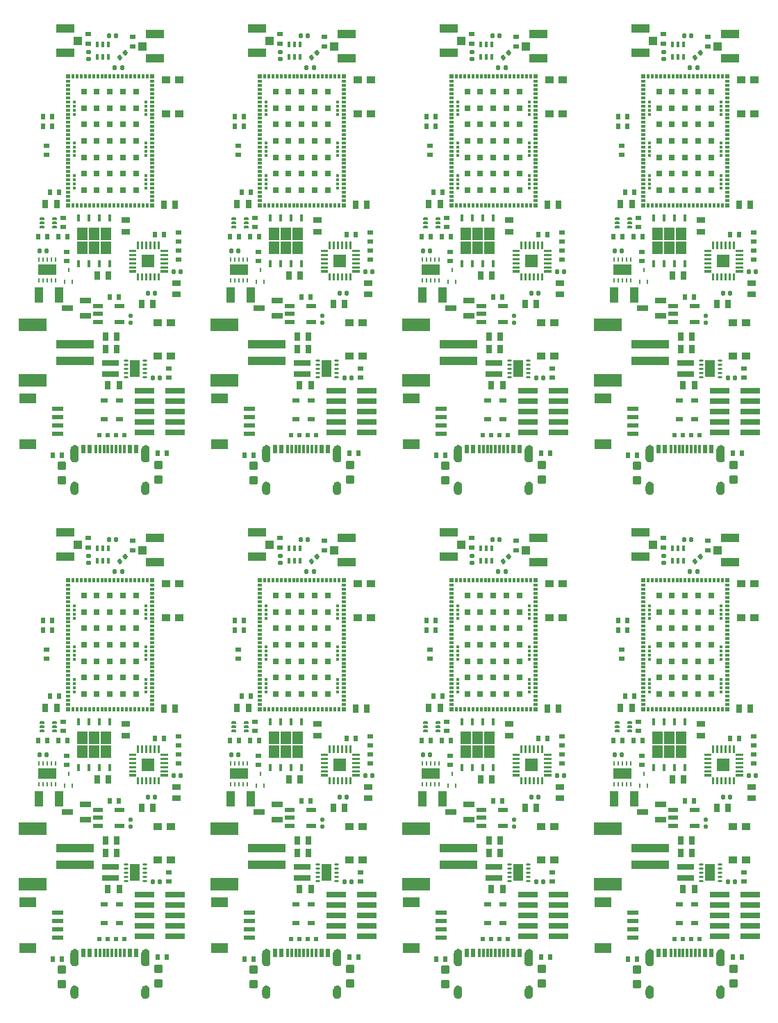
<source format=gtp>
G04 EAGLE Gerber RS-274X export*
G75*
%MOMM*%
%FSLAX34Y34*%
%LPD*%
%INSolderpaste Top*%
%IPPOS*%
%AMOC8*
5,1,8,0,0,1.08239X$1,22.5*%
G01*
%ADD10R,1.400000X0.800000*%
%ADD11R,2.000000X0.650000*%
%ADD12R,0.800000X1.000000*%
%ADD13C,0.286200*%
%ADD14R,0.500000X0.700000*%
%ADD15R,0.700000X0.500000*%
%ADD16R,0.711200X0.609600*%
%ADD17R,2.200000X1.050000*%
%ADD18R,1.050000X1.000000*%
%ADD19R,0.540000X0.540000*%
%ADD20R,0.300000X0.540000*%
%ADD21R,0.540000X0.300000*%
%ADD22R,0.800000X0.800000*%
%ADD23R,0.300000X0.300000*%
%ADD24R,1.000000X0.800000*%
%ADD25R,1.000000X0.900000*%
%ADD26R,0.402600X0.860400*%
%ADD27C,0.250000*%
%ADD28R,1.200000X2.000000*%
%ADD29C,0.300000*%
%ADD30C,0.160000*%
%ADD31R,0.203200X0.609600*%
%ADD32R,1.092200X1.905000*%
%ADD33R,0.254000X0.482600*%
%ADD34R,0.300000X0.700000*%
%ADD35R,2.000000X1.200000*%
%ADD36R,1.350000X0.600000*%
%ADD37R,0.300000X1.000000*%
%ADD38R,0.600000X1.000000*%
%ADD39R,0.600000X0.600000*%
%ADD40R,1.200000X0.550000*%
%ADD41R,1.540000X1.540000*%
%ADD42C,0.065000*%
%ADD43R,4.600000X1.000000*%
%ADD44R,3.400000X1.600000*%
%ADD45R,0.830000X0.630000*%
%ADD46R,2.380000X0.740000*%

G36*
X515757Y887032D02*
X515757Y887032D01*
X515759Y887031D01*
X515802Y887051D01*
X515846Y887069D01*
X515846Y887071D01*
X515848Y887072D01*
X515881Y887157D01*
X515881Y899603D01*
X515880Y899605D01*
X515881Y899607D01*
X515861Y899650D01*
X515843Y899694D01*
X515841Y899694D01*
X515840Y899696D01*
X515755Y899729D01*
X494165Y899729D01*
X494163Y899728D01*
X494161Y899729D01*
X494118Y899709D01*
X494074Y899691D01*
X494074Y899689D01*
X494072Y899688D01*
X494039Y899603D01*
X494039Y887157D01*
X494040Y887155D01*
X494039Y887153D01*
X494059Y887110D01*
X494077Y887066D01*
X494079Y887066D01*
X494080Y887064D01*
X494165Y887031D01*
X515755Y887031D01*
X515757Y887032D01*
G37*
G36*
X48397Y272352D02*
X48397Y272352D01*
X48399Y272351D01*
X48442Y272371D01*
X48486Y272389D01*
X48486Y272391D01*
X48488Y272392D01*
X48521Y272477D01*
X48521Y284923D01*
X48520Y284925D01*
X48521Y284927D01*
X48501Y284970D01*
X48483Y285014D01*
X48481Y285014D01*
X48480Y285016D01*
X48395Y285049D01*
X26805Y285049D01*
X26803Y285048D01*
X26801Y285049D01*
X26758Y285029D01*
X26714Y285011D01*
X26714Y285009D01*
X26712Y285008D01*
X26679Y284923D01*
X26679Y272477D01*
X26680Y272475D01*
X26679Y272473D01*
X26699Y272430D01*
X26717Y272386D01*
X26719Y272386D01*
X26720Y272384D01*
X26805Y272351D01*
X48395Y272351D01*
X48397Y272352D01*
G37*
G36*
X282077Y272352D02*
X282077Y272352D01*
X282079Y272351D01*
X282122Y272371D01*
X282166Y272389D01*
X282166Y272391D01*
X282168Y272392D01*
X282201Y272477D01*
X282201Y284923D01*
X282200Y284925D01*
X282201Y284927D01*
X282181Y284970D01*
X282163Y285014D01*
X282161Y285014D01*
X282160Y285016D01*
X282075Y285049D01*
X260485Y285049D01*
X260483Y285048D01*
X260481Y285049D01*
X260438Y285029D01*
X260394Y285011D01*
X260394Y285009D01*
X260392Y285008D01*
X260359Y284923D01*
X260359Y272477D01*
X260360Y272475D01*
X260359Y272473D01*
X260379Y272430D01*
X260397Y272386D01*
X260399Y272386D01*
X260400Y272384D01*
X260485Y272351D01*
X282075Y272351D01*
X282077Y272352D01*
G37*
G36*
X515757Y272352D02*
X515757Y272352D01*
X515759Y272351D01*
X515802Y272371D01*
X515846Y272389D01*
X515846Y272391D01*
X515848Y272392D01*
X515881Y272477D01*
X515881Y284923D01*
X515880Y284925D01*
X515881Y284927D01*
X515861Y284970D01*
X515843Y285014D01*
X515841Y285014D01*
X515840Y285016D01*
X515755Y285049D01*
X494165Y285049D01*
X494163Y285048D01*
X494161Y285049D01*
X494118Y285029D01*
X494074Y285011D01*
X494074Y285009D01*
X494072Y285008D01*
X494039Y284923D01*
X494039Y272477D01*
X494040Y272475D01*
X494039Y272473D01*
X494059Y272430D01*
X494077Y272386D01*
X494079Y272386D01*
X494080Y272384D01*
X494165Y272351D01*
X515755Y272351D01*
X515757Y272352D01*
G37*
G36*
X749437Y272352D02*
X749437Y272352D01*
X749439Y272351D01*
X749482Y272371D01*
X749526Y272389D01*
X749526Y272391D01*
X749528Y272392D01*
X749561Y272477D01*
X749561Y284923D01*
X749560Y284925D01*
X749561Y284927D01*
X749541Y284970D01*
X749523Y285014D01*
X749521Y285014D01*
X749520Y285016D01*
X749435Y285049D01*
X727845Y285049D01*
X727843Y285048D01*
X727841Y285049D01*
X727798Y285029D01*
X727754Y285011D01*
X727754Y285009D01*
X727752Y285008D01*
X727719Y284923D01*
X727719Y272477D01*
X727720Y272475D01*
X727719Y272473D01*
X727739Y272430D01*
X727757Y272386D01*
X727759Y272386D01*
X727760Y272384D01*
X727845Y272351D01*
X749435Y272351D01*
X749437Y272352D01*
G37*
G36*
X48397Y887032D02*
X48397Y887032D01*
X48399Y887031D01*
X48442Y887051D01*
X48486Y887069D01*
X48486Y887071D01*
X48488Y887072D01*
X48521Y887157D01*
X48521Y899603D01*
X48520Y899605D01*
X48521Y899607D01*
X48501Y899650D01*
X48483Y899694D01*
X48481Y899694D01*
X48480Y899696D01*
X48395Y899729D01*
X26805Y899729D01*
X26803Y899728D01*
X26801Y899729D01*
X26758Y899709D01*
X26714Y899691D01*
X26714Y899689D01*
X26712Y899688D01*
X26679Y899603D01*
X26679Y887157D01*
X26680Y887155D01*
X26679Y887153D01*
X26699Y887110D01*
X26717Y887066D01*
X26719Y887066D01*
X26720Y887064D01*
X26805Y887031D01*
X48395Y887031D01*
X48397Y887032D01*
G37*
G36*
X282077Y887032D02*
X282077Y887032D01*
X282079Y887031D01*
X282122Y887051D01*
X282166Y887069D01*
X282166Y887071D01*
X282168Y887072D01*
X282201Y887157D01*
X282201Y899603D01*
X282200Y899605D01*
X282201Y899607D01*
X282181Y899650D01*
X282163Y899694D01*
X282161Y899694D01*
X282160Y899696D01*
X282075Y899729D01*
X260485Y899729D01*
X260483Y899728D01*
X260481Y899729D01*
X260438Y899709D01*
X260394Y899691D01*
X260394Y899689D01*
X260392Y899688D01*
X260359Y899603D01*
X260359Y887157D01*
X260360Y887155D01*
X260359Y887153D01*
X260379Y887110D01*
X260397Y887066D01*
X260399Y887066D01*
X260400Y887064D01*
X260485Y887031D01*
X282075Y887031D01*
X282077Y887032D01*
G37*
G36*
X749437Y887032D02*
X749437Y887032D01*
X749439Y887031D01*
X749482Y887051D01*
X749526Y887069D01*
X749526Y887071D01*
X749528Y887072D01*
X749561Y887157D01*
X749561Y899603D01*
X749560Y899605D01*
X749561Y899607D01*
X749541Y899650D01*
X749523Y899694D01*
X749521Y899694D01*
X749520Y899696D01*
X749435Y899729D01*
X727845Y899729D01*
X727843Y899728D01*
X727841Y899729D01*
X727798Y899709D01*
X727754Y899691D01*
X727754Y899689D01*
X727752Y899688D01*
X727719Y899603D01*
X727719Y887157D01*
X727720Y887155D01*
X727719Y887153D01*
X727739Y887110D01*
X727757Y887066D01*
X727759Y887066D01*
X727760Y887064D01*
X727845Y887031D01*
X749435Y887031D01*
X749437Y887032D01*
G37*
G36*
X851272Y763810D02*
X851272Y763810D01*
X851274Y763809D01*
X851317Y763829D01*
X851361Y763847D01*
X851361Y763849D01*
X851363Y763850D01*
X851396Y763935D01*
X851396Y781825D01*
X851395Y781827D01*
X851396Y781829D01*
X851376Y781872D01*
X851358Y781916D01*
X851356Y781917D01*
X851355Y781918D01*
X851270Y781951D01*
X840010Y781951D01*
X840008Y781950D01*
X840006Y781951D01*
X839963Y781931D01*
X839919Y781913D01*
X839919Y781911D01*
X839917Y781910D01*
X839884Y781825D01*
X839884Y763935D01*
X839885Y763933D01*
X839884Y763931D01*
X839904Y763888D01*
X839922Y763844D01*
X839924Y763844D01*
X839925Y763842D01*
X840010Y763809D01*
X851270Y763809D01*
X851272Y763810D01*
G37*
G36*
X851272Y149130D02*
X851272Y149130D01*
X851274Y149129D01*
X851317Y149149D01*
X851361Y149167D01*
X851361Y149169D01*
X851363Y149170D01*
X851396Y149255D01*
X851396Y167145D01*
X851395Y167147D01*
X851396Y167149D01*
X851376Y167192D01*
X851358Y167236D01*
X851356Y167237D01*
X851355Y167238D01*
X851270Y167271D01*
X840010Y167271D01*
X840008Y167270D01*
X840006Y167271D01*
X839963Y167251D01*
X839919Y167233D01*
X839919Y167231D01*
X839917Y167230D01*
X839884Y167145D01*
X839884Y149255D01*
X839885Y149253D01*
X839884Y149251D01*
X839904Y149208D01*
X839922Y149164D01*
X839924Y149164D01*
X839925Y149162D01*
X840010Y149129D01*
X851270Y149129D01*
X851272Y149130D01*
G37*
G36*
X617592Y149130D02*
X617592Y149130D01*
X617594Y149129D01*
X617637Y149149D01*
X617681Y149167D01*
X617681Y149169D01*
X617683Y149170D01*
X617716Y149255D01*
X617716Y167145D01*
X617715Y167147D01*
X617716Y167149D01*
X617696Y167192D01*
X617678Y167236D01*
X617676Y167237D01*
X617675Y167238D01*
X617590Y167271D01*
X606330Y167271D01*
X606328Y167270D01*
X606326Y167271D01*
X606283Y167251D01*
X606239Y167233D01*
X606239Y167231D01*
X606237Y167230D01*
X606204Y167145D01*
X606204Y149255D01*
X606205Y149253D01*
X606204Y149251D01*
X606224Y149208D01*
X606242Y149164D01*
X606244Y149164D01*
X606245Y149162D01*
X606330Y149129D01*
X617590Y149129D01*
X617592Y149130D01*
G37*
G36*
X383912Y149130D02*
X383912Y149130D01*
X383914Y149129D01*
X383957Y149149D01*
X384001Y149167D01*
X384001Y149169D01*
X384003Y149170D01*
X384036Y149255D01*
X384036Y167145D01*
X384035Y167147D01*
X384036Y167149D01*
X384016Y167192D01*
X383998Y167236D01*
X383996Y167237D01*
X383995Y167238D01*
X383910Y167271D01*
X372650Y167271D01*
X372648Y167270D01*
X372646Y167271D01*
X372603Y167251D01*
X372559Y167233D01*
X372559Y167231D01*
X372557Y167230D01*
X372524Y167145D01*
X372524Y149255D01*
X372525Y149253D01*
X372524Y149251D01*
X372544Y149208D01*
X372562Y149164D01*
X372564Y149164D01*
X372565Y149162D01*
X372650Y149129D01*
X383910Y149129D01*
X383912Y149130D01*
G37*
G36*
X150232Y149130D02*
X150232Y149130D01*
X150234Y149129D01*
X150277Y149149D01*
X150321Y149167D01*
X150321Y149169D01*
X150323Y149170D01*
X150356Y149255D01*
X150356Y167145D01*
X150355Y167147D01*
X150356Y167149D01*
X150336Y167192D01*
X150318Y167236D01*
X150316Y167237D01*
X150315Y167238D01*
X150230Y167271D01*
X138970Y167271D01*
X138968Y167270D01*
X138966Y167271D01*
X138923Y167251D01*
X138879Y167233D01*
X138879Y167231D01*
X138877Y167230D01*
X138844Y167145D01*
X138844Y149255D01*
X138845Y149253D01*
X138844Y149251D01*
X138864Y149208D01*
X138882Y149164D01*
X138884Y149164D01*
X138885Y149162D01*
X138970Y149129D01*
X150230Y149129D01*
X150232Y149130D01*
G37*
G36*
X150232Y763810D02*
X150232Y763810D01*
X150234Y763809D01*
X150277Y763829D01*
X150321Y763847D01*
X150321Y763849D01*
X150323Y763850D01*
X150356Y763935D01*
X150356Y781825D01*
X150355Y781827D01*
X150356Y781829D01*
X150336Y781872D01*
X150318Y781916D01*
X150316Y781917D01*
X150315Y781918D01*
X150230Y781951D01*
X138970Y781951D01*
X138968Y781950D01*
X138966Y781951D01*
X138923Y781931D01*
X138879Y781913D01*
X138879Y781911D01*
X138877Y781910D01*
X138844Y781825D01*
X138844Y763935D01*
X138845Y763933D01*
X138844Y763931D01*
X138864Y763888D01*
X138882Y763844D01*
X138884Y763844D01*
X138885Y763842D01*
X138970Y763809D01*
X150230Y763809D01*
X150232Y763810D01*
G37*
G36*
X617592Y763810D02*
X617592Y763810D01*
X617594Y763809D01*
X617637Y763829D01*
X617681Y763847D01*
X617681Y763849D01*
X617683Y763850D01*
X617716Y763935D01*
X617716Y781825D01*
X617715Y781827D01*
X617716Y781829D01*
X617696Y781872D01*
X617678Y781916D01*
X617676Y781917D01*
X617675Y781918D01*
X617590Y781951D01*
X606330Y781951D01*
X606328Y781950D01*
X606326Y781951D01*
X606283Y781931D01*
X606239Y781913D01*
X606239Y781911D01*
X606237Y781910D01*
X606204Y781825D01*
X606204Y763935D01*
X606205Y763933D01*
X606204Y763931D01*
X606224Y763888D01*
X606242Y763844D01*
X606244Y763844D01*
X606245Y763842D01*
X606330Y763809D01*
X617590Y763809D01*
X617592Y763810D01*
G37*
G36*
X383912Y763810D02*
X383912Y763810D01*
X383914Y763809D01*
X383957Y763829D01*
X384001Y763847D01*
X384001Y763849D01*
X384003Y763850D01*
X384036Y763935D01*
X384036Y781825D01*
X384035Y781827D01*
X384036Y781829D01*
X384016Y781872D01*
X383998Y781916D01*
X383996Y781917D01*
X383995Y781918D01*
X383910Y781951D01*
X372650Y781951D01*
X372648Y781950D01*
X372646Y781951D01*
X372603Y781931D01*
X372559Y781913D01*
X372559Y781911D01*
X372557Y781910D01*
X372524Y781825D01*
X372524Y763935D01*
X372525Y763933D01*
X372524Y763931D01*
X372544Y763888D01*
X372562Y763844D01*
X372564Y763844D01*
X372565Y763842D01*
X372650Y763809D01*
X383910Y763809D01*
X383912Y763810D01*
G37*
G36*
X86863Y929755D02*
X86863Y929755D01*
X86865Y929754D01*
X86908Y929774D01*
X86952Y929792D01*
X86952Y929794D01*
X86954Y929795D01*
X86987Y929880D01*
X86987Y945152D01*
X86986Y945154D01*
X86987Y945156D01*
X86967Y945199D01*
X86949Y945243D01*
X86947Y945243D01*
X86946Y945245D01*
X86861Y945278D01*
X74383Y945278D01*
X74381Y945277D01*
X74379Y945278D01*
X74336Y945258D01*
X74292Y945240D01*
X74292Y945238D01*
X74290Y945237D01*
X74257Y945152D01*
X74257Y929880D01*
X74258Y929878D01*
X74257Y929876D01*
X74277Y929833D01*
X74295Y929789D01*
X74297Y929789D01*
X74298Y929787D01*
X74383Y929754D01*
X86861Y929754D01*
X86863Y929755D01*
G37*
G36*
X320543Y929755D02*
X320543Y929755D01*
X320545Y929754D01*
X320588Y929774D01*
X320632Y929792D01*
X320632Y929794D01*
X320634Y929795D01*
X320667Y929880D01*
X320667Y945152D01*
X320666Y945154D01*
X320667Y945156D01*
X320647Y945199D01*
X320629Y945243D01*
X320627Y945243D01*
X320626Y945245D01*
X320541Y945278D01*
X308063Y945278D01*
X308061Y945277D01*
X308059Y945278D01*
X308016Y945258D01*
X307972Y945240D01*
X307972Y945238D01*
X307970Y945237D01*
X307937Y945152D01*
X307937Y929880D01*
X307938Y929878D01*
X307937Y929876D01*
X307957Y929833D01*
X307975Y929789D01*
X307977Y929789D01*
X307978Y929787D01*
X308063Y929754D01*
X320541Y929754D01*
X320543Y929755D01*
G37*
G36*
X802381Y929755D02*
X802381Y929755D01*
X802383Y929754D01*
X802426Y929774D01*
X802470Y929792D01*
X802470Y929794D01*
X802472Y929795D01*
X802505Y929880D01*
X802505Y945152D01*
X802504Y945154D01*
X802505Y945156D01*
X802485Y945199D01*
X802467Y945243D01*
X802465Y945243D01*
X802464Y945245D01*
X802379Y945278D01*
X789901Y945278D01*
X789899Y945277D01*
X789897Y945278D01*
X789854Y945258D01*
X789810Y945240D01*
X789810Y945238D01*
X789808Y945237D01*
X789775Y945152D01*
X789775Y929880D01*
X789776Y929878D01*
X789775Y929876D01*
X789795Y929833D01*
X789813Y929789D01*
X789815Y929789D01*
X789816Y929787D01*
X789901Y929754D01*
X802379Y929754D01*
X802381Y929755D01*
G37*
G36*
X816859Y929755D02*
X816859Y929755D01*
X816861Y929754D01*
X816904Y929774D01*
X816948Y929792D01*
X816948Y929794D01*
X816950Y929795D01*
X816983Y929880D01*
X816983Y945152D01*
X816982Y945154D01*
X816983Y945156D01*
X816963Y945199D01*
X816945Y945243D01*
X816943Y945243D01*
X816942Y945245D01*
X816857Y945278D01*
X804379Y945278D01*
X804377Y945277D01*
X804375Y945278D01*
X804332Y945258D01*
X804288Y945240D01*
X804288Y945238D01*
X804286Y945237D01*
X804253Y945152D01*
X804253Y929880D01*
X804254Y929878D01*
X804253Y929876D01*
X804273Y929833D01*
X804291Y929789D01*
X804293Y929789D01*
X804294Y929787D01*
X804379Y929754D01*
X816857Y929754D01*
X816859Y929755D01*
G37*
G36*
X568701Y929755D02*
X568701Y929755D01*
X568703Y929754D01*
X568746Y929774D01*
X568790Y929792D01*
X568790Y929794D01*
X568792Y929795D01*
X568825Y929880D01*
X568825Y945152D01*
X568824Y945154D01*
X568825Y945156D01*
X568805Y945199D01*
X568787Y945243D01*
X568785Y945243D01*
X568784Y945245D01*
X568699Y945278D01*
X556221Y945278D01*
X556219Y945277D01*
X556217Y945278D01*
X556174Y945258D01*
X556130Y945240D01*
X556130Y945238D01*
X556128Y945237D01*
X556095Y945152D01*
X556095Y929880D01*
X556096Y929878D01*
X556095Y929876D01*
X556115Y929833D01*
X556133Y929789D01*
X556135Y929789D01*
X556136Y929787D01*
X556221Y929754D01*
X568699Y929754D01*
X568701Y929755D01*
G37*
G36*
X554223Y929755D02*
X554223Y929755D01*
X554225Y929754D01*
X554268Y929774D01*
X554312Y929792D01*
X554312Y929794D01*
X554314Y929795D01*
X554347Y929880D01*
X554347Y945152D01*
X554346Y945154D01*
X554347Y945156D01*
X554327Y945199D01*
X554309Y945243D01*
X554307Y945243D01*
X554306Y945245D01*
X554221Y945278D01*
X541743Y945278D01*
X541741Y945277D01*
X541739Y945278D01*
X541696Y945258D01*
X541652Y945240D01*
X541652Y945238D01*
X541650Y945237D01*
X541617Y945152D01*
X541617Y929880D01*
X541618Y929878D01*
X541617Y929876D01*
X541637Y929833D01*
X541655Y929789D01*
X541657Y929789D01*
X541658Y929787D01*
X541743Y929754D01*
X554221Y929754D01*
X554223Y929755D01*
G37*
G36*
X115819Y929755D02*
X115819Y929755D01*
X115821Y929754D01*
X115864Y929774D01*
X115908Y929792D01*
X115908Y929794D01*
X115910Y929795D01*
X115943Y929880D01*
X115943Y945152D01*
X115942Y945154D01*
X115943Y945156D01*
X115923Y945199D01*
X115905Y945243D01*
X115903Y945243D01*
X115902Y945245D01*
X115817Y945278D01*
X103339Y945278D01*
X103337Y945277D01*
X103335Y945278D01*
X103292Y945258D01*
X103248Y945240D01*
X103248Y945238D01*
X103246Y945237D01*
X103213Y945152D01*
X103213Y929880D01*
X103214Y929878D01*
X103213Y929876D01*
X103233Y929833D01*
X103251Y929789D01*
X103253Y929789D01*
X103254Y929787D01*
X103339Y929754D01*
X115817Y929754D01*
X115819Y929755D01*
G37*
G36*
X101341Y929755D02*
X101341Y929755D01*
X101343Y929754D01*
X101386Y929774D01*
X101430Y929792D01*
X101430Y929794D01*
X101432Y929795D01*
X101465Y929880D01*
X101465Y945152D01*
X101464Y945154D01*
X101465Y945156D01*
X101445Y945199D01*
X101427Y945243D01*
X101425Y945243D01*
X101424Y945245D01*
X101339Y945278D01*
X88861Y945278D01*
X88859Y945277D01*
X88857Y945278D01*
X88814Y945258D01*
X88770Y945240D01*
X88770Y945238D01*
X88768Y945237D01*
X88735Y945152D01*
X88735Y929880D01*
X88736Y929878D01*
X88735Y929876D01*
X88755Y929833D01*
X88773Y929789D01*
X88775Y929789D01*
X88776Y929787D01*
X88861Y929754D01*
X101339Y929754D01*
X101341Y929755D01*
G37*
G36*
X787903Y929755D02*
X787903Y929755D01*
X787905Y929754D01*
X787948Y929774D01*
X787992Y929792D01*
X787992Y929794D01*
X787994Y929795D01*
X788027Y929880D01*
X788027Y945152D01*
X788026Y945154D01*
X788027Y945156D01*
X788007Y945199D01*
X787989Y945243D01*
X787987Y945243D01*
X787986Y945245D01*
X787901Y945278D01*
X775423Y945278D01*
X775421Y945277D01*
X775419Y945278D01*
X775376Y945258D01*
X775332Y945240D01*
X775332Y945238D01*
X775330Y945237D01*
X775297Y945152D01*
X775297Y929880D01*
X775298Y929878D01*
X775297Y929876D01*
X775317Y929833D01*
X775335Y929789D01*
X775337Y929789D01*
X775338Y929787D01*
X775423Y929754D01*
X787901Y929754D01*
X787903Y929755D01*
G37*
G36*
X349499Y929755D02*
X349499Y929755D01*
X349501Y929754D01*
X349544Y929774D01*
X349588Y929792D01*
X349588Y929794D01*
X349590Y929795D01*
X349623Y929880D01*
X349623Y945152D01*
X349622Y945154D01*
X349623Y945156D01*
X349603Y945199D01*
X349585Y945243D01*
X349583Y945243D01*
X349582Y945245D01*
X349497Y945278D01*
X337019Y945278D01*
X337017Y945277D01*
X337015Y945278D01*
X336972Y945258D01*
X336928Y945240D01*
X336928Y945238D01*
X336926Y945237D01*
X336893Y945152D01*
X336893Y929880D01*
X336894Y929878D01*
X336893Y929876D01*
X336913Y929833D01*
X336931Y929789D01*
X336933Y929789D01*
X336934Y929787D01*
X337019Y929754D01*
X349497Y929754D01*
X349499Y929755D01*
G37*
G36*
X583179Y929755D02*
X583179Y929755D01*
X583181Y929754D01*
X583224Y929774D01*
X583268Y929792D01*
X583268Y929794D01*
X583270Y929795D01*
X583303Y929880D01*
X583303Y945152D01*
X583302Y945154D01*
X583303Y945156D01*
X583283Y945199D01*
X583265Y945243D01*
X583263Y945243D01*
X583262Y945245D01*
X583177Y945278D01*
X570699Y945278D01*
X570697Y945277D01*
X570695Y945278D01*
X570652Y945258D01*
X570608Y945240D01*
X570608Y945238D01*
X570606Y945237D01*
X570573Y945152D01*
X570573Y929880D01*
X570574Y929878D01*
X570573Y929876D01*
X570593Y929833D01*
X570611Y929789D01*
X570613Y929789D01*
X570614Y929787D01*
X570699Y929754D01*
X583177Y929754D01*
X583179Y929755D01*
G37*
G36*
X335021Y929755D02*
X335021Y929755D01*
X335023Y929754D01*
X335066Y929774D01*
X335110Y929792D01*
X335110Y929794D01*
X335112Y929795D01*
X335145Y929880D01*
X335145Y945152D01*
X335144Y945154D01*
X335145Y945156D01*
X335125Y945199D01*
X335107Y945243D01*
X335105Y945243D01*
X335104Y945245D01*
X335019Y945278D01*
X322541Y945278D01*
X322539Y945277D01*
X322537Y945278D01*
X322494Y945258D01*
X322450Y945240D01*
X322450Y945238D01*
X322448Y945237D01*
X322415Y945152D01*
X322415Y929880D01*
X322416Y929878D01*
X322415Y929876D01*
X322435Y929833D01*
X322453Y929789D01*
X322455Y929789D01*
X322456Y929787D01*
X322541Y929754D01*
X335019Y929754D01*
X335021Y929755D01*
G37*
G36*
X568701Y912483D02*
X568701Y912483D01*
X568703Y912482D01*
X568746Y912502D01*
X568790Y912520D01*
X568790Y912522D01*
X568792Y912523D01*
X568825Y912608D01*
X568825Y927880D01*
X568824Y927882D01*
X568825Y927884D01*
X568805Y927927D01*
X568787Y927971D01*
X568785Y927971D01*
X568784Y927973D01*
X568699Y928006D01*
X556221Y928006D01*
X556219Y928005D01*
X556217Y928006D01*
X556174Y927986D01*
X556130Y927968D01*
X556130Y927966D01*
X556128Y927965D01*
X556095Y927880D01*
X556095Y912608D01*
X556096Y912606D01*
X556095Y912604D01*
X556115Y912561D01*
X556133Y912517D01*
X556135Y912517D01*
X556136Y912515D01*
X556221Y912482D01*
X568699Y912482D01*
X568701Y912483D01*
G37*
G36*
X335021Y912483D02*
X335021Y912483D01*
X335023Y912482D01*
X335066Y912502D01*
X335110Y912520D01*
X335110Y912522D01*
X335112Y912523D01*
X335145Y912608D01*
X335145Y927880D01*
X335144Y927882D01*
X335145Y927884D01*
X335125Y927927D01*
X335107Y927971D01*
X335105Y927971D01*
X335104Y927973D01*
X335019Y928006D01*
X322541Y928006D01*
X322539Y928005D01*
X322537Y928006D01*
X322494Y927986D01*
X322450Y927968D01*
X322450Y927966D01*
X322448Y927965D01*
X322415Y927880D01*
X322415Y912608D01*
X322416Y912606D01*
X322415Y912604D01*
X322435Y912561D01*
X322453Y912517D01*
X322455Y912517D01*
X322456Y912515D01*
X322541Y912482D01*
X335019Y912482D01*
X335021Y912483D01*
G37*
G36*
X787903Y912483D02*
X787903Y912483D01*
X787905Y912482D01*
X787948Y912502D01*
X787992Y912520D01*
X787992Y912522D01*
X787994Y912523D01*
X788027Y912608D01*
X788027Y927880D01*
X788026Y927882D01*
X788027Y927884D01*
X788007Y927927D01*
X787989Y927971D01*
X787987Y927971D01*
X787986Y927973D01*
X787901Y928006D01*
X775423Y928006D01*
X775421Y928005D01*
X775419Y928006D01*
X775376Y927986D01*
X775332Y927968D01*
X775332Y927966D01*
X775330Y927965D01*
X775297Y927880D01*
X775297Y912608D01*
X775298Y912606D01*
X775297Y912604D01*
X775317Y912561D01*
X775335Y912517D01*
X775337Y912517D01*
X775338Y912515D01*
X775423Y912482D01*
X787901Y912482D01*
X787903Y912483D01*
G37*
G36*
X802381Y912483D02*
X802381Y912483D01*
X802383Y912482D01*
X802426Y912502D01*
X802470Y912520D01*
X802470Y912522D01*
X802472Y912523D01*
X802505Y912608D01*
X802505Y927880D01*
X802504Y927882D01*
X802505Y927884D01*
X802485Y927927D01*
X802467Y927971D01*
X802465Y927971D01*
X802464Y927973D01*
X802379Y928006D01*
X789901Y928006D01*
X789899Y928005D01*
X789897Y928006D01*
X789854Y927986D01*
X789810Y927968D01*
X789810Y927966D01*
X789808Y927965D01*
X789775Y927880D01*
X789775Y912608D01*
X789776Y912606D01*
X789775Y912604D01*
X789795Y912561D01*
X789813Y912517D01*
X789815Y912517D01*
X789816Y912515D01*
X789901Y912482D01*
X802379Y912482D01*
X802381Y912483D01*
G37*
G36*
X86863Y912483D02*
X86863Y912483D01*
X86865Y912482D01*
X86908Y912502D01*
X86952Y912520D01*
X86952Y912522D01*
X86954Y912523D01*
X86987Y912608D01*
X86987Y927880D01*
X86986Y927882D01*
X86987Y927884D01*
X86967Y927927D01*
X86949Y927971D01*
X86947Y927971D01*
X86946Y927973D01*
X86861Y928006D01*
X74383Y928006D01*
X74381Y928005D01*
X74379Y928006D01*
X74336Y927986D01*
X74292Y927968D01*
X74292Y927966D01*
X74290Y927965D01*
X74257Y927880D01*
X74257Y912608D01*
X74258Y912606D01*
X74257Y912604D01*
X74277Y912561D01*
X74295Y912517D01*
X74297Y912517D01*
X74298Y912515D01*
X74383Y912482D01*
X86861Y912482D01*
X86863Y912483D01*
G37*
G36*
X115819Y912483D02*
X115819Y912483D01*
X115821Y912482D01*
X115864Y912502D01*
X115908Y912520D01*
X115908Y912522D01*
X115910Y912523D01*
X115943Y912608D01*
X115943Y927880D01*
X115942Y927882D01*
X115943Y927884D01*
X115923Y927927D01*
X115905Y927971D01*
X115903Y927971D01*
X115902Y927973D01*
X115817Y928006D01*
X103339Y928006D01*
X103337Y928005D01*
X103335Y928006D01*
X103292Y927986D01*
X103248Y927968D01*
X103248Y927966D01*
X103246Y927965D01*
X103213Y927880D01*
X103213Y912608D01*
X103214Y912606D01*
X103213Y912604D01*
X103233Y912561D01*
X103251Y912517D01*
X103253Y912517D01*
X103254Y912515D01*
X103339Y912482D01*
X115817Y912482D01*
X115819Y912483D01*
G37*
G36*
X101341Y912483D02*
X101341Y912483D01*
X101343Y912482D01*
X101386Y912502D01*
X101430Y912520D01*
X101430Y912522D01*
X101432Y912523D01*
X101465Y912608D01*
X101465Y927880D01*
X101464Y927882D01*
X101465Y927884D01*
X101445Y927927D01*
X101427Y927971D01*
X101425Y927971D01*
X101424Y927973D01*
X101339Y928006D01*
X88861Y928006D01*
X88859Y928005D01*
X88857Y928006D01*
X88814Y927986D01*
X88770Y927968D01*
X88770Y927966D01*
X88768Y927965D01*
X88735Y927880D01*
X88735Y912608D01*
X88736Y912606D01*
X88735Y912604D01*
X88755Y912561D01*
X88773Y912517D01*
X88775Y912517D01*
X88776Y912515D01*
X88861Y912482D01*
X101339Y912482D01*
X101341Y912483D01*
G37*
G36*
X554223Y912483D02*
X554223Y912483D01*
X554225Y912482D01*
X554268Y912502D01*
X554312Y912520D01*
X554312Y912522D01*
X554314Y912523D01*
X554347Y912608D01*
X554347Y927880D01*
X554346Y927882D01*
X554347Y927884D01*
X554327Y927927D01*
X554309Y927971D01*
X554307Y927971D01*
X554306Y927973D01*
X554221Y928006D01*
X541743Y928006D01*
X541741Y928005D01*
X541739Y928006D01*
X541696Y927986D01*
X541652Y927968D01*
X541652Y927966D01*
X541650Y927965D01*
X541617Y927880D01*
X541617Y912608D01*
X541618Y912606D01*
X541617Y912604D01*
X541637Y912561D01*
X541655Y912517D01*
X541657Y912517D01*
X541658Y912515D01*
X541743Y912482D01*
X554221Y912482D01*
X554223Y912483D01*
G37*
G36*
X320543Y912483D02*
X320543Y912483D01*
X320545Y912482D01*
X320588Y912502D01*
X320632Y912520D01*
X320632Y912522D01*
X320634Y912523D01*
X320667Y912608D01*
X320667Y927880D01*
X320666Y927882D01*
X320667Y927884D01*
X320647Y927927D01*
X320629Y927971D01*
X320627Y927971D01*
X320626Y927973D01*
X320541Y928006D01*
X308063Y928006D01*
X308061Y928005D01*
X308059Y928006D01*
X308016Y927986D01*
X307972Y927968D01*
X307972Y927966D01*
X307970Y927965D01*
X307937Y927880D01*
X307937Y912608D01*
X307938Y912606D01*
X307937Y912604D01*
X307957Y912561D01*
X307975Y912517D01*
X307977Y912517D01*
X307978Y912515D01*
X308063Y912482D01*
X320541Y912482D01*
X320543Y912483D01*
G37*
G36*
X349499Y912483D02*
X349499Y912483D01*
X349501Y912482D01*
X349544Y912502D01*
X349588Y912520D01*
X349588Y912522D01*
X349590Y912523D01*
X349623Y912608D01*
X349623Y927880D01*
X349622Y927882D01*
X349623Y927884D01*
X349603Y927927D01*
X349585Y927971D01*
X349583Y927971D01*
X349582Y927973D01*
X349497Y928006D01*
X337019Y928006D01*
X337017Y928005D01*
X337015Y928006D01*
X336972Y927986D01*
X336928Y927968D01*
X336928Y927966D01*
X336926Y927965D01*
X336893Y927880D01*
X336893Y912608D01*
X336894Y912606D01*
X336893Y912604D01*
X336913Y912561D01*
X336931Y912517D01*
X336933Y912517D01*
X336934Y912515D01*
X337019Y912482D01*
X349497Y912482D01*
X349499Y912483D01*
G37*
G36*
X816859Y912483D02*
X816859Y912483D01*
X816861Y912482D01*
X816904Y912502D01*
X816948Y912520D01*
X816948Y912522D01*
X816950Y912523D01*
X816983Y912608D01*
X816983Y927880D01*
X816982Y927882D01*
X816983Y927884D01*
X816963Y927927D01*
X816945Y927971D01*
X816943Y927971D01*
X816942Y927973D01*
X816857Y928006D01*
X804379Y928006D01*
X804377Y928005D01*
X804375Y928006D01*
X804332Y927986D01*
X804288Y927968D01*
X804288Y927966D01*
X804286Y927965D01*
X804253Y927880D01*
X804253Y912608D01*
X804254Y912606D01*
X804253Y912604D01*
X804273Y912561D01*
X804291Y912517D01*
X804293Y912517D01*
X804294Y912515D01*
X804379Y912482D01*
X816857Y912482D01*
X816859Y912483D01*
G37*
G36*
X583179Y912483D02*
X583179Y912483D01*
X583181Y912482D01*
X583224Y912502D01*
X583268Y912520D01*
X583268Y912522D01*
X583270Y912523D01*
X583303Y912608D01*
X583303Y927880D01*
X583302Y927882D01*
X583303Y927884D01*
X583283Y927927D01*
X583265Y927971D01*
X583263Y927971D01*
X583262Y927973D01*
X583177Y928006D01*
X570699Y928006D01*
X570697Y928005D01*
X570695Y928006D01*
X570652Y927986D01*
X570608Y927968D01*
X570608Y927966D01*
X570606Y927965D01*
X570573Y927880D01*
X570573Y912608D01*
X570574Y912606D01*
X570573Y912604D01*
X570593Y912561D01*
X570611Y912517D01*
X570613Y912517D01*
X570614Y912515D01*
X570699Y912482D01*
X583177Y912482D01*
X583179Y912483D01*
G37*
G36*
X101341Y297803D02*
X101341Y297803D01*
X101343Y297802D01*
X101386Y297822D01*
X101430Y297840D01*
X101430Y297842D01*
X101432Y297843D01*
X101465Y297928D01*
X101465Y313200D01*
X101464Y313202D01*
X101465Y313204D01*
X101445Y313247D01*
X101427Y313291D01*
X101425Y313291D01*
X101424Y313293D01*
X101339Y313326D01*
X88861Y313326D01*
X88859Y313325D01*
X88857Y313326D01*
X88814Y313306D01*
X88770Y313288D01*
X88770Y313286D01*
X88768Y313285D01*
X88735Y313200D01*
X88735Y297928D01*
X88736Y297926D01*
X88735Y297924D01*
X88755Y297881D01*
X88773Y297837D01*
X88775Y297837D01*
X88776Y297835D01*
X88861Y297802D01*
X101339Y297802D01*
X101341Y297803D01*
G37*
G36*
X320543Y297803D02*
X320543Y297803D01*
X320545Y297802D01*
X320588Y297822D01*
X320632Y297840D01*
X320632Y297842D01*
X320634Y297843D01*
X320667Y297928D01*
X320667Y313200D01*
X320666Y313202D01*
X320667Y313204D01*
X320647Y313247D01*
X320629Y313291D01*
X320627Y313291D01*
X320626Y313293D01*
X320541Y313326D01*
X308063Y313326D01*
X308061Y313325D01*
X308059Y313326D01*
X308016Y313306D01*
X307972Y313288D01*
X307972Y313286D01*
X307970Y313285D01*
X307937Y313200D01*
X307937Y297928D01*
X307938Y297926D01*
X307937Y297924D01*
X307957Y297881D01*
X307975Y297837D01*
X307977Y297837D01*
X307978Y297835D01*
X308063Y297802D01*
X320541Y297802D01*
X320543Y297803D01*
G37*
G36*
X554223Y297803D02*
X554223Y297803D01*
X554225Y297802D01*
X554268Y297822D01*
X554312Y297840D01*
X554312Y297842D01*
X554314Y297843D01*
X554347Y297928D01*
X554347Y313200D01*
X554346Y313202D01*
X554347Y313204D01*
X554327Y313247D01*
X554309Y313291D01*
X554307Y313291D01*
X554306Y313293D01*
X554221Y313326D01*
X541743Y313326D01*
X541741Y313325D01*
X541739Y313326D01*
X541696Y313306D01*
X541652Y313288D01*
X541652Y313286D01*
X541650Y313285D01*
X541617Y313200D01*
X541617Y297928D01*
X541618Y297926D01*
X541617Y297924D01*
X541637Y297881D01*
X541655Y297837D01*
X541657Y297837D01*
X541658Y297835D01*
X541743Y297802D01*
X554221Y297802D01*
X554223Y297803D01*
G37*
G36*
X349499Y297803D02*
X349499Y297803D01*
X349501Y297802D01*
X349544Y297822D01*
X349588Y297840D01*
X349588Y297842D01*
X349590Y297843D01*
X349623Y297928D01*
X349623Y313200D01*
X349622Y313202D01*
X349623Y313204D01*
X349603Y313247D01*
X349585Y313291D01*
X349583Y313291D01*
X349582Y313293D01*
X349497Y313326D01*
X337019Y313326D01*
X337017Y313325D01*
X337015Y313326D01*
X336972Y313306D01*
X336928Y313288D01*
X336928Y313286D01*
X336926Y313285D01*
X336893Y313200D01*
X336893Y297928D01*
X336894Y297926D01*
X336893Y297924D01*
X336913Y297881D01*
X336931Y297837D01*
X336933Y297837D01*
X336934Y297835D01*
X337019Y297802D01*
X349497Y297802D01*
X349499Y297803D01*
G37*
G36*
X349499Y315075D02*
X349499Y315075D01*
X349501Y315074D01*
X349544Y315094D01*
X349588Y315112D01*
X349588Y315114D01*
X349590Y315115D01*
X349623Y315200D01*
X349623Y330472D01*
X349622Y330474D01*
X349623Y330476D01*
X349603Y330519D01*
X349585Y330563D01*
X349583Y330563D01*
X349582Y330565D01*
X349497Y330598D01*
X337019Y330598D01*
X337017Y330597D01*
X337015Y330598D01*
X336972Y330578D01*
X336928Y330560D01*
X336928Y330558D01*
X336926Y330557D01*
X336893Y330472D01*
X336893Y315200D01*
X336894Y315198D01*
X336893Y315196D01*
X336913Y315153D01*
X336931Y315109D01*
X336933Y315109D01*
X336934Y315107D01*
X337019Y315074D01*
X349497Y315074D01*
X349499Y315075D01*
G37*
G36*
X115819Y297803D02*
X115819Y297803D01*
X115821Y297802D01*
X115864Y297822D01*
X115908Y297840D01*
X115908Y297842D01*
X115910Y297843D01*
X115943Y297928D01*
X115943Y313200D01*
X115942Y313202D01*
X115943Y313204D01*
X115923Y313247D01*
X115905Y313291D01*
X115903Y313291D01*
X115902Y313293D01*
X115817Y313326D01*
X103339Y313326D01*
X103337Y313325D01*
X103335Y313326D01*
X103292Y313306D01*
X103248Y313288D01*
X103248Y313286D01*
X103246Y313285D01*
X103213Y313200D01*
X103213Y297928D01*
X103214Y297926D01*
X103213Y297924D01*
X103233Y297881D01*
X103251Y297837D01*
X103253Y297837D01*
X103254Y297835D01*
X103339Y297802D01*
X115817Y297802D01*
X115819Y297803D01*
G37*
G36*
X816859Y297803D02*
X816859Y297803D01*
X816861Y297802D01*
X816904Y297822D01*
X816948Y297840D01*
X816948Y297842D01*
X816950Y297843D01*
X816983Y297928D01*
X816983Y313200D01*
X816982Y313202D01*
X816983Y313204D01*
X816963Y313247D01*
X816945Y313291D01*
X816943Y313291D01*
X816942Y313293D01*
X816857Y313326D01*
X804379Y313326D01*
X804377Y313325D01*
X804375Y313326D01*
X804332Y313306D01*
X804288Y313288D01*
X804288Y313286D01*
X804286Y313285D01*
X804253Y313200D01*
X804253Y297928D01*
X804254Y297926D01*
X804253Y297924D01*
X804273Y297881D01*
X804291Y297837D01*
X804293Y297837D01*
X804294Y297835D01*
X804379Y297802D01*
X816857Y297802D01*
X816859Y297803D01*
G37*
G36*
X583179Y297803D02*
X583179Y297803D01*
X583181Y297802D01*
X583224Y297822D01*
X583268Y297840D01*
X583268Y297842D01*
X583270Y297843D01*
X583303Y297928D01*
X583303Y313200D01*
X583302Y313202D01*
X583303Y313204D01*
X583283Y313247D01*
X583265Y313291D01*
X583263Y313291D01*
X583262Y313293D01*
X583177Y313326D01*
X570699Y313326D01*
X570697Y313325D01*
X570695Y313326D01*
X570652Y313306D01*
X570608Y313288D01*
X570608Y313286D01*
X570606Y313285D01*
X570573Y313200D01*
X570573Y297928D01*
X570574Y297926D01*
X570573Y297924D01*
X570593Y297881D01*
X570611Y297837D01*
X570613Y297837D01*
X570614Y297835D01*
X570699Y297802D01*
X583177Y297802D01*
X583179Y297803D01*
G37*
G36*
X568701Y297803D02*
X568701Y297803D01*
X568703Y297802D01*
X568746Y297822D01*
X568790Y297840D01*
X568790Y297842D01*
X568792Y297843D01*
X568825Y297928D01*
X568825Y313200D01*
X568824Y313202D01*
X568825Y313204D01*
X568805Y313247D01*
X568787Y313291D01*
X568785Y313291D01*
X568784Y313293D01*
X568699Y313326D01*
X556221Y313326D01*
X556219Y313325D01*
X556217Y313326D01*
X556174Y313306D01*
X556130Y313288D01*
X556130Y313286D01*
X556128Y313285D01*
X556095Y313200D01*
X556095Y297928D01*
X556096Y297926D01*
X556095Y297924D01*
X556115Y297881D01*
X556133Y297837D01*
X556135Y297837D01*
X556136Y297835D01*
X556221Y297802D01*
X568699Y297802D01*
X568701Y297803D01*
G37*
G36*
X787903Y315075D02*
X787903Y315075D01*
X787905Y315074D01*
X787948Y315094D01*
X787992Y315112D01*
X787992Y315114D01*
X787994Y315115D01*
X788027Y315200D01*
X788027Y330472D01*
X788026Y330474D01*
X788027Y330476D01*
X788007Y330519D01*
X787989Y330563D01*
X787987Y330563D01*
X787986Y330565D01*
X787901Y330598D01*
X775423Y330598D01*
X775421Y330597D01*
X775419Y330598D01*
X775376Y330578D01*
X775332Y330560D01*
X775332Y330558D01*
X775330Y330557D01*
X775297Y330472D01*
X775297Y315200D01*
X775298Y315198D01*
X775297Y315196D01*
X775317Y315153D01*
X775335Y315109D01*
X775337Y315109D01*
X775338Y315107D01*
X775423Y315074D01*
X787901Y315074D01*
X787903Y315075D01*
G37*
G36*
X568701Y315075D02*
X568701Y315075D01*
X568703Y315074D01*
X568746Y315094D01*
X568790Y315112D01*
X568790Y315114D01*
X568792Y315115D01*
X568825Y315200D01*
X568825Y330472D01*
X568824Y330474D01*
X568825Y330476D01*
X568805Y330519D01*
X568787Y330563D01*
X568785Y330563D01*
X568784Y330565D01*
X568699Y330598D01*
X556221Y330598D01*
X556219Y330597D01*
X556217Y330598D01*
X556174Y330578D01*
X556130Y330560D01*
X556130Y330558D01*
X556128Y330557D01*
X556095Y330472D01*
X556095Y315200D01*
X556096Y315198D01*
X556095Y315196D01*
X556115Y315153D01*
X556133Y315109D01*
X556135Y315109D01*
X556136Y315107D01*
X556221Y315074D01*
X568699Y315074D01*
X568701Y315075D01*
G37*
G36*
X86863Y315075D02*
X86863Y315075D01*
X86865Y315074D01*
X86908Y315094D01*
X86952Y315112D01*
X86952Y315114D01*
X86954Y315115D01*
X86987Y315200D01*
X86987Y330472D01*
X86986Y330474D01*
X86987Y330476D01*
X86967Y330519D01*
X86949Y330563D01*
X86947Y330563D01*
X86946Y330565D01*
X86861Y330598D01*
X74383Y330598D01*
X74381Y330597D01*
X74379Y330598D01*
X74336Y330578D01*
X74292Y330560D01*
X74292Y330558D01*
X74290Y330557D01*
X74257Y330472D01*
X74257Y315200D01*
X74258Y315198D01*
X74257Y315196D01*
X74277Y315153D01*
X74295Y315109D01*
X74297Y315109D01*
X74298Y315107D01*
X74383Y315074D01*
X86861Y315074D01*
X86863Y315075D01*
G37*
G36*
X583179Y315075D02*
X583179Y315075D01*
X583181Y315074D01*
X583224Y315094D01*
X583268Y315112D01*
X583268Y315114D01*
X583270Y315115D01*
X583303Y315200D01*
X583303Y330472D01*
X583302Y330474D01*
X583303Y330476D01*
X583283Y330519D01*
X583265Y330563D01*
X583263Y330563D01*
X583262Y330565D01*
X583177Y330598D01*
X570699Y330598D01*
X570697Y330597D01*
X570695Y330598D01*
X570652Y330578D01*
X570608Y330560D01*
X570608Y330558D01*
X570606Y330557D01*
X570573Y330472D01*
X570573Y315200D01*
X570574Y315198D01*
X570573Y315196D01*
X570593Y315153D01*
X570611Y315109D01*
X570613Y315109D01*
X570614Y315107D01*
X570699Y315074D01*
X583177Y315074D01*
X583179Y315075D01*
G37*
G36*
X335021Y315075D02*
X335021Y315075D01*
X335023Y315074D01*
X335066Y315094D01*
X335110Y315112D01*
X335110Y315114D01*
X335112Y315115D01*
X335145Y315200D01*
X335145Y330472D01*
X335144Y330474D01*
X335145Y330476D01*
X335125Y330519D01*
X335107Y330563D01*
X335105Y330563D01*
X335104Y330565D01*
X335019Y330598D01*
X322541Y330598D01*
X322539Y330597D01*
X322537Y330598D01*
X322494Y330578D01*
X322450Y330560D01*
X322450Y330558D01*
X322448Y330557D01*
X322415Y330472D01*
X322415Y315200D01*
X322416Y315198D01*
X322415Y315196D01*
X322435Y315153D01*
X322453Y315109D01*
X322455Y315109D01*
X322456Y315107D01*
X322541Y315074D01*
X335019Y315074D01*
X335021Y315075D01*
G37*
G36*
X101341Y315075D02*
X101341Y315075D01*
X101343Y315074D01*
X101386Y315094D01*
X101430Y315112D01*
X101430Y315114D01*
X101432Y315115D01*
X101465Y315200D01*
X101465Y330472D01*
X101464Y330474D01*
X101465Y330476D01*
X101445Y330519D01*
X101427Y330563D01*
X101425Y330563D01*
X101424Y330565D01*
X101339Y330598D01*
X88861Y330598D01*
X88859Y330597D01*
X88857Y330598D01*
X88814Y330578D01*
X88770Y330560D01*
X88770Y330558D01*
X88768Y330557D01*
X88735Y330472D01*
X88735Y315200D01*
X88736Y315198D01*
X88735Y315196D01*
X88755Y315153D01*
X88773Y315109D01*
X88775Y315109D01*
X88776Y315107D01*
X88861Y315074D01*
X101339Y315074D01*
X101341Y315075D01*
G37*
G36*
X554223Y315075D02*
X554223Y315075D01*
X554225Y315074D01*
X554268Y315094D01*
X554312Y315112D01*
X554312Y315114D01*
X554314Y315115D01*
X554347Y315200D01*
X554347Y330472D01*
X554346Y330474D01*
X554347Y330476D01*
X554327Y330519D01*
X554309Y330563D01*
X554307Y330563D01*
X554306Y330565D01*
X554221Y330598D01*
X541743Y330598D01*
X541741Y330597D01*
X541739Y330598D01*
X541696Y330578D01*
X541652Y330560D01*
X541652Y330558D01*
X541650Y330557D01*
X541617Y330472D01*
X541617Y315200D01*
X541618Y315198D01*
X541617Y315196D01*
X541637Y315153D01*
X541655Y315109D01*
X541657Y315109D01*
X541658Y315107D01*
X541743Y315074D01*
X554221Y315074D01*
X554223Y315075D01*
G37*
G36*
X816859Y315075D02*
X816859Y315075D01*
X816861Y315074D01*
X816904Y315094D01*
X816948Y315112D01*
X816948Y315114D01*
X816950Y315115D01*
X816983Y315200D01*
X816983Y330472D01*
X816982Y330474D01*
X816983Y330476D01*
X816963Y330519D01*
X816945Y330563D01*
X816943Y330563D01*
X816942Y330565D01*
X816857Y330598D01*
X804379Y330598D01*
X804377Y330597D01*
X804375Y330598D01*
X804332Y330578D01*
X804288Y330560D01*
X804288Y330558D01*
X804286Y330557D01*
X804253Y330472D01*
X804253Y315200D01*
X804254Y315198D01*
X804253Y315196D01*
X804273Y315153D01*
X804291Y315109D01*
X804293Y315109D01*
X804294Y315107D01*
X804379Y315074D01*
X816857Y315074D01*
X816859Y315075D01*
G37*
G36*
X320543Y315075D02*
X320543Y315075D01*
X320545Y315074D01*
X320588Y315094D01*
X320632Y315112D01*
X320632Y315114D01*
X320634Y315115D01*
X320667Y315200D01*
X320667Y330472D01*
X320666Y330474D01*
X320667Y330476D01*
X320647Y330519D01*
X320629Y330563D01*
X320627Y330563D01*
X320626Y330565D01*
X320541Y330598D01*
X308063Y330598D01*
X308061Y330597D01*
X308059Y330598D01*
X308016Y330578D01*
X307972Y330560D01*
X307972Y330558D01*
X307970Y330557D01*
X307937Y330472D01*
X307937Y315200D01*
X307938Y315198D01*
X307937Y315196D01*
X307957Y315153D01*
X307975Y315109D01*
X307977Y315109D01*
X307978Y315107D01*
X308063Y315074D01*
X320541Y315074D01*
X320543Y315075D01*
G37*
G36*
X802381Y315075D02*
X802381Y315075D01*
X802383Y315074D01*
X802426Y315094D01*
X802470Y315112D01*
X802470Y315114D01*
X802472Y315115D01*
X802505Y315200D01*
X802505Y330472D01*
X802504Y330474D01*
X802505Y330476D01*
X802485Y330519D01*
X802467Y330563D01*
X802465Y330563D01*
X802464Y330565D01*
X802379Y330598D01*
X789901Y330598D01*
X789899Y330597D01*
X789897Y330598D01*
X789854Y330578D01*
X789810Y330560D01*
X789810Y330558D01*
X789808Y330557D01*
X789775Y330472D01*
X789775Y315200D01*
X789776Y315198D01*
X789775Y315196D01*
X789795Y315153D01*
X789813Y315109D01*
X789815Y315109D01*
X789816Y315107D01*
X789901Y315074D01*
X802379Y315074D01*
X802381Y315075D01*
G37*
G36*
X115819Y315075D02*
X115819Y315075D01*
X115821Y315074D01*
X115864Y315094D01*
X115908Y315112D01*
X115908Y315114D01*
X115910Y315115D01*
X115943Y315200D01*
X115943Y330472D01*
X115942Y330474D01*
X115943Y330476D01*
X115923Y330519D01*
X115905Y330563D01*
X115903Y330563D01*
X115902Y330565D01*
X115817Y330598D01*
X103339Y330598D01*
X103337Y330597D01*
X103335Y330598D01*
X103292Y330578D01*
X103248Y330560D01*
X103248Y330558D01*
X103246Y330557D01*
X103213Y330472D01*
X103213Y315200D01*
X103214Y315198D01*
X103213Y315196D01*
X103233Y315153D01*
X103251Y315109D01*
X103253Y315109D01*
X103254Y315107D01*
X103339Y315074D01*
X115817Y315074D01*
X115819Y315075D01*
G37*
G36*
X335021Y297803D02*
X335021Y297803D01*
X335023Y297802D01*
X335066Y297822D01*
X335110Y297840D01*
X335110Y297842D01*
X335112Y297843D01*
X335145Y297928D01*
X335145Y313200D01*
X335144Y313202D01*
X335145Y313204D01*
X335125Y313247D01*
X335107Y313291D01*
X335105Y313291D01*
X335104Y313293D01*
X335019Y313326D01*
X322541Y313326D01*
X322539Y313325D01*
X322537Y313326D01*
X322494Y313306D01*
X322450Y313288D01*
X322450Y313286D01*
X322448Y313285D01*
X322415Y313200D01*
X322415Y297928D01*
X322416Y297926D01*
X322415Y297924D01*
X322435Y297881D01*
X322453Y297837D01*
X322455Y297837D01*
X322456Y297835D01*
X322541Y297802D01*
X335019Y297802D01*
X335021Y297803D01*
G37*
G36*
X787903Y297803D02*
X787903Y297803D01*
X787905Y297802D01*
X787948Y297822D01*
X787992Y297840D01*
X787992Y297842D01*
X787994Y297843D01*
X788027Y297928D01*
X788027Y313200D01*
X788026Y313202D01*
X788027Y313204D01*
X788007Y313247D01*
X787989Y313291D01*
X787987Y313291D01*
X787986Y313293D01*
X787901Y313326D01*
X775423Y313326D01*
X775421Y313325D01*
X775419Y313326D01*
X775376Y313306D01*
X775332Y313288D01*
X775332Y313286D01*
X775330Y313285D01*
X775297Y313200D01*
X775297Y297928D01*
X775298Y297926D01*
X775297Y297924D01*
X775317Y297881D01*
X775335Y297837D01*
X775337Y297837D01*
X775338Y297835D01*
X775423Y297802D01*
X787901Y297802D01*
X787903Y297803D01*
G37*
G36*
X86863Y297803D02*
X86863Y297803D01*
X86865Y297802D01*
X86908Y297822D01*
X86952Y297840D01*
X86952Y297842D01*
X86954Y297843D01*
X86987Y297928D01*
X86987Y313200D01*
X86986Y313202D01*
X86987Y313204D01*
X86967Y313247D01*
X86949Y313291D01*
X86947Y313291D01*
X86946Y313293D01*
X86861Y313326D01*
X74383Y313326D01*
X74381Y313325D01*
X74379Y313326D01*
X74336Y313306D01*
X74292Y313288D01*
X74292Y313286D01*
X74290Y313285D01*
X74257Y313200D01*
X74257Y297928D01*
X74258Y297926D01*
X74257Y297924D01*
X74277Y297881D01*
X74295Y297837D01*
X74297Y297837D01*
X74298Y297835D01*
X74383Y297802D01*
X86861Y297802D01*
X86863Y297803D01*
G37*
G36*
X802381Y297803D02*
X802381Y297803D01*
X802383Y297802D01*
X802426Y297822D01*
X802470Y297840D01*
X802470Y297842D01*
X802472Y297843D01*
X802505Y297928D01*
X802505Y313200D01*
X802504Y313202D01*
X802505Y313204D01*
X802485Y313247D01*
X802467Y313291D01*
X802465Y313291D01*
X802464Y313293D01*
X802379Y313326D01*
X789901Y313326D01*
X789899Y313325D01*
X789897Y313326D01*
X789854Y313306D01*
X789810Y313288D01*
X789810Y313286D01*
X789808Y313285D01*
X789775Y313200D01*
X789775Y297928D01*
X789776Y297926D01*
X789775Y297924D01*
X789795Y297881D01*
X789813Y297837D01*
X789815Y297837D01*
X789816Y297835D01*
X789901Y297802D01*
X802379Y297802D01*
X802381Y297803D01*
G37*
G36*
X624660Y658631D02*
X624660Y658631D01*
X624661Y658631D01*
X625729Y658650D01*
X625736Y658655D01*
X625740Y658651D01*
X626777Y658907D01*
X626782Y658914D01*
X626788Y658911D01*
X627742Y659392D01*
X627746Y659399D01*
X627751Y659398D01*
X628575Y660079D01*
X628576Y660087D01*
X628582Y660087D01*
X629233Y660934D01*
X629233Y660942D01*
X629239Y660943D01*
X629686Y661914D01*
X629684Y661922D01*
X629689Y661924D01*
X629908Y662970D01*
X629905Y662977D01*
X629909Y662980D01*
X629909Y674980D01*
X629906Y674985D01*
X629909Y674988D01*
X629729Y676083D01*
X629723Y676089D01*
X629726Y676094D01*
X629307Y677122D01*
X629300Y677126D01*
X629302Y677131D01*
X628665Y678040D01*
X628657Y678043D01*
X628657Y678048D01*
X627834Y678792D01*
X627826Y678793D01*
X627825Y678799D01*
X626857Y679341D01*
X626848Y679340D01*
X626846Y679346D01*
X625782Y679659D01*
X625777Y679657D01*
X625773Y679657D01*
X625771Y679661D01*
X624663Y679729D01*
X624657Y679725D01*
X624653Y679729D01*
X623545Y679559D01*
X623539Y679553D01*
X623534Y679556D01*
X622492Y679144D01*
X622488Y679137D01*
X622483Y679139D01*
X621558Y678505D01*
X621556Y678497D01*
X621550Y678498D01*
X620790Y677675D01*
X620789Y677666D01*
X620783Y677666D01*
X620226Y676694D01*
X620227Y676686D01*
X620221Y676684D01*
X619894Y675612D01*
X619897Y675604D01*
X619892Y675601D01*
X619811Y674484D01*
X619812Y674481D01*
X619811Y674480D01*
X619811Y662480D01*
X619816Y662473D01*
X619812Y662469D01*
X620031Y661525D01*
X620037Y661519D01*
X620035Y661514D01*
X620459Y660642D01*
X620466Y660639D01*
X620464Y660633D01*
X621071Y659877D01*
X621079Y659875D01*
X621079Y659869D01*
X621839Y659268D01*
X621848Y659268D01*
X621849Y659262D01*
X622724Y658844D01*
X622732Y658846D01*
X622734Y658841D01*
X623680Y658629D01*
X623687Y658632D01*
X623691Y658627D01*
X624660Y658631D01*
G37*
G36*
X858340Y658631D02*
X858340Y658631D01*
X858341Y658631D01*
X859409Y658650D01*
X859416Y658655D01*
X859420Y658651D01*
X860457Y658907D01*
X860462Y658914D01*
X860468Y658911D01*
X861422Y659392D01*
X861426Y659399D01*
X861431Y659398D01*
X862255Y660079D01*
X862256Y660087D01*
X862262Y660087D01*
X862913Y660934D01*
X862913Y660942D01*
X862919Y660943D01*
X863366Y661914D01*
X863364Y661922D01*
X863369Y661924D01*
X863588Y662970D01*
X863585Y662977D01*
X863589Y662980D01*
X863589Y674980D01*
X863586Y674985D01*
X863589Y674988D01*
X863409Y676083D01*
X863403Y676089D01*
X863406Y676094D01*
X862987Y677122D01*
X862980Y677126D01*
X862982Y677131D01*
X862345Y678040D01*
X862337Y678043D01*
X862337Y678048D01*
X861514Y678792D01*
X861506Y678793D01*
X861505Y678799D01*
X860537Y679341D01*
X860528Y679340D01*
X860526Y679346D01*
X859462Y679659D01*
X859457Y679657D01*
X859453Y679657D01*
X859451Y679661D01*
X858343Y679729D01*
X858337Y679725D01*
X858333Y679729D01*
X857225Y679559D01*
X857219Y679553D01*
X857214Y679556D01*
X856172Y679144D01*
X856168Y679137D01*
X856163Y679139D01*
X855238Y678505D01*
X855236Y678497D01*
X855230Y678498D01*
X854470Y677675D01*
X854469Y677666D01*
X854463Y677666D01*
X853906Y676694D01*
X853907Y676686D01*
X853901Y676684D01*
X853574Y675612D01*
X853577Y675604D01*
X853572Y675601D01*
X853491Y674484D01*
X853492Y674481D01*
X853491Y674480D01*
X853491Y662480D01*
X853496Y662473D01*
X853492Y662469D01*
X853711Y661525D01*
X853717Y661519D01*
X853715Y661514D01*
X854139Y660642D01*
X854146Y660639D01*
X854144Y660633D01*
X854751Y659877D01*
X854759Y659875D01*
X854759Y659869D01*
X855519Y659268D01*
X855528Y659268D01*
X855529Y659262D01*
X856404Y658844D01*
X856412Y658846D01*
X856414Y658841D01*
X857360Y658629D01*
X857367Y658632D01*
X857371Y658627D01*
X858340Y658631D01*
G37*
G36*
X157300Y658631D02*
X157300Y658631D01*
X157301Y658631D01*
X158369Y658650D01*
X158376Y658655D01*
X158380Y658651D01*
X159417Y658907D01*
X159422Y658914D01*
X159428Y658911D01*
X160382Y659392D01*
X160386Y659399D01*
X160391Y659398D01*
X161215Y660079D01*
X161216Y660087D01*
X161222Y660087D01*
X161873Y660934D01*
X161873Y660942D01*
X161879Y660943D01*
X162326Y661914D01*
X162324Y661922D01*
X162329Y661924D01*
X162548Y662970D01*
X162545Y662977D01*
X162549Y662980D01*
X162549Y674980D01*
X162546Y674985D01*
X162549Y674988D01*
X162369Y676083D01*
X162363Y676089D01*
X162366Y676094D01*
X161947Y677122D01*
X161940Y677126D01*
X161942Y677131D01*
X161305Y678040D01*
X161297Y678043D01*
X161297Y678048D01*
X160474Y678792D01*
X160466Y678793D01*
X160465Y678799D01*
X159497Y679341D01*
X159488Y679340D01*
X159486Y679346D01*
X158422Y679659D01*
X158417Y679657D01*
X158413Y679657D01*
X158411Y679661D01*
X157303Y679729D01*
X157297Y679725D01*
X157293Y679729D01*
X156185Y679559D01*
X156179Y679553D01*
X156174Y679556D01*
X155132Y679144D01*
X155128Y679137D01*
X155123Y679139D01*
X154198Y678505D01*
X154196Y678497D01*
X154190Y678498D01*
X153430Y677675D01*
X153429Y677666D01*
X153423Y677666D01*
X152866Y676694D01*
X152867Y676686D01*
X152861Y676684D01*
X152534Y675612D01*
X152537Y675604D01*
X152532Y675601D01*
X152451Y674484D01*
X152452Y674481D01*
X152451Y674480D01*
X152451Y662480D01*
X152456Y662473D01*
X152452Y662469D01*
X152671Y661525D01*
X152677Y661519D01*
X152675Y661514D01*
X153099Y660642D01*
X153106Y660639D01*
X153104Y660633D01*
X153711Y659877D01*
X153719Y659875D01*
X153719Y659869D01*
X154479Y659268D01*
X154488Y659268D01*
X154489Y659262D01*
X155364Y658844D01*
X155372Y658846D01*
X155374Y658841D01*
X156320Y658629D01*
X156327Y658632D01*
X156331Y658627D01*
X157300Y658631D01*
G37*
G36*
X390980Y658631D02*
X390980Y658631D01*
X390981Y658631D01*
X392049Y658650D01*
X392056Y658655D01*
X392060Y658651D01*
X393097Y658907D01*
X393102Y658914D01*
X393108Y658911D01*
X394062Y659392D01*
X394066Y659399D01*
X394071Y659398D01*
X394895Y660079D01*
X394896Y660087D01*
X394902Y660087D01*
X395553Y660934D01*
X395553Y660942D01*
X395559Y660943D01*
X396006Y661914D01*
X396004Y661922D01*
X396009Y661924D01*
X396228Y662970D01*
X396225Y662977D01*
X396229Y662980D01*
X396229Y674980D01*
X396226Y674985D01*
X396229Y674988D01*
X396049Y676083D01*
X396043Y676089D01*
X396046Y676094D01*
X395627Y677122D01*
X395620Y677126D01*
X395622Y677131D01*
X394985Y678040D01*
X394977Y678043D01*
X394977Y678048D01*
X394154Y678792D01*
X394146Y678793D01*
X394145Y678799D01*
X393177Y679341D01*
X393168Y679340D01*
X393166Y679346D01*
X392102Y679659D01*
X392097Y679657D01*
X392093Y679657D01*
X392091Y679661D01*
X390983Y679729D01*
X390977Y679725D01*
X390973Y679729D01*
X389865Y679559D01*
X389859Y679553D01*
X389854Y679556D01*
X388812Y679144D01*
X388808Y679137D01*
X388803Y679139D01*
X387878Y678505D01*
X387876Y678497D01*
X387870Y678498D01*
X387110Y677675D01*
X387109Y677666D01*
X387103Y677666D01*
X386546Y676694D01*
X386547Y676686D01*
X386541Y676684D01*
X386214Y675612D01*
X386217Y675604D01*
X386212Y675601D01*
X386131Y674484D01*
X386132Y674481D01*
X386131Y674480D01*
X386131Y662480D01*
X386136Y662473D01*
X386132Y662469D01*
X386351Y661525D01*
X386357Y661519D01*
X386355Y661514D01*
X386779Y660642D01*
X386786Y660639D01*
X386784Y660633D01*
X387391Y659877D01*
X387399Y659875D01*
X387399Y659869D01*
X388159Y659268D01*
X388168Y659268D01*
X388169Y659262D01*
X389044Y658844D01*
X389052Y658846D01*
X389054Y658841D01*
X390000Y658629D01*
X390007Y658632D01*
X390011Y658627D01*
X390980Y658631D01*
G37*
G36*
X157300Y43951D02*
X157300Y43951D01*
X157301Y43951D01*
X158369Y43970D01*
X158376Y43975D01*
X158380Y43971D01*
X159417Y44227D01*
X159422Y44234D01*
X159428Y44231D01*
X160382Y44712D01*
X160386Y44719D01*
X160391Y44718D01*
X161215Y45399D01*
X161216Y45407D01*
X161222Y45407D01*
X161873Y46254D01*
X161873Y46262D01*
X161879Y46263D01*
X162326Y47234D01*
X162324Y47242D01*
X162329Y47244D01*
X162548Y48290D01*
X162545Y48297D01*
X162549Y48300D01*
X162549Y60300D01*
X162546Y60305D01*
X162549Y60308D01*
X162369Y61403D01*
X162363Y61409D01*
X162366Y61414D01*
X161947Y62442D01*
X161940Y62446D01*
X161942Y62451D01*
X161305Y63360D01*
X161297Y63363D01*
X161297Y63368D01*
X160474Y64112D01*
X160466Y64113D01*
X160465Y64119D01*
X159497Y64661D01*
X159488Y64660D01*
X159486Y64666D01*
X158422Y64979D01*
X158417Y64977D01*
X158413Y64977D01*
X158411Y64981D01*
X157303Y65049D01*
X157297Y65045D01*
X157293Y65049D01*
X156185Y64879D01*
X156179Y64873D01*
X156174Y64876D01*
X155132Y64464D01*
X155128Y64457D01*
X155123Y64459D01*
X154198Y63825D01*
X154196Y63817D01*
X154190Y63818D01*
X153430Y62995D01*
X153429Y62986D01*
X153423Y62986D01*
X152866Y62014D01*
X152867Y62006D01*
X152861Y62004D01*
X152534Y60932D01*
X152537Y60924D01*
X152532Y60921D01*
X152451Y59804D01*
X152452Y59801D01*
X152451Y59800D01*
X152451Y47800D01*
X152456Y47793D01*
X152452Y47789D01*
X152671Y46845D01*
X152677Y46839D01*
X152675Y46834D01*
X153099Y45962D01*
X153106Y45959D01*
X153104Y45953D01*
X153711Y45197D01*
X153719Y45195D01*
X153719Y45189D01*
X154479Y44588D01*
X154488Y44588D01*
X154489Y44582D01*
X155364Y44164D01*
X155372Y44166D01*
X155374Y44161D01*
X156320Y43949D01*
X156327Y43952D01*
X156331Y43947D01*
X157300Y43951D01*
G37*
G36*
X624660Y43951D02*
X624660Y43951D01*
X624661Y43951D01*
X625729Y43970D01*
X625736Y43975D01*
X625740Y43971D01*
X626777Y44227D01*
X626782Y44234D01*
X626788Y44231D01*
X627742Y44712D01*
X627746Y44719D01*
X627751Y44718D01*
X628575Y45399D01*
X628576Y45407D01*
X628582Y45407D01*
X629233Y46254D01*
X629233Y46262D01*
X629239Y46263D01*
X629686Y47234D01*
X629684Y47242D01*
X629689Y47244D01*
X629908Y48290D01*
X629905Y48297D01*
X629909Y48300D01*
X629909Y60300D01*
X629906Y60305D01*
X629909Y60308D01*
X629729Y61403D01*
X629723Y61409D01*
X629726Y61414D01*
X629307Y62442D01*
X629300Y62446D01*
X629302Y62451D01*
X628665Y63360D01*
X628657Y63363D01*
X628657Y63368D01*
X627834Y64112D01*
X627826Y64113D01*
X627825Y64119D01*
X626857Y64661D01*
X626848Y64660D01*
X626846Y64666D01*
X625782Y64979D01*
X625777Y64977D01*
X625773Y64977D01*
X625771Y64981D01*
X624663Y65049D01*
X624657Y65045D01*
X624653Y65049D01*
X623545Y64879D01*
X623539Y64873D01*
X623534Y64876D01*
X622492Y64464D01*
X622488Y64457D01*
X622483Y64459D01*
X621558Y63825D01*
X621556Y63817D01*
X621550Y63818D01*
X620790Y62995D01*
X620789Y62986D01*
X620783Y62986D01*
X620226Y62014D01*
X620227Y62006D01*
X620221Y62004D01*
X619894Y60932D01*
X619897Y60924D01*
X619892Y60921D01*
X619811Y59804D01*
X619812Y59801D01*
X619811Y59800D01*
X619811Y47800D01*
X619816Y47793D01*
X619812Y47789D01*
X620031Y46845D01*
X620037Y46839D01*
X620035Y46834D01*
X620459Y45962D01*
X620466Y45959D01*
X620464Y45953D01*
X621071Y45197D01*
X621079Y45195D01*
X621079Y45189D01*
X621839Y44588D01*
X621848Y44588D01*
X621849Y44582D01*
X622724Y44164D01*
X622732Y44166D01*
X622734Y44161D01*
X623680Y43949D01*
X623687Y43952D01*
X623691Y43947D01*
X624660Y43951D01*
G37*
G36*
X858340Y43951D02*
X858340Y43951D01*
X858341Y43951D01*
X859409Y43970D01*
X859416Y43975D01*
X859420Y43971D01*
X860457Y44227D01*
X860462Y44234D01*
X860468Y44231D01*
X861422Y44712D01*
X861426Y44719D01*
X861431Y44718D01*
X862255Y45399D01*
X862256Y45407D01*
X862262Y45407D01*
X862913Y46254D01*
X862913Y46262D01*
X862919Y46263D01*
X863366Y47234D01*
X863364Y47242D01*
X863369Y47244D01*
X863588Y48290D01*
X863585Y48297D01*
X863589Y48300D01*
X863589Y60300D01*
X863586Y60305D01*
X863589Y60308D01*
X863409Y61403D01*
X863403Y61409D01*
X863406Y61414D01*
X862987Y62442D01*
X862980Y62446D01*
X862982Y62451D01*
X862345Y63360D01*
X862337Y63363D01*
X862337Y63368D01*
X861514Y64112D01*
X861506Y64113D01*
X861505Y64119D01*
X860537Y64661D01*
X860528Y64660D01*
X860526Y64666D01*
X859462Y64979D01*
X859457Y64977D01*
X859453Y64977D01*
X859451Y64981D01*
X858343Y65049D01*
X858337Y65045D01*
X858333Y65049D01*
X857225Y64879D01*
X857219Y64873D01*
X857214Y64876D01*
X856172Y64464D01*
X856168Y64457D01*
X856163Y64459D01*
X855238Y63825D01*
X855236Y63817D01*
X855230Y63818D01*
X854470Y62995D01*
X854469Y62986D01*
X854463Y62986D01*
X853906Y62014D01*
X853907Y62006D01*
X853901Y62004D01*
X853574Y60932D01*
X853577Y60924D01*
X853572Y60921D01*
X853491Y59804D01*
X853492Y59801D01*
X853491Y59800D01*
X853491Y47800D01*
X853496Y47793D01*
X853492Y47789D01*
X853711Y46845D01*
X853717Y46839D01*
X853715Y46834D01*
X854139Y45962D01*
X854146Y45959D01*
X854144Y45953D01*
X854751Y45197D01*
X854759Y45195D01*
X854759Y45189D01*
X855519Y44588D01*
X855528Y44588D01*
X855529Y44582D01*
X856404Y44164D01*
X856412Y44166D01*
X856414Y44161D01*
X857360Y43949D01*
X857367Y43952D01*
X857371Y43947D01*
X858340Y43951D01*
G37*
G36*
X390980Y43951D02*
X390980Y43951D01*
X390981Y43951D01*
X392049Y43970D01*
X392056Y43975D01*
X392060Y43971D01*
X393097Y44227D01*
X393102Y44234D01*
X393108Y44231D01*
X394062Y44712D01*
X394066Y44719D01*
X394071Y44718D01*
X394895Y45399D01*
X394896Y45407D01*
X394902Y45407D01*
X395553Y46254D01*
X395553Y46262D01*
X395559Y46263D01*
X396006Y47234D01*
X396004Y47242D01*
X396009Y47244D01*
X396228Y48290D01*
X396225Y48297D01*
X396229Y48300D01*
X396229Y60300D01*
X396226Y60305D01*
X396229Y60308D01*
X396049Y61403D01*
X396043Y61409D01*
X396046Y61414D01*
X395627Y62442D01*
X395620Y62446D01*
X395622Y62451D01*
X394985Y63360D01*
X394977Y63363D01*
X394977Y63368D01*
X394154Y64112D01*
X394146Y64113D01*
X394145Y64119D01*
X393177Y64661D01*
X393168Y64660D01*
X393166Y64666D01*
X392102Y64979D01*
X392097Y64977D01*
X392093Y64977D01*
X392091Y64981D01*
X390983Y65049D01*
X390977Y65045D01*
X390973Y65049D01*
X389865Y64879D01*
X389859Y64873D01*
X389854Y64876D01*
X388812Y64464D01*
X388808Y64457D01*
X388803Y64459D01*
X387878Y63825D01*
X387876Y63817D01*
X387870Y63818D01*
X387110Y62995D01*
X387109Y62986D01*
X387103Y62986D01*
X386546Y62014D01*
X386547Y62006D01*
X386541Y62004D01*
X386214Y60932D01*
X386217Y60924D01*
X386212Y60921D01*
X386131Y59804D01*
X386132Y59801D01*
X386131Y59800D01*
X386131Y47800D01*
X386136Y47793D01*
X386132Y47789D01*
X386351Y46845D01*
X386357Y46839D01*
X386355Y46834D01*
X386779Y45962D01*
X386786Y45959D01*
X386784Y45953D01*
X387391Y45197D01*
X387399Y45195D01*
X387399Y45189D01*
X388159Y44588D01*
X388168Y44588D01*
X388169Y44582D01*
X389044Y44164D01*
X389052Y44166D01*
X389054Y44161D01*
X390000Y43949D01*
X390007Y43952D01*
X390011Y43947D01*
X390980Y43951D01*
G37*
G36*
X71881Y658640D02*
X71881Y658640D01*
X71888Y658645D01*
X71892Y658641D01*
X72944Y658891D01*
X72949Y658897D01*
X72954Y658894D01*
X73924Y659371D01*
X73927Y659379D01*
X73933Y659377D01*
X74772Y660058D01*
X74774Y660066D01*
X74780Y660066D01*
X75446Y660917D01*
X75447Y660925D01*
X75452Y660926D01*
X75913Y661903D01*
X75911Y661911D01*
X75917Y661914D01*
X76148Y662969D01*
X76145Y662977D01*
X76149Y662980D01*
X76149Y674980D01*
X76145Y674985D01*
X76149Y674988D01*
X75956Y676094D01*
X75950Y676099D01*
X75953Y676104D01*
X75520Y677139D01*
X75513Y677143D01*
X75515Y677148D01*
X74862Y678061D01*
X74854Y678063D01*
X74855Y678069D01*
X74016Y678813D01*
X74007Y678814D01*
X74007Y678819D01*
X73023Y679358D01*
X73015Y679357D01*
X73013Y679362D01*
X71934Y679669D01*
X71926Y679666D01*
X71923Y679671D01*
X70803Y679729D01*
X70798Y679726D01*
X70795Y679729D01*
X69749Y679611D01*
X69743Y679605D01*
X69738Y679609D01*
X68744Y679261D01*
X68740Y679254D01*
X68735Y679256D01*
X67843Y678696D01*
X67841Y678689D01*
X67835Y678689D01*
X67091Y677945D01*
X67089Y677937D01*
X67084Y677937D01*
X66524Y677045D01*
X66524Y677037D01*
X66519Y677036D01*
X66171Y676042D01*
X66174Y676034D01*
X66169Y676031D01*
X66051Y674986D01*
X66053Y674982D01*
X66051Y674980D01*
X66051Y662980D01*
X66054Y662975D01*
X66051Y662972D01*
X66209Y661976D01*
X66215Y661970D01*
X66212Y661965D01*
X66587Y661029D01*
X66594Y661025D01*
X66592Y661019D01*
X67166Y660190D01*
X67174Y660187D01*
X67173Y660182D01*
X67917Y659501D01*
X67926Y659500D01*
X67926Y659494D01*
X68803Y658996D01*
X68812Y658997D01*
X68814Y658992D01*
X69779Y658701D01*
X69787Y658704D01*
X69790Y658699D01*
X70797Y658631D01*
X70799Y658632D01*
X70800Y658631D01*
X71881Y658640D01*
G37*
G36*
X305561Y658640D02*
X305561Y658640D01*
X305568Y658645D01*
X305572Y658641D01*
X306624Y658891D01*
X306629Y658897D01*
X306634Y658894D01*
X307604Y659371D01*
X307607Y659379D01*
X307613Y659377D01*
X308452Y660058D01*
X308454Y660066D01*
X308460Y660066D01*
X309126Y660917D01*
X309127Y660925D01*
X309132Y660926D01*
X309593Y661903D01*
X309591Y661911D01*
X309597Y661914D01*
X309828Y662969D01*
X309825Y662977D01*
X309829Y662980D01*
X309829Y674980D01*
X309825Y674985D01*
X309829Y674988D01*
X309636Y676094D01*
X309630Y676099D01*
X309633Y676104D01*
X309200Y677139D01*
X309193Y677143D01*
X309195Y677148D01*
X308542Y678061D01*
X308534Y678063D01*
X308535Y678069D01*
X307696Y678813D01*
X307687Y678814D01*
X307687Y678819D01*
X306703Y679358D01*
X306695Y679357D01*
X306693Y679362D01*
X305614Y679669D01*
X305606Y679666D01*
X305603Y679671D01*
X304483Y679729D01*
X304478Y679726D01*
X304475Y679729D01*
X303429Y679611D01*
X303423Y679605D01*
X303418Y679609D01*
X302424Y679261D01*
X302420Y679254D01*
X302415Y679256D01*
X301523Y678696D01*
X301521Y678689D01*
X301515Y678689D01*
X300771Y677945D01*
X300769Y677937D01*
X300764Y677937D01*
X300204Y677045D01*
X300204Y677037D01*
X300199Y677036D01*
X299851Y676042D01*
X299854Y676034D01*
X299849Y676031D01*
X299731Y674986D01*
X299733Y674982D01*
X299731Y674980D01*
X299731Y662980D01*
X299734Y662975D01*
X299731Y662972D01*
X299889Y661976D01*
X299895Y661970D01*
X299892Y661965D01*
X300267Y661029D01*
X300274Y661025D01*
X300272Y661019D01*
X300846Y660190D01*
X300854Y660187D01*
X300853Y660182D01*
X301597Y659501D01*
X301606Y659500D01*
X301606Y659494D01*
X302483Y658996D01*
X302492Y658997D01*
X302494Y658992D01*
X303459Y658701D01*
X303467Y658704D01*
X303470Y658699D01*
X304477Y658631D01*
X304479Y658632D01*
X304480Y658631D01*
X305561Y658640D01*
G37*
G36*
X539241Y658640D02*
X539241Y658640D01*
X539248Y658645D01*
X539252Y658641D01*
X540304Y658891D01*
X540309Y658897D01*
X540314Y658894D01*
X541284Y659371D01*
X541287Y659379D01*
X541293Y659377D01*
X542132Y660058D01*
X542134Y660066D01*
X542140Y660066D01*
X542806Y660917D01*
X542807Y660925D01*
X542812Y660926D01*
X543273Y661903D01*
X543271Y661911D01*
X543277Y661914D01*
X543508Y662969D01*
X543505Y662977D01*
X543509Y662980D01*
X543509Y674980D01*
X543505Y674985D01*
X543509Y674988D01*
X543316Y676094D01*
X543310Y676099D01*
X543313Y676104D01*
X542880Y677139D01*
X542873Y677143D01*
X542875Y677148D01*
X542222Y678061D01*
X542214Y678063D01*
X542215Y678069D01*
X541376Y678813D01*
X541367Y678814D01*
X541367Y678819D01*
X540383Y679358D01*
X540375Y679357D01*
X540373Y679362D01*
X539294Y679669D01*
X539286Y679666D01*
X539283Y679671D01*
X538163Y679729D01*
X538158Y679726D01*
X538155Y679729D01*
X537109Y679611D01*
X537103Y679605D01*
X537098Y679609D01*
X536104Y679261D01*
X536100Y679254D01*
X536095Y679256D01*
X535203Y678696D01*
X535201Y678689D01*
X535195Y678689D01*
X534451Y677945D01*
X534449Y677937D01*
X534444Y677937D01*
X533884Y677045D01*
X533884Y677037D01*
X533879Y677036D01*
X533531Y676042D01*
X533534Y676034D01*
X533529Y676031D01*
X533411Y674986D01*
X533413Y674982D01*
X533411Y674980D01*
X533411Y662980D01*
X533414Y662975D01*
X533411Y662972D01*
X533569Y661976D01*
X533575Y661970D01*
X533572Y661965D01*
X533947Y661029D01*
X533954Y661025D01*
X533952Y661019D01*
X534526Y660190D01*
X534534Y660187D01*
X534533Y660182D01*
X535277Y659501D01*
X535286Y659500D01*
X535286Y659494D01*
X536163Y658996D01*
X536172Y658997D01*
X536174Y658992D01*
X537139Y658701D01*
X537147Y658704D01*
X537150Y658699D01*
X538157Y658631D01*
X538159Y658632D01*
X538160Y658631D01*
X539241Y658640D01*
G37*
G36*
X772921Y658640D02*
X772921Y658640D01*
X772928Y658645D01*
X772932Y658641D01*
X773984Y658891D01*
X773989Y658897D01*
X773994Y658894D01*
X774964Y659371D01*
X774967Y659379D01*
X774973Y659377D01*
X775812Y660058D01*
X775814Y660066D01*
X775820Y660066D01*
X776486Y660917D01*
X776487Y660925D01*
X776492Y660926D01*
X776953Y661903D01*
X776951Y661911D01*
X776957Y661914D01*
X777188Y662969D01*
X777185Y662977D01*
X777189Y662980D01*
X777189Y674980D01*
X777185Y674985D01*
X777189Y674988D01*
X776996Y676094D01*
X776990Y676099D01*
X776993Y676104D01*
X776560Y677139D01*
X776553Y677143D01*
X776555Y677148D01*
X775902Y678061D01*
X775894Y678063D01*
X775895Y678069D01*
X775056Y678813D01*
X775047Y678814D01*
X775047Y678819D01*
X774063Y679358D01*
X774055Y679357D01*
X774053Y679362D01*
X772974Y679669D01*
X772966Y679666D01*
X772963Y679671D01*
X771843Y679729D01*
X771838Y679726D01*
X771835Y679729D01*
X770789Y679611D01*
X770783Y679605D01*
X770778Y679609D01*
X769784Y679261D01*
X769780Y679254D01*
X769775Y679256D01*
X768883Y678696D01*
X768881Y678689D01*
X768875Y678689D01*
X768131Y677945D01*
X768129Y677937D01*
X768124Y677937D01*
X767564Y677045D01*
X767564Y677037D01*
X767559Y677036D01*
X767211Y676042D01*
X767214Y676034D01*
X767209Y676031D01*
X767091Y674986D01*
X767093Y674982D01*
X767091Y674980D01*
X767091Y662980D01*
X767094Y662975D01*
X767091Y662972D01*
X767249Y661976D01*
X767255Y661970D01*
X767252Y661965D01*
X767627Y661029D01*
X767634Y661025D01*
X767632Y661019D01*
X768206Y660190D01*
X768214Y660187D01*
X768213Y660182D01*
X768957Y659501D01*
X768966Y659500D01*
X768966Y659494D01*
X769843Y658996D01*
X769852Y658997D01*
X769854Y658992D01*
X770819Y658701D01*
X770827Y658704D01*
X770830Y658699D01*
X771837Y658631D01*
X771839Y658632D01*
X771840Y658631D01*
X772921Y658640D01*
G37*
G36*
X772921Y43960D02*
X772921Y43960D01*
X772928Y43965D01*
X772932Y43961D01*
X773984Y44211D01*
X773989Y44217D01*
X773994Y44214D01*
X774964Y44691D01*
X774967Y44699D01*
X774973Y44697D01*
X775812Y45378D01*
X775814Y45386D01*
X775820Y45386D01*
X776486Y46237D01*
X776487Y46245D01*
X776492Y46246D01*
X776953Y47223D01*
X776951Y47231D01*
X776957Y47234D01*
X777188Y48289D01*
X777185Y48297D01*
X777189Y48300D01*
X777189Y60300D01*
X777185Y60305D01*
X777189Y60308D01*
X776996Y61414D01*
X776990Y61419D01*
X776993Y61424D01*
X776560Y62459D01*
X776553Y62463D01*
X776555Y62468D01*
X775902Y63381D01*
X775894Y63383D01*
X775895Y63389D01*
X775056Y64133D01*
X775047Y64134D01*
X775047Y64139D01*
X774063Y64678D01*
X774055Y64677D01*
X774053Y64682D01*
X772974Y64989D01*
X772966Y64986D01*
X772963Y64991D01*
X771843Y65049D01*
X771838Y65046D01*
X771835Y65049D01*
X770789Y64931D01*
X770783Y64925D01*
X770778Y64929D01*
X769784Y64581D01*
X769780Y64574D01*
X769775Y64576D01*
X768883Y64016D01*
X768881Y64009D01*
X768875Y64009D01*
X768131Y63265D01*
X768129Y63257D01*
X768124Y63257D01*
X767564Y62365D01*
X767564Y62357D01*
X767559Y62356D01*
X767211Y61362D01*
X767214Y61354D01*
X767209Y61351D01*
X767091Y60306D01*
X767093Y60302D01*
X767091Y60300D01*
X767091Y48300D01*
X767094Y48295D01*
X767091Y48292D01*
X767249Y47296D01*
X767255Y47290D01*
X767252Y47285D01*
X767627Y46349D01*
X767634Y46345D01*
X767632Y46339D01*
X768206Y45510D01*
X768214Y45507D01*
X768213Y45502D01*
X768957Y44821D01*
X768966Y44820D01*
X768966Y44814D01*
X769843Y44316D01*
X769852Y44317D01*
X769854Y44312D01*
X770819Y44021D01*
X770827Y44024D01*
X770830Y44019D01*
X771837Y43951D01*
X771839Y43952D01*
X771840Y43951D01*
X772921Y43960D01*
G37*
G36*
X305561Y43960D02*
X305561Y43960D01*
X305568Y43965D01*
X305572Y43961D01*
X306624Y44211D01*
X306629Y44217D01*
X306634Y44214D01*
X307604Y44691D01*
X307607Y44699D01*
X307613Y44697D01*
X308452Y45378D01*
X308454Y45386D01*
X308460Y45386D01*
X309126Y46237D01*
X309127Y46245D01*
X309132Y46246D01*
X309593Y47223D01*
X309591Y47231D01*
X309597Y47234D01*
X309828Y48289D01*
X309825Y48297D01*
X309829Y48300D01*
X309829Y60300D01*
X309825Y60305D01*
X309829Y60308D01*
X309636Y61414D01*
X309630Y61419D01*
X309633Y61424D01*
X309200Y62459D01*
X309193Y62463D01*
X309195Y62468D01*
X308542Y63381D01*
X308534Y63383D01*
X308535Y63389D01*
X307696Y64133D01*
X307687Y64134D01*
X307687Y64139D01*
X306703Y64678D01*
X306695Y64677D01*
X306693Y64682D01*
X305614Y64989D01*
X305606Y64986D01*
X305603Y64991D01*
X304483Y65049D01*
X304478Y65046D01*
X304475Y65049D01*
X303429Y64931D01*
X303423Y64925D01*
X303418Y64929D01*
X302424Y64581D01*
X302420Y64574D01*
X302415Y64576D01*
X301523Y64016D01*
X301521Y64009D01*
X301515Y64009D01*
X300771Y63265D01*
X300769Y63257D01*
X300764Y63257D01*
X300204Y62365D01*
X300204Y62357D01*
X300199Y62356D01*
X299851Y61362D01*
X299854Y61354D01*
X299849Y61351D01*
X299731Y60306D01*
X299733Y60302D01*
X299731Y60300D01*
X299731Y48300D01*
X299734Y48295D01*
X299731Y48292D01*
X299889Y47296D01*
X299895Y47290D01*
X299892Y47285D01*
X300267Y46349D01*
X300274Y46345D01*
X300272Y46339D01*
X300846Y45510D01*
X300854Y45507D01*
X300853Y45502D01*
X301597Y44821D01*
X301606Y44820D01*
X301606Y44814D01*
X302483Y44316D01*
X302492Y44317D01*
X302494Y44312D01*
X303459Y44021D01*
X303467Y44024D01*
X303470Y44019D01*
X304477Y43951D01*
X304479Y43952D01*
X304480Y43951D01*
X305561Y43960D01*
G37*
G36*
X71881Y43960D02*
X71881Y43960D01*
X71888Y43965D01*
X71892Y43961D01*
X72944Y44211D01*
X72949Y44217D01*
X72954Y44214D01*
X73924Y44691D01*
X73927Y44699D01*
X73933Y44697D01*
X74772Y45378D01*
X74774Y45386D01*
X74780Y45386D01*
X75446Y46237D01*
X75447Y46245D01*
X75452Y46246D01*
X75913Y47223D01*
X75911Y47231D01*
X75917Y47234D01*
X76148Y48289D01*
X76145Y48297D01*
X76149Y48300D01*
X76149Y60300D01*
X76145Y60305D01*
X76149Y60308D01*
X75956Y61414D01*
X75950Y61419D01*
X75953Y61424D01*
X75520Y62459D01*
X75513Y62463D01*
X75515Y62468D01*
X74862Y63381D01*
X74854Y63383D01*
X74855Y63389D01*
X74016Y64133D01*
X74007Y64134D01*
X74007Y64139D01*
X73023Y64678D01*
X73015Y64677D01*
X73013Y64682D01*
X71934Y64989D01*
X71926Y64986D01*
X71923Y64991D01*
X70803Y65049D01*
X70798Y65046D01*
X70795Y65049D01*
X69749Y64931D01*
X69743Y64925D01*
X69738Y64929D01*
X68744Y64581D01*
X68740Y64574D01*
X68735Y64576D01*
X67843Y64016D01*
X67841Y64009D01*
X67835Y64009D01*
X67091Y63265D01*
X67089Y63257D01*
X67084Y63257D01*
X66524Y62365D01*
X66524Y62357D01*
X66519Y62356D01*
X66171Y61362D01*
X66174Y61354D01*
X66169Y61351D01*
X66051Y60306D01*
X66053Y60302D01*
X66051Y60300D01*
X66051Y48300D01*
X66054Y48295D01*
X66051Y48292D01*
X66209Y47296D01*
X66215Y47290D01*
X66212Y47285D01*
X66587Y46349D01*
X66594Y46345D01*
X66592Y46339D01*
X67166Y45510D01*
X67174Y45507D01*
X67173Y45502D01*
X67917Y44821D01*
X67926Y44820D01*
X67926Y44814D01*
X68803Y44316D01*
X68812Y44317D01*
X68814Y44312D01*
X69779Y44021D01*
X69787Y44024D01*
X69790Y44019D01*
X70797Y43951D01*
X70799Y43952D01*
X70800Y43951D01*
X71881Y43960D01*
G37*
G36*
X539241Y43960D02*
X539241Y43960D01*
X539248Y43965D01*
X539252Y43961D01*
X540304Y44211D01*
X540309Y44217D01*
X540314Y44214D01*
X541284Y44691D01*
X541287Y44699D01*
X541293Y44697D01*
X542132Y45378D01*
X542134Y45386D01*
X542140Y45386D01*
X542806Y46237D01*
X542807Y46245D01*
X542812Y46246D01*
X543273Y47223D01*
X543271Y47231D01*
X543277Y47234D01*
X543508Y48289D01*
X543505Y48297D01*
X543509Y48300D01*
X543509Y60300D01*
X543505Y60305D01*
X543509Y60308D01*
X543316Y61414D01*
X543310Y61419D01*
X543313Y61424D01*
X542880Y62459D01*
X542873Y62463D01*
X542875Y62468D01*
X542222Y63381D01*
X542214Y63383D01*
X542215Y63389D01*
X541376Y64133D01*
X541367Y64134D01*
X541367Y64139D01*
X540383Y64678D01*
X540375Y64677D01*
X540373Y64682D01*
X539294Y64989D01*
X539286Y64986D01*
X539283Y64991D01*
X538163Y65049D01*
X538158Y65046D01*
X538155Y65049D01*
X537109Y64931D01*
X537103Y64925D01*
X537098Y64929D01*
X536104Y64581D01*
X536100Y64574D01*
X536095Y64576D01*
X535203Y64016D01*
X535201Y64009D01*
X535195Y64009D01*
X534451Y63265D01*
X534449Y63257D01*
X534444Y63257D01*
X533884Y62365D01*
X533884Y62357D01*
X533879Y62356D01*
X533531Y61362D01*
X533534Y61354D01*
X533529Y61351D01*
X533411Y60306D01*
X533413Y60302D01*
X533411Y60300D01*
X533411Y48300D01*
X533414Y48295D01*
X533411Y48292D01*
X533569Y47296D01*
X533575Y47290D01*
X533572Y47285D01*
X533947Y46349D01*
X533954Y46345D01*
X533952Y46339D01*
X534526Y45510D01*
X534534Y45507D01*
X534533Y45502D01*
X535277Y44821D01*
X535286Y44820D01*
X535286Y44814D01*
X536163Y44316D01*
X536172Y44317D01*
X536174Y44312D01*
X537139Y44021D01*
X537147Y44024D01*
X537150Y44019D01*
X538157Y43951D01*
X538159Y43952D01*
X538160Y43951D01*
X539241Y43960D01*
G37*
G36*
X157804Y619135D02*
X157804Y619135D01*
X157807Y619131D01*
X158883Y619286D01*
X158888Y619292D01*
X158893Y619289D01*
X159907Y619679D01*
X159911Y619686D01*
X159917Y619685D01*
X160819Y620291D01*
X160821Y620299D01*
X160827Y620298D01*
X161571Y621090D01*
X161572Y621098D01*
X161578Y621098D01*
X162127Y622036D01*
X162126Y622044D01*
X162132Y622046D01*
X162459Y623082D01*
X162456Y623090D01*
X162461Y623093D01*
X162549Y624176D01*
X162547Y624179D01*
X162549Y624180D01*
X162549Y630180D01*
X162546Y630184D01*
X162549Y630186D01*
X162399Y631319D01*
X162393Y631325D01*
X162396Y631330D01*
X161998Y632400D01*
X161991Y632404D01*
X161993Y632410D01*
X161366Y633365D01*
X161358Y633368D01*
X161359Y633373D01*
X160536Y634165D01*
X160528Y634166D01*
X160527Y634172D01*
X159548Y634761D01*
X159540Y634760D01*
X159538Y634765D01*
X158453Y635121D01*
X158445Y635119D01*
X158442Y635123D01*
X157305Y635229D01*
X157296Y635224D01*
X157291Y635228D01*
X156154Y635021D01*
X156148Y635015D01*
X156143Y635018D01*
X155081Y634563D01*
X155077Y634556D01*
X155071Y634558D01*
X154136Y633878D01*
X154134Y633870D01*
X154128Y633871D01*
X153368Y633000D01*
X153368Y632992D01*
X153362Y632991D01*
X152815Y631972D01*
X152816Y631964D01*
X152811Y631962D01*
X152807Y631949D01*
X152794Y631900D01*
X152793Y631900D01*
X152794Y631900D01*
X152780Y631851D01*
X152766Y631801D01*
X152753Y631752D01*
X152739Y631703D01*
X152726Y631654D01*
X152712Y631604D01*
X152699Y631555D01*
X152685Y631506D01*
X152671Y631457D01*
X152658Y631407D01*
X152644Y631358D01*
X152631Y631309D01*
X152617Y631260D01*
X152604Y631210D01*
X152590Y631161D01*
X152577Y631112D01*
X152576Y631112D01*
X152563Y631063D01*
X152549Y631013D01*
X152504Y630848D01*
X152507Y630840D01*
X152502Y630837D01*
X152451Y629682D01*
X152452Y629681D01*
X152451Y629680D01*
X152451Y623680D01*
X152455Y623674D01*
X152452Y623671D01*
X152664Y622590D01*
X152670Y622585D01*
X152667Y622580D01*
X153114Y621574D01*
X153121Y621570D01*
X153119Y621564D01*
X153779Y620683D01*
X153787Y620680D01*
X153787Y620675D01*
X154626Y619962D01*
X154634Y619962D01*
X154635Y619956D01*
X155612Y619448D01*
X155620Y619449D01*
X155622Y619444D01*
X156687Y619166D01*
X156695Y619169D01*
X156698Y619165D01*
X157799Y619131D01*
X157804Y619135D01*
G37*
G36*
X858844Y619135D02*
X858844Y619135D01*
X858847Y619131D01*
X859923Y619286D01*
X859928Y619292D01*
X859933Y619289D01*
X860947Y619679D01*
X860951Y619686D01*
X860957Y619685D01*
X861859Y620291D01*
X861861Y620299D01*
X861867Y620298D01*
X862611Y621090D01*
X862612Y621098D01*
X862618Y621098D01*
X863167Y622036D01*
X863166Y622044D01*
X863172Y622046D01*
X863499Y623082D01*
X863496Y623090D01*
X863501Y623093D01*
X863589Y624176D01*
X863587Y624179D01*
X863589Y624180D01*
X863589Y630180D01*
X863586Y630184D01*
X863589Y630186D01*
X863439Y631319D01*
X863433Y631325D01*
X863436Y631330D01*
X863038Y632400D01*
X863031Y632404D01*
X863033Y632410D01*
X862406Y633365D01*
X862398Y633368D01*
X862399Y633373D01*
X861576Y634165D01*
X861568Y634166D01*
X861567Y634172D01*
X860588Y634761D01*
X860580Y634760D01*
X860578Y634765D01*
X859493Y635121D01*
X859485Y635119D01*
X859482Y635123D01*
X858345Y635229D01*
X858336Y635224D01*
X858331Y635228D01*
X857194Y635021D01*
X857188Y635015D01*
X857183Y635018D01*
X856121Y634563D01*
X856117Y634556D01*
X856111Y634558D01*
X855176Y633878D01*
X855174Y633870D01*
X855168Y633871D01*
X854408Y633000D01*
X854408Y632992D01*
X854402Y632991D01*
X853855Y631972D01*
X853856Y631964D01*
X853851Y631962D01*
X853847Y631949D01*
X853834Y631900D01*
X853833Y631900D01*
X853834Y631900D01*
X853820Y631851D01*
X853806Y631801D01*
X853793Y631752D01*
X853779Y631703D01*
X853766Y631654D01*
X853752Y631604D01*
X853739Y631555D01*
X853725Y631506D01*
X853711Y631457D01*
X853698Y631407D01*
X853684Y631358D01*
X853671Y631309D01*
X853657Y631260D01*
X853644Y631210D01*
X853630Y631161D01*
X853617Y631112D01*
X853616Y631112D01*
X853603Y631063D01*
X853589Y631013D01*
X853544Y630848D01*
X853547Y630840D01*
X853542Y630837D01*
X853491Y629682D01*
X853492Y629681D01*
X853491Y629680D01*
X853491Y623680D01*
X853495Y623674D01*
X853492Y623671D01*
X853704Y622590D01*
X853710Y622585D01*
X853707Y622580D01*
X854154Y621574D01*
X854161Y621570D01*
X854159Y621564D01*
X854819Y620683D01*
X854827Y620680D01*
X854827Y620675D01*
X855666Y619962D01*
X855674Y619962D01*
X855675Y619956D01*
X856652Y619448D01*
X856660Y619449D01*
X856662Y619444D01*
X857727Y619166D01*
X857735Y619169D01*
X857738Y619165D01*
X858839Y619131D01*
X858844Y619135D01*
G37*
G36*
X391484Y619135D02*
X391484Y619135D01*
X391487Y619131D01*
X392563Y619286D01*
X392568Y619292D01*
X392573Y619289D01*
X393587Y619679D01*
X393591Y619686D01*
X393597Y619685D01*
X394499Y620291D01*
X394501Y620299D01*
X394507Y620298D01*
X395251Y621090D01*
X395252Y621098D01*
X395258Y621098D01*
X395807Y622036D01*
X395806Y622044D01*
X395812Y622046D01*
X396139Y623082D01*
X396136Y623090D01*
X396141Y623093D01*
X396229Y624176D01*
X396227Y624179D01*
X396229Y624180D01*
X396229Y630180D01*
X396226Y630184D01*
X396229Y630186D01*
X396079Y631319D01*
X396073Y631325D01*
X396076Y631330D01*
X395678Y632400D01*
X395671Y632404D01*
X395673Y632410D01*
X395046Y633365D01*
X395038Y633368D01*
X395039Y633373D01*
X394216Y634165D01*
X394208Y634166D01*
X394207Y634172D01*
X393228Y634761D01*
X393220Y634760D01*
X393218Y634765D01*
X392133Y635121D01*
X392125Y635119D01*
X392122Y635123D01*
X390985Y635229D01*
X390976Y635224D01*
X390971Y635228D01*
X389834Y635021D01*
X389828Y635015D01*
X389823Y635018D01*
X388761Y634563D01*
X388757Y634556D01*
X388751Y634558D01*
X387816Y633878D01*
X387814Y633870D01*
X387808Y633871D01*
X387048Y633000D01*
X387048Y632992D01*
X387042Y632991D01*
X386495Y631972D01*
X386496Y631964D01*
X386491Y631962D01*
X386487Y631949D01*
X386474Y631900D01*
X386473Y631900D01*
X386474Y631900D01*
X386460Y631851D01*
X386446Y631801D01*
X386433Y631752D01*
X386419Y631703D01*
X386406Y631654D01*
X386392Y631604D01*
X386379Y631555D01*
X386365Y631506D01*
X386351Y631457D01*
X386338Y631407D01*
X386324Y631358D01*
X386311Y631309D01*
X386297Y631260D01*
X386284Y631210D01*
X386270Y631161D01*
X386257Y631112D01*
X386256Y631112D01*
X386243Y631063D01*
X386229Y631013D01*
X386184Y630848D01*
X386187Y630840D01*
X386182Y630837D01*
X386131Y629682D01*
X386132Y629681D01*
X386131Y629680D01*
X386131Y623680D01*
X386135Y623674D01*
X386132Y623671D01*
X386344Y622590D01*
X386350Y622585D01*
X386347Y622580D01*
X386794Y621574D01*
X386801Y621570D01*
X386799Y621564D01*
X387459Y620683D01*
X387467Y620680D01*
X387467Y620675D01*
X388306Y619962D01*
X388314Y619962D01*
X388315Y619956D01*
X389292Y619448D01*
X389300Y619449D01*
X389302Y619444D01*
X390367Y619166D01*
X390375Y619169D01*
X390378Y619165D01*
X391479Y619131D01*
X391484Y619135D01*
G37*
G36*
X625164Y619135D02*
X625164Y619135D01*
X625167Y619131D01*
X626243Y619286D01*
X626248Y619292D01*
X626253Y619289D01*
X627267Y619679D01*
X627271Y619686D01*
X627277Y619685D01*
X628179Y620291D01*
X628181Y620299D01*
X628187Y620298D01*
X628931Y621090D01*
X628932Y621098D01*
X628938Y621098D01*
X629487Y622036D01*
X629486Y622044D01*
X629492Y622046D01*
X629819Y623082D01*
X629816Y623090D01*
X629821Y623093D01*
X629909Y624176D01*
X629907Y624179D01*
X629909Y624180D01*
X629909Y630180D01*
X629906Y630184D01*
X629909Y630186D01*
X629759Y631319D01*
X629753Y631325D01*
X629756Y631330D01*
X629358Y632400D01*
X629351Y632404D01*
X629353Y632410D01*
X628726Y633365D01*
X628718Y633368D01*
X628719Y633373D01*
X627896Y634165D01*
X627888Y634166D01*
X627887Y634172D01*
X626908Y634761D01*
X626900Y634760D01*
X626898Y634765D01*
X625813Y635121D01*
X625805Y635119D01*
X625802Y635123D01*
X624665Y635229D01*
X624656Y635224D01*
X624651Y635228D01*
X623514Y635021D01*
X623508Y635015D01*
X623503Y635018D01*
X622441Y634563D01*
X622437Y634556D01*
X622431Y634558D01*
X621496Y633878D01*
X621494Y633870D01*
X621488Y633871D01*
X620728Y633000D01*
X620728Y632992D01*
X620722Y632991D01*
X620175Y631972D01*
X620176Y631964D01*
X620171Y631962D01*
X620167Y631949D01*
X620154Y631900D01*
X620153Y631900D01*
X620154Y631900D01*
X620140Y631851D01*
X620126Y631801D01*
X620113Y631752D01*
X620099Y631703D01*
X620086Y631654D01*
X620072Y631604D01*
X620059Y631555D01*
X620045Y631506D01*
X620031Y631457D01*
X620018Y631407D01*
X620004Y631358D01*
X619991Y631309D01*
X619977Y631260D01*
X619964Y631210D01*
X619950Y631161D01*
X619937Y631112D01*
X619936Y631112D01*
X619923Y631063D01*
X619909Y631013D01*
X619864Y630848D01*
X619867Y630840D01*
X619862Y630837D01*
X619811Y629682D01*
X619812Y629681D01*
X619811Y629680D01*
X619811Y623680D01*
X619815Y623674D01*
X619812Y623671D01*
X620024Y622590D01*
X620030Y622585D01*
X620027Y622580D01*
X620474Y621574D01*
X620481Y621570D01*
X620479Y621564D01*
X621139Y620683D01*
X621147Y620680D01*
X621147Y620675D01*
X621986Y619962D01*
X621994Y619962D01*
X621995Y619956D01*
X622972Y619448D01*
X622980Y619449D01*
X622982Y619444D01*
X624047Y619166D01*
X624055Y619169D01*
X624058Y619165D01*
X625159Y619131D01*
X625164Y619135D01*
G37*
G36*
X391484Y4455D02*
X391484Y4455D01*
X391487Y4451D01*
X392563Y4606D01*
X392568Y4612D01*
X392573Y4609D01*
X393587Y4999D01*
X393591Y5006D01*
X393597Y5005D01*
X394499Y5611D01*
X394501Y5619D01*
X394507Y5618D01*
X395251Y6410D01*
X395252Y6418D01*
X395258Y6418D01*
X395807Y7356D01*
X395806Y7364D01*
X395812Y7366D01*
X396139Y8402D01*
X396136Y8410D01*
X396141Y8413D01*
X396229Y9496D01*
X396227Y9499D01*
X396229Y9500D01*
X396229Y15500D01*
X396226Y15504D01*
X396229Y15506D01*
X396079Y16639D01*
X396073Y16645D01*
X396076Y16650D01*
X395678Y17720D01*
X395671Y17724D01*
X395673Y17730D01*
X395046Y18685D01*
X395038Y18688D01*
X395039Y18693D01*
X394216Y19485D01*
X394208Y19486D01*
X394207Y19492D01*
X393228Y20081D01*
X393220Y20080D01*
X393218Y20085D01*
X392133Y20441D01*
X392125Y20439D01*
X392122Y20443D01*
X390985Y20549D01*
X390976Y20544D01*
X390971Y20548D01*
X389834Y20341D01*
X389828Y20335D01*
X389823Y20338D01*
X388761Y19883D01*
X388757Y19876D01*
X388751Y19878D01*
X387816Y19198D01*
X387814Y19190D01*
X387808Y19191D01*
X387048Y18320D01*
X387048Y18312D01*
X387042Y18311D01*
X386495Y17292D01*
X386496Y17284D01*
X386491Y17282D01*
X386487Y17269D01*
X386474Y17220D01*
X386473Y17220D01*
X386474Y17220D01*
X386460Y17171D01*
X386446Y17121D01*
X386433Y17072D01*
X386419Y17023D01*
X386406Y16974D01*
X386392Y16924D01*
X386379Y16875D01*
X386365Y16826D01*
X386351Y16777D01*
X386338Y16727D01*
X386324Y16678D01*
X386311Y16629D01*
X386297Y16580D01*
X386284Y16530D01*
X386270Y16481D01*
X386257Y16432D01*
X386256Y16432D01*
X386243Y16383D01*
X386229Y16333D01*
X386184Y16168D01*
X386187Y16160D01*
X386182Y16157D01*
X386131Y15002D01*
X386132Y15001D01*
X386131Y15000D01*
X386131Y9000D01*
X386135Y8994D01*
X386132Y8991D01*
X386344Y7910D01*
X386350Y7905D01*
X386347Y7900D01*
X386794Y6894D01*
X386801Y6890D01*
X386799Y6884D01*
X387459Y6003D01*
X387467Y6000D01*
X387467Y5995D01*
X388306Y5282D01*
X388314Y5282D01*
X388315Y5276D01*
X389292Y4768D01*
X389300Y4769D01*
X389302Y4764D01*
X390367Y4486D01*
X390375Y4489D01*
X390378Y4485D01*
X391479Y4451D01*
X391484Y4455D01*
G37*
G36*
X625164Y4455D02*
X625164Y4455D01*
X625167Y4451D01*
X626243Y4606D01*
X626248Y4612D01*
X626253Y4609D01*
X627267Y4999D01*
X627271Y5006D01*
X627277Y5005D01*
X628179Y5611D01*
X628181Y5619D01*
X628187Y5618D01*
X628931Y6410D01*
X628932Y6418D01*
X628938Y6418D01*
X629487Y7356D01*
X629486Y7364D01*
X629492Y7366D01*
X629819Y8402D01*
X629816Y8410D01*
X629821Y8413D01*
X629909Y9496D01*
X629907Y9499D01*
X629909Y9500D01*
X629909Y15500D01*
X629906Y15504D01*
X629909Y15506D01*
X629759Y16639D01*
X629753Y16645D01*
X629756Y16650D01*
X629358Y17720D01*
X629351Y17724D01*
X629353Y17730D01*
X628726Y18685D01*
X628718Y18688D01*
X628719Y18693D01*
X627896Y19485D01*
X627888Y19486D01*
X627887Y19492D01*
X626908Y20081D01*
X626900Y20080D01*
X626898Y20085D01*
X625813Y20441D01*
X625805Y20439D01*
X625802Y20443D01*
X624665Y20549D01*
X624656Y20544D01*
X624651Y20548D01*
X623514Y20341D01*
X623508Y20335D01*
X623503Y20338D01*
X622441Y19883D01*
X622437Y19876D01*
X622431Y19878D01*
X621496Y19198D01*
X621494Y19190D01*
X621488Y19191D01*
X620728Y18320D01*
X620728Y18312D01*
X620722Y18311D01*
X620175Y17292D01*
X620176Y17284D01*
X620171Y17282D01*
X620167Y17269D01*
X620154Y17220D01*
X620153Y17220D01*
X620154Y17220D01*
X620140Y17171D01*
X620126Y17121D01*
X620113Y17072D01*
X620099Y17023D01*
X620086Y16974D01*
X620072Y16924D01*
X620059Y16875D01*
X620045Y16826D01*
X620031Y16777D01*
X620018Y16727D01*
X620004Y16678D01*
X619991Y16629D01*
X619977Y16580D01*
X619964Y16530D01*
X619950Y16481D01*
X619937Y16432D01*
X619936Y16432D01*
X619923Y16383D01*
X619909Y16333D01*
X619864Y16168D01*
X619867Y16160D01*
X619862Y16157D01*
X619811Y15002D01*
X619812Y15001D01*
X619811Y15000D01*
X619811Y9000D01*
X619815Y8994D01*
X619812Y8991D01*
X620024Y7910D01*
X620030Y7905D01*
X620027Y7900D01*
X620474Y6894D01*
X620481Y6890D01*
X620479Y6884D01*
X621139Y6003D01*
X621147Y6000D01*
X621147Y5995D01*
X621986Y5282D01*
X621994Y5282D01*
X621995Y5276D01*
X622972Y4768D01*
X622980Y4769D01*
X622982Y4764D01*
X624047Y4486D01*
X624055Y4489D01*
X624058Y4485D01*
X625159Y4451D01*
X625164Y4455D01*
G37*
G36*
X858844Y4455D02*
X858844Y4455D01*
X858847Y4451D01*
X859923Y4606D01*
X859928Y4612D01*
X859933Y4609D01*
X860947Y4999D01*
X860951Y5006D01*
X860957Y5005D01*
X861859Y5611D01*
X861861Y5619D01*
X861867Y5618D01*
X862611Y6410D01*
X862612Y6418D01*
X862618Y6418D01*
X863167Y7356D01*
X863166Y7364D01*
X863172Y7366D01*
X863499Y8402D01*
X863496Y8410D01*
X863501Y8413D01*
X863589Y9496D01*
X863587Y9499D01*
X863589Y9500D01*
X863589Y15500D01*
X863586Y15504D01*
X863589Y15506D01*
X863439Y16639D01*
X863433Y16645D01*
X863436Y16650D01*
X863038Y17720D01*
X863031Y17724D01*
X863033Y17730D01*
X862406Y18685D01*
X862398Y18688D01*
X862399Y18693D01*
X861576Y19485D01*
X861568Y19486D01*
X861567Y19492D01*
X860588Y20081D01*
X860580Y20080D01*
X860578Y20085D01*
X859493Y20441D01*
X859485Y20439D01*
X859482Y20443D01*
X858345Y20549D01*
X858336Y20544D01*
X858331Y20548D01*
X857194Y20341D01*
X857188Y20335D01*
X857183Y20338D01*
X856121Y19883D01*
X856117Y19876D01*
X856111Y19878D01*
X855176Y19198D01*
X855174Y19190D01*
X855168Y19191D01*
X854408Y18320D01*
X854408Y18312D01*
X854402Y18311D01*
X853855Y17292D01*
X853856Y17284D01*
X853851Y17282D01*
X853847Y17269D01*
X853834Y17220D01*
X853833Y17220D01*
X853834Y17220D01*
X853820Y17171D01*
X853806Y17121D01*
X853793Y17072D01*
X853779Y17023D01*
X853766Y16974D01*
X853752Y16924D01*
X853739Y16875D01*
X853725Y16826D01*
X853711Y16777D01*
X853698Y16727D01*
X853684Y16678D01*
X853671Y16629D01*
X853657Y16580D01*
X853644Y16530D01*
X853630Y16481D01*
X853617Y16432D01*
X853616Y16432D01*
X853603Y16383D01*
X853589Y16333D01*
X853544Y16168D01*
X853547Y16160D01*
X853542Y16157D01*
X853491Y15002D01*
X853492Y15001D01*
X853491Y15000D01*
X853491Y9000D01*
X853495Y8994D01*
X853492Y8991D01*
X853704Y7910D01*
X853710Y7905D01*
X853707Y7900D01*
X854154Y6894D01*
X854161Y6890D01*
X854159Y6884D01*
X854819Y6003D01*
X854827Y6000D01*
X854827Y5995D01*
X855666Y5282D01*
X855674Y5282D01*
X855675Y5276D01*
X856652Y4768D01*
X856660Y4769D01*
X856662Y4764D01*
X857727Y4486D01*
X857735Y4489D01*
X857738Y4485D01*
X858839Y4451D01*
X858844Y4455D01*
G37*
G36*
X157804Y4455D02*
X157804Y4455D01*
X157807Y4451D01*
X158883Y4606D01*
X158888Y4612D01*
X158893Y4609D01*
X159907Y4999D01*
X159911Y5006D01*
X159917Y5005D01*
X160819Y5611D01*
X160821Y5619D01*
X160827Y5618D01*
X161571Y6410D01*
X161572Y6418D01*
X161578Y6418D01*
X162127Y7356D01*
X162126Y7364D01*
X162132Y7366D01*
X162459Y8402D01*
X162456Y8410D01*
X162461Y8413D01*
X162549Y9496D01*
X162547Y9499D01*
X162549Y9500D01*
X162549Y15500D01*
X162546Y15504D01*
X162549Y15506D01*
X162399Y16639D01*
X162393Y16645D01*
X162396Y16650D01*
X161998Y17720D01*
X161991Y17724D01*
X161993Y17730D01*
X161366Y18685D01*
X161358Y18688D01*
X161359Y18693D01*
X160536Y19485D01*
X160528Y19486D01*
X160527Y19492D01*
X159548Y20081D01*
X159540Y20080D01*
X159538Y20085D01*
X158453Y20441D01*
X158445Y20439D01*
X158442Y20443D01*
X157305Y20549D01*
X157296Y20544D01*
X157291Y20548D01*
X156154Y20341D01*
X156148Y20335D01*
X156143Y20338D01*
X155081Y19883D01*
X155077Y19876D01*
X155071Y19878D01*
X154136Y19198D01*
X154134Y19190D01*
X154128Y19191D01*
X153368Y18320D01*
X153368Y18312D01*
X153362Y18311D01*
X152815Y17292D01*
X152816Y17284D01*
X152811Y17282D01*
X152807Y17269D01*
X152794Y17220D01*
X152793Y17220D01*
X152794Y17220D01*
X152780Y17171D01*
X152766Y17121D01*
X152753Y17072D01*
X152739Y17023D01*
X152726Y16974D01*
X152712Y16924D01*
X152699Y16875D01*
X152685Y16826D01*
X152671Y16777D01*
X152658Y16727D01*
X152644Y16678D01*
X152631Y16629D01*
X152617Y16580D01*
X152604Y16530D01*
X152590Y16481D01*
X152577Y16432D01*
X152576Y16432D01*
X152563Y16383D01*
X152549Y16333D01*
X152504Y16168D01*
X152507Y16160D01*
X152502Y16157D01*
X152451Y15002D01*
X152452Y15001D01*
X152451Y15000D01*
X152451Y9000D01*
X152455Y8994D01*
X152452Y8991D01*
X152664Y7910D01*
X152670Y7905D01*
X152667Y7900D01*
X153114Y6894D01*
X153121Y6890D01*
X153119Y6884D01*
X153779Y6003D01*
X153787Y6000D01*
X153787Y5995D01*
X154626Y5282D01*
X154634Y5282D01*
X154635Y5276D01*
X155612Y4768D01*
X155620Y4769D01*
X155622Y4764D01*
X156687Y4486D01*
X156695Y4489D01*
X156698Y4485D01*
X157799Y4451D01*
X157804Y4455D01*
G37*
G36*
X772342Y619135D02*
X772342Y619135D01*
X772347Y619131D01*
X773434Y619276D01*
X773440Y619282D01*
X773445Y619279D01*
X774473Y619663D01*
X774478Y619669D01*
X774483Y619668D01*
X775400Y620270D01*
X775403Y620278D01*
X775409Y620277D01*
X776169Y621069D01*
X776170Y621077D01*
X776176Y621078D01*
X776740Y622019D01*
X776740Y622022D01*
X776741Y622023D01*
X776740Y622025D01*
X776739Y622027D01*
X776745Y622029D01*
X777086Y623072D01*
X777084Y623080D01*
X777088Y623083D01*
X777189Y624176D01*
X777187Y624178D01*
X777189Y624180D01*
X777189Y630180D01*
X777187Y630183D01*
X777189Y630185D01*
X777088Y631277D01*
X777083Y631283D01*
X777086Y631288D01*
X776745Y632331D01*
X776738Y632336D01*
X776740Y632341D01*
X776176Y633282D01*
X776168Y633285D01*
X776169Y633291D01*
X775409Y634083D01*
X775401Y634084D01*
X775400Y634090D01*
X774483Y634693D01*
X774475Y634692D01*
X774473Y634698D01*
X773445Y635081D01*
X773437Y635079D01*
X773434Y635084D01*
X772347Y635229D01*
X772339Y635225D01*
X772335Y635229D01*
X771198Y635123D01*
X771192Y635118D01*
X771187Y635121D01*
X770102Y634765D01*
X770097Y634758D01*
X770092Y634761D01*
X769113Y634172D01*
X769110Y634164D01*
X769104Y634165D01*
X768281Y633373D01*
X768280Y633365D01*
X768274Y633365D01*
X767647Y632410D01*
X767648Y632402D01*
X767642Y632400D01*
X767244Y631330D01*
X767246Y631322D01*
X767241Y631319D01*
X767091Y630186D01*
X767094Y630182D01*
X767091Y630180D01*
X767091Y624180D01*
X767094Y624176D01*
X767091Y624174D01*
X767241Y623041D01*
X767247Y623035D01*
X767244Y623030D01*
X767642Y621960D01*
X767649Y621956D01*
X767647Y621950D01*
X768274Y620995D01*
X768282Y620992D01*
X768281Y620987D01*
X769104Y620195D01*
X769112Y620194D01*
X769113Y620188D01*
X770092Y619599D01*
X770100Y619600D01*
X770102Y619595D01*
X771187Y619239D01*
X771195Y619242D01*
X771198Y619237D01*
X772335Y619131D01*
X772342Y619135D01*
G37*
G36*
X304982Y619135D02*
X304982Y619135D01*
X304987Y619131D01*
X306074Y619276D01*
X306080Y619282D01*
X306085Y619279D01*
X307113Y619663D01*
X307118Y619669D01*
X307123Y619668D01*
X308040Y620270D01*
X308043Y620278D01*
X308049Y620277D01*
X308809Y621069D01*
X308810Y621077D01*
X308816Y621078D01*
X309380Y622019D01*
X309380Y622022D01*
X309381Y622023D01*
X309380Y622025D01*
X309379Y622027D01*
X309385Y622029D01*
X309726Y623072D01*
X309724Y623080D01*
X309728Y623083D01*
X309829Y624176D01*
X309827Y624178D01*
X309829Y624180D01*
X309829Y630180D01*
X309827Y630183D01*
X309829Y630185D01*
X309728Y631277D01*
X309723Y631283D01*
X309726Y631288D01*
X309385Y632331D01*
X309378Y632336D01*
X309380Y632341D01*
X308816Y633282D01*
X308808Y633285D01*
X308809Y633291D01*
X308049Y634083D01*
X308041Y634084D01*
X308040Y634090D01*
X307123Y634693D01*
X307115Y634692D01*
X307113Y634698D01*
X306085Y635081D01*
X306077Y635079D01*
X306074Y635084D01*
X304987Y635229D01*
X304979Y635225D01*
X304975Y635229D01*
X303838Y635123D01*
X303832Y635118D01*
X303827Y635121D01*
X302742Y634765D01*
X302737Y634758D01*
X302732Y634761D01*
X301753Y634172D01*
X301750Y634164D01*
X301744Y634165D01*
X300921Y633373D01*
X300920Y633365D01*
X300914Y633365D01*
X300287Y632410D01*
X300288Y632402D01*
X300282Y632400D01*
X299884Y631330D01*
X299886Y631322D01*
X299881Y631319D01*
X299731Y630186D01*
X299734Y630182D01*
X299731Y630180D01*
X299731Y624180D01*
X299734Y624176D01*
X299731Y624174D01*
X299881Y623041D01*
X299887Y623035D01*
X299884Y623030D01*
X300282Y621960D01*
X300289Y621956D01*
X300287Y621950D01*
X300914Y620995D01*
X300922Y620992D01*
X300921Y620987D01*
X301744Y620195D01*
X301752Y620194D01*
X301753Y620188D01*
X302732Y619599D01*
X302740Y619600D01*
X302742Y619595D01*
X303827Y619239D01*
X303835Y619242D01*
X303838Y619237D01*
X304975Y619131D01*
X304982Y619135D01*
G37*
G36*
X71302Y619135D02*
X71302Y619135D01*
X71307Y619131D01*
X72394Y619276D01*
X72400Y619282D01*
X72405Y619279D01*
X73433Y619663D01*
X73438Y619669D01*
X73443Y619668D01*
X74360Y620270D01*
X74363Y620278D01*
X74369Y620277D01*
X75129Y621069D01*
X75130Y621077D01*
X75136Y621078D01*
X75700Y622019D01*
X75700Y622022D01*
X75701Y622023D01*
X75700Y622025D01*
X75699Y622027D01*
X75705Y622029D01*
X76046Y623072D01*
X76044Y623080D01*
X76048Y623083D01*
X76149Y624176D01*
X76147Y624178D01*
X76149Y624180D01*
X76149Y630180D01*
X76147Y630183D01*
X76149Y630185D01*
X76048Y631277D01*
X76043Y631283D01*
X76046Y631288D01*
X75705Y632331D01*
X75698Y632336D01*
X75700Y632341D01*
X75136Y633282D01*
X75128Y633285D01*
X75129Y633291D01*
X74369Y634083D01*
X74361Y634084D01*
X74360Y634090D01*
X73443Y634693D01*
X73435Y634692D01*
X73433Y634698D01*
X72405Y635081D01*
X72397Y635079D01*
X72394Y635084D01*
X71307Y635229D01*
X71299Y635225D01*
X71295Y635229D01*
X70158Y635123D01*
X70152Y635118D01*
X70147Y635121D01*
X69062Y634765D01*
X69057Y634758D01*
X69052Y634761D01*
X68073Y634172D01*
X68070Y634164D01*
X68064Y634165D01*
X67241Y633373D01*
X67240Y633365D01*
X67234Y633365D01*
X66607Y632410D01*
X66608Y632402D01*
X66602Y632400D01*
X66204Y631330D01*
X66206Y631322D01*
X66201Y631319D01*
X66051Y630186D01*
X66054Y630182D01*
X66051Y630180D01*
X66051Y624180D01*
X66054Y624176D01*
X66051Y624174D01*
X66201Y623041D01*
X66207Y623035D01*
X66204Y623030D01*
X66602Y621960D01*
X66609Y621956D01*
X66607Y621950D01*
X67234Y620995D01*
X67242Y620992D01*
X67241Y620987D01*
X68064Y620195D01*
X68072Y620194D01*
X68073Y620188D01*
X69052Y619599D01*
X69060Y619600D01*
X69062Y619595D01*
X70147Y619239D01*
X70155Y619242D01*
X70158Y619237D01*
X71295Y619131D01*
X71302Y619135D01*
G37*
G36*
X538662Y619135D02*
X538662Y619135D01*
X538667Y619131D01*
X539754Y619276D01*
X539760Y619282D01*
X539765Y619279D01*
X540793Y619663D01*
X540798Y619669D01*
X540803Y619668D01*
X541720Y620270D01*
X541723Y620278D01*
X541729Y620277D01*
X542489Y621069D01*
X542490Y621077D01*
X542496Y621078D01*
X543060Y622019D01*
X543060Y622022D01*
X543061Y622023D01*
X543060Y622025D01*
X543059Y622027D01*
X543065Y622029D01*
X543406Y623072D01*
X543404Y623080D01*
X543408Y623083D01*
X543509Y624176D01*
X543507Y624178D01*
X543509Y624180D01*
X543509Y630180D01*
X543507Y630183D01*
X543509Y630185D01*
X543408Y631277D01*
X543403Y631283D01*
X543406Y631288D01*
X543065Y632331D01*
X543058Y632336D01*
X543060Y632341D01*
X542496Y633282D01*
X542488Y633285D01*
X542489Y633291D01*
X541729Y634083D01*
X541721Y634084D01*
X541720Y634090D01*
X540803Y634693D01*
X540795Y634692D01*
X540793Y634698D01*
X539765Y635081D01*
X539757Y635079D01*
X539754Y635084D01*
X538667Y635229D01*
X538659Y635225D01*
X538655Y635229D01*
X537518Y635123D01*
X537512Y635118D01*
X537507Y635121D01*
X536422Y634765D01*
X536417Y634758D01*
X536412Y634761D01*
X535433Y634172D01*
X535430Y634164D01*
X535424Y634165D01*
X534601Y633373D01*
X534600Y633365D01*
X534594Y633365D01*
X533967Y632410D01*
X533968Y632402D01*
X533962Y632400D01*
X533564Y631330D01*
X533566Y631322D01*
X533561Y631319D01*
X533411Y630186D01*
X533414Y630182D01*
X533411Y630180D01*
X533411Y624180D01*
X533414Y624176D01*
X533411Y624174D01*
X533561Y623041D01*
X533567Y623035D01*
X533564Y623030D01*
X533962Y621960D01*
X533969Y621956D01*
X533967Y621950D01*
X534594Y620995D01*
X534602Y620992D01*
X534601Y620987D01*
X535424Y620195D01*
X535432Y620194D01*
X535433Y620188D01*
X536412Y619599D01*
X536420Y619600D01*
X536422Y619595D01*
X537507Y619239D01*
X537515Y619242D01*
X537518Y619237D01*
X538655Y619131D01*
X538662Y619135D01*
G37*
G36*
X71302Y4455D02*
X71302Y4455D01*
X71307Y4451D01*
X72394Y4596D01*
X72400Y4602D01*
X72405Y4599D01*
X73433Y4983D01*
X73438Y4989D01*
X73443Y4988D01*
X74360Y5590D01*
X74363Y5598D01*
X74369Y5597D01*
X75129Y6389D01*
X75130Y6397D01*
X75136Y6398D01*
X75700Y7339D01*
X75700Y7342D01*
X75701Y7343D01*
X75700Y7345D01*
X75699Y7347D01*
X75705Y7349D01*
X76046Y8392D01*
X76044Y8400D01*
X76048Y8403D01*
X76149Y9496D01*
X76147Y9498D01*
X76149Y9500D01*
X76149Y15500D01*
X76147Y15503D01*
X76149Y15505D01*
X76048Y16597D01*
X76043Y16603D01*
X76046Y16608D01*
X75705Y17651D01*
X75698Y17656D01*
X75700Y17661D01*
X75136Y18602D01*
X75128Y18605D01*
X75129Y18611D01*
X74369Y19403D01*
X74361Y19404D01*
X74360Y19410D01*
X73443Y20013D01*
X73435Y20012D01*
X73433Y20018D01*
X72405Y20401D01*
X72397Y20399D01*
X72394Y20404D01*
X71307Y20549D01*
X71299Y20545D01*
X71295Y20549D01*
X70158Y20443D01*
X70152Y20438D01*
X70147Y20441D01*
X69062Y20085D01*
X69057Y20078D01*
X69052Y20081D01*
X68073Y19492D01*
X68070Y19484D01*
X68064Y19485D01*
X67241Y18693D01*
X67240Y18685D01*
X67234Y18685D01*
X66607Y17730D01*
X66608Y17722D01*
X66602Y17720D01*
X66204Y16650D01*
X66206Y16642D01*
X66201Y16639D01*
X66051Y15506D01*
X66054Y15502D01*
X66051Y15500D01*
X66051Y9500D01*
X66054Y9496D01*
X66051Y9494D01*
X66201Y8361D01*
X66207Y8355D01*
X66204Y8350D01*
X66602Y7280D01*
X66609Y7276D01*
X66607Y7270D01*
X67234Y6315D01*
X67242Y6312D01*
X67241Y6307D01*
X68064Y5515D01*
X68072Y5514D01*
X68073Y5508D01*
X69052Y4919D01*
X69060Y4920D01*
X69062Y4915D01*
X70147Y4559D01*
X70155Y4562D01*
X70158Y4557D01*
X71295Y4451D01*
X71302Y4455D01*
G37*
G36*
X304982Y4455D02*
X304982Y4455D01*
X304987Y4451D01*
X306074Y4596D01*
X306080Y4602D01*
X306085Y4599D01*
X307113Y4983D01*
X307118Y4989D01*
X307123Y4988D01*
X308040Y5590D01*
X308043Y5598D01*
X308049Y5597D01*
X308809Y6389D01*
X308810Y6397D01*
X308816Y6398D01*
X309380Y7339D01*
X309380Y7342D01*
X309381Y7343D01*
X309380Y7345D01*
X309379Y7347D01*
X309385Y7349D01*
X309726Y8392D01*
X309724Y8400D01*
X309728Y8403D01*
X309829Y9496D01*
X309827Y9498D01*
X309829Y9500D01*
X309829Y15500D01*
X309827Y15503D01*
X309829Y15505D01*
X309728Y16597D01*
X309723Y16603D01*
X309726Y16608D01*
X309385Y17651D01*
X309378Y17656D01*
X309380Y17661D01*
X308816Y18602D01*
X308808Y18605D01*
X308809Y18611D01*
X308049Y19403D01*
X308041Y19404D01*
X308040Y19410D01*
X307123Y20013D01*
X307115Y20012D01*
X307113Y20018D01*
X306085Y20401D01*
X306077Y20399D01*
X306074Y20404D01*
X304987Y20549D01*
X304979Y20545D01*
X304975Y20549D01*
X303838Y20443D01*
X303832Y20438D01*
X303827Y20441D01*
X302742Y20085D01*
X302737Y20078D01*
X302732Y20081D01*
X301753Y19492D01*
X301750Y19484D01*
X301744Y19485D01*
X300921Y18693D01*
X300920Y18685D01*
X300914Y18685D01*
X300287Y17730D01*
X300288Y17722D01*
X300282Y17720D01*
X299884Y16650D01*
X299886Y16642D01*
X299881Y16639D01*
X299731Y15506D01*
X299734Y15502D01*
X299731Y15500D01*
X299731Y9500D01*
X299734Y9496D01*
X299731Y9494D01*
X299881Y8361D01*
X299887Y8355D01*
X299884Y8350D01*
X300282Y7280D01*
X300289Y7276D01*
X300287Y7270D01*
X300914Y6315D01*
X300922Y6312D01*
X300921Y6307D01*
X301744Y5515D01*
X301752Y5514D01*
X301753Y5508D01*
X302732Y4919D01*
X302740Y4920D01*
X302742Y4915D01*
X303827Y4559D01*
X303835Y4562D01*
X303838Y4557D01*
X304975Y4451D01*
X304982Y4455D01*
G37*
G36*
X538662Y4455D02*
X538662Y4455D01*
X538667Y4451D01*
X539754Y4596D01*
X539760Y4602D01*
X539765Y4599D01*
X540793Y4983D01*
X540798Y4989D01*
X540803Y4988D01*
X541720Y5590D01*
X541723Y5598D01*
X541729Y5597D01*
X542489Y6389D01*
X542490Y6397D01*
X542496Y6398D01*
X543060Y7339D01*
X543060Y7342D01*
X543061Y7343D01*
X543060Y7345D01*
X543059Y7347D01*
X543065Y7349D01*
X543406Y8392D01*
X543404Y8400D01*
X543408Y8403D01*
X543509Y9496D01*
X543507Y9498D01*
X543509Y9500D01*
X543509Y15500D01*
X543507Y15503D01*
X543509Y15505D01*
X543408Y16597D01*
X543403Y16603D01*
X543406Y16608D01*
X543065Y17651D01*
X543058Y17656D01*
X543060Y17661D01*
X542496Y18602D01*
X542488Y18605D01*
X542489Y18611D01*
X541729Y19403D01*
X541721Y19404D01*
X541720Y19410D01*
X540803Y20013D01*
X540795Y20012D01*
X540793Y20018D01*
X539765Y20401D01*
X539757Y20399D01*
X539754Y20404D01*
X538667Y20549D01*
X538659Y20545D01*
X538655Y20549D01*
X537518Y20443D01*
X537512Y20438D01*
X537507Y20441D01*
X536422Y20085D01*
X536417Y20078D01*
X536412Y20081D01*
X535433Y19492D01*
X535430Y19484D01*
X535424Y19485D01*
X534601Y18693D01*
X534600Y18685D01*
X534594Y18685D01*
X533967Y17730D01*
X533968Y17722D01*
X533962Y17720D01*
X533564Y16650D01*
X533566Y16642D01*
X533561Y16639D01*
X533411Y15506D01*
X533414Y15502D01*
X533411Y15500D01*
X533411Y9500D01*
X533414Y9496D01*
X533411Y9494D01*
X533561Y8361D01*
X533567Y8355D01*
X533564Y8350D01*
X533962Y7280D01*
X533969Y7276D01*
X533967Y7270D01*
X534594Y6315D01*
X534602Y6312D01*
X534601Y6307D01*
X535424Y5515D01*
X535432Y5514D01*
X535433Y5508D01*
X536412Y4919D01*
X536420Y4920D01*
X536422Y4915D01*
X537507Y4559D01*
X537515Y4562D01*
X537518Y4557D01*
X538655Y4451D01*
X538662Y4455D01*
G37*
G36*
X772342Y4455D02*
X772342Y4455D01*
X772347Y4451D01*
X773434Y4596D01*
X773440Y4602D01*
X773445Y4599D01*
X774473Y4983D01*
X774478Y4989D01*
X774483Y4988D01*
X775400Y5590D01*
X775403Y5598D01*
X775409Y5597D01*
X776169Y6389D01*
X776170Y6397D01*
X776176Y6398D01*
X776740Y7339D01*
X776740Y7342D01*
X776741Y7343D01*
X776740Y7345D01*
X776739Y7347D01*
X776745Y7349D01*
X777086Y8392D01*
X777084Y8400D01*
X777088Y8403D01*
X777189Y9496D01*
X777187Y9498D01*
X777189Y9500D01*
X777189Y15500D01*
X777187Y15503D01*
X777189Y15505D01*
X777088Y16597D01*
X777083Y16603D01*
X777086Y16608D01*
X776745Y17651D01*
X776738Y17656D01*
X776740Y17661D01*
X776176Y18602D01*
X776168Y18605D01*
X776169Y18611D01*
X775409Y19403D01*
X775401Y19404D01*
X775400Y19410D01*
X774483Y20013D01*
X774475Y20012D01*
X774473Y20018D01*
X773445Y20401D01*
X773437Y20399D01*
X773434Y20404D01*
X772347Y20549D01*
X772339Y20545D01*
X772335Y20549D01*
X771198Y20443D01*
X771192Y20438D01*
X771187Y20441D01*
X770102Y20085D01*
X770097Y20078D01*
X770092Y20081D01*
X769113Y19492D01*
X769110Y19484D01*
X769104Y19485D01*
X768281Y18693D01*
X768280Y18685D01*
X768274Y18685D01*
X767647Y17730D01*
X767648Y17722D01*
X767642Y17720D01*
X767244Y16650D01*
X767246Y16642D01*
X767241Y16639D01*
X767091Y15506D01*
X767094Y15502D01*
X767091Y15500D01*
X767091Y9500D01*
X767094Y9496D01*
X767091Y9494D01*
X767241Y8361D01*
X767247Y8355D01*
X767244Y8350D01*
X767642Y7280D01*
X767649Y7276D01*
X767647Y7270D01*
X768274Y6315D01*
X768282Y6312D01*
X768281Y6307D01*
X769104Y5515D01*
X769112Y5514D01*
X769113Y5508D01*
X770092Y4919D01*
X770100Y4920D01*
X770102Y4915D01*
X771187Y4559D01*
X771195Y4562D01*
X771198Y4557D01*
X772335Y4451D01*
X772342Y4455D01*
G37*
D10*
X62100Y232200D03*
X84100Y241700D03*
X84100Y222700D03*
D11*
X114600Y151450D03*
X114600Y164950D03*
D12*
X122600Y182300D03*
X108600Y182300D03*
X122600Y197800D03*
X108600Y197800D03*
X125600Y137800D03*
X111600Y137800D03*
D13*
X167069Y146131D02*
X167069Y149269D01*
X167069Y146131D02*
X164531Y146131D01*
X164531Y149269D01*
X167069Y149269D01*
X167069Y148850D02*
X164531Y148850D01*
X175669Y149269D02*
X175669Y146131D01*
X173131Y146131D01*
X173131Y149269D01*
X175669Y149269D01*
X175669Y148850D02*
X173131Y148850D01*
D14*
X38100Y319200D03*
X27100Y319200D03*
X62100Y319200D03*
X51100Y319200D03*
D15*
X57100Y342500D03*
X57100Y331500D03*
D13*
X132430Y541947D02*
X130414Y544350D01*
X132358Y545981D01*
X134374Y543578D01*
X132430Y541947D01*
X133461Y544666D02*
X130791Y544666D01*
X123826Y538822D02*
X125842Y536419D01*
X123826Y538822D02*
X125770Y540453D01*
X127786Y538050D01*
X125842Y536419D01*
X126873Y539138D02*
X124203Y539138D01*
D16*
X142100Y562915D03*
X142100Y551485D03*
D17*
X168600Y566450D03*
X168600Y536950D03*
D18*
X153350Y551700D03*
D19*
X63350Y357750D03*
D20*
X69300Y357750D03*
X74300Y357750D03*
X79300Y357750D03*
X84300Y357750D03*
X89300Y357750D03*
X94300Y357750D03*
X99300Y357750D03*
X104300Y357750D03*
X109300Y357750D03*
X114300Y357750D03*
X119300Y357750D03*
X124300Y357750D03*
X129300Y357750D03*
X134300Y357750D03*
X139300Y357750D03*
X144300Y357750D03*
X149300Y357750D03*
X154300Y357750D03*
X159300Y357750D03*
D19*
X165250Y357750D03*
D21*
X165250Y363700D03*
X165250Y368700D03*
X165250Y373700D03*
X165250Y378700D03*
X165250Y383700D03*
X165250Y388700D03*
X165250Y393700D03*
X165250Y398700D03*
X165250Y403700D03*
X165250Y408700D03*
X165250Y413700D03*
X165250Y418700D03*
X165250Y423700D03*
X165250Y428700D03*
X165250Y433700D03*
X165250Y438700D03*
X165250Y443700D03*
X165250Y448700D03*
X165250Y453700D03*
X165250Y458700D03*
X165250Y463700D03*
X165250Y468700D03*
X165250Y473700D03*
X165250Y478700D03*
X165250Y483700D03*
X165250Y488700D03*
X165250Y493700D03*
X165250Y498700D03*
X165250Y503700D03*
X165250Y508700D03*
D19*
X165250Y514650D03*
D20*
X159300Y514650D03*
X154300Y514650D03*
X149300Y514650D03*
X144300Y514650D03*
X139300Y514650D03*
X134300Y514650D03*
X129300Y514650D03*
X124300Y514650D03*
X119300Y514650D03*
X114300Y514650D03*
X109300Y514650D03*
X104300Y514650D03*
X99300Y514650D03*
X94300Y514650D03*
X89300Y514650D03*
X84300Y514650D03*
X79300Y514650D03*
X74300Y514650D03*
X69300Y514650D03*
D19*
X63350Y514650D03*
D21*
X63350Y508700D03*
X63350Y503700D03*
X63350Y498700D03*
X63350Y493700D03*
X63350Y488700D03*
X63350Y483700D03*
X63350Y478700D03*
X63350Y473700D03*
X63350Y468700D03*
X63350Y463700D03*
X63350Y458700D03*
X63350Y453700D03*
X63350Y448700D03*
X63350Y443700D03*
X63350Y438700D03*
X63350Y433700D03*
X63350Y428700D03*
X63350Y423700D03*
X63350Y418700D03*
X63350Y413700D03*
X63350Y408700D03*
X63350Y403700D03*
X63350Y398700D03*
X63350Y393700D03*
X63350Y388700D03*
X63350Y383700D03*
X63350Y378700D03*
X63350Y373700D03*
X63350Y368700D03*
X63350Y363700D03*
D22*
X82300Y436200D03*
X82300Y416200D03*
X82300Y396200D03*
X114300Y376200D03*
X98300Y376200D03*
X82300Y376200D03*
X130300Y376200D03*
X146300Y376200D03*
X82300Y456200D03*
X82300Y476200D03*
X82300Y496200D03*
D23*
X70800Y393700D03*
X70800Y388700D03*
X70800Y383700D03*
X70800Y378700D03*
X70800Y418700D03*
X70800Y423700D03*
X70800Y428700D03*
X70800Y433700D03*
X70800Y468700D03*
X70800Y473700D03*
X70800Y478700D03*
X70800Y483700D03*
X157800Y393700D03*
X157800Y388700D03*
X157800Y383700D03*
X157800Y378700D03*
X157800Y418700D03*
X157800Y423700D03*
X157800Y428700D03*
X157800Y433700D03*
X157800Y468700D03*
X157800Y473700D03*
X157800Y478700D03*
X157800Y483700D03*
D22*
X98300Y396200D03*
X98300Y416200D03*
X98300Y436200D03*
X98300Y456200D03*
X98300Y476200D03*
X98300Y496200D03*
X114300Y396200D03*
X114300Y416200D03*
X114300Y436200D03*
X114300Y456200D03*
X114300Y476200D03*
X114300Y496200D03*
X130300Y396200D03*
X130300Y416200D03*
X130300Y436200D03*
X130300Y456200D03*
X130300Y476200D03*
X130300Y496200D03*
X146300Y396200D03*
X146300Y416200D03*
X146300Y436200D03*
X146300Y456200D03*
X146300Y476200D03*
X146300Y496200D03*
D14*
X52100Y373200D03*
X41100Y373200D03*
D12*
X49600Y359200D03*
X35600Y359200D03*
X179600Y358200D03*
X193600Y358200D03*
D24*
X133300Y339500D03*
X133300Y325500D03*
D25*
X182600Y510300D03*
X198600Y510300D03*
X198600Y469300D03*
X182600Y469300D03*
X172200Y214300D03*
X188200Y214300D03*
X188200Y173300D03*
X172200Y173300D03*
D26*
X114150Y342378D03*
X101450Y342378D03*
X88750Y342378D03*
X76050Y342378D03*
X76050Y286022D03*
X88750Y286022D03*
X101450Y286022D03*
X114150Y286022D03*
D14*
X55204Y52838D03*
X44204Y52838D03*
D12*
X112600Y272200D03*
X98600Y272200D03*
D27*
X131350Y168200D02*
X134850Y168200D01*
X134850Y163200D02*
X131350Y163200D01*
X131350Y158200D02*
X134850Y158200D01*
X134850Y153200D02*
X131350Y153200D01*
X131350Y148200D02*
X134850Y148200D01*
X154350Y148200D02*
X157850Y148200D01*
X157850Y153200D02*
X154350Y153200D01*
X154350Y158200D02*
X157850Y158200D01*
X157850Y163200D02*
X154350Y163200D01*
X154350Y168200D02*
X157850Y168200D01*
D28*
X144600Y158200D03*
D29*
X59326Y25702D02*
X52326Y25702D01*
X59326Y25702D02*
X59326Y18702D01*
X52326Y18702D01*
X52326Y25702D01*
X52326Y21552D02*
X59326Y21552D01*
X59326Y24402D02*
X52326Y24402D01*
X52326Y43242D02*
X59326Y43242D01*
X59326Y36242D01*
X52326Y36242D01*
X52326Y43242D01*
X52326Y39092D02*
X59326Y39092D01*
X59326Y41942D02*
X52326Y41942D01*
D14*
X113600Y245800D03*
X124600Y245800D03*
X172790Y55062D03*
X183790Y55062D03*
D29*
X176618Y26771D02*
X169618Y26771D01*
X176618Y26771D02*
X176618Y19771D01*
X169618Y19771D01*
X169618Y26771D01*
X169618Y22621D02*
X176618Y22621D01*
X176618Y25471D02*
X169618Y25471D01*
X169618Y44311D02*
X176618Y44311D01*
X176618Y37311D01*
X169618Y37311D01*
X169618Y44311D01*
X169618Y40161D02*
X176618Y40161D01*
X176618Y43011D02*
X169618Y43011D01*
D13*
X140469Y221931D02*
X137331Y221931D01*
X137331Y224469D01*
X140469Y224469D01*
X140469Y221931D01*
X140469Y213331D02*
X137331Y213331D01*
X137331Y215869D01*
X140469Y215869D01*
X140469Y213331D01*
D30*
X33250Y340400D02*
X29250Y340400D01*
X29250Y342000D01*
X33250Y342000D01*
X33250Y340400D01*
X33250Y341920D02*
X29250Y341920D01*
X29250Y335400D02*
X33250Y335400D01*
X29250Y335400D02*
X29250Y337000D01*
X33250Y337000D01*
X33250Y335400D01*
X33250Y336920D02*
X29250Y336920D01*
X29250Y330400D02*
X33250Y330400D01*
X29250Y330400D02*
X29250Y332000D01*
X33250Y332000D01*
X33250Y330400D01*
X33250Y331920D02*
X29250Y331920D01*
X44950Y330400D02*
X48950Y330400D01*
X44950Y330400D02*
X44950Y332000D01*
X48950Y332000D01*
X48950Y330400D01*
X48950Y331920D02*
X44950Y331920D01*
X44950Y335400D02*
X48950Y335400D01*
X44950Y335400D02*
X44950Y337000D01*
X48950Y337000D01*
X48950Y335400D01*
X48950Y336920D02*
X44950Y336920D01*
X44950Y340400D02*
X48950Y340400D01*
X44950Y340400D02*
X44950Y342000D01*
X48950Y342000D01*
X48950Y340400D01*
X48950Y341920D02*
X44950Y341920D01*
D15*
X186100Y147800D03*
X186100Y158800D03*
D24*
X195600Y262800D03*
X195600Y248800D03*
D13*
X192569Y275631D02*
X192569Y278769D01*
X192569Y275631D02*
X190031Y275631D01*
X190031Y278769D01*
X192569Y278769D01*
X192569Y278350D02*
X190031Y278350D01*
X201169Y278769D02*
X201169Y275631D01*
X198631Y275631D01*
X198631Y278769D01*
X201169Y278769D01*
X201169Y278350D02*
X198631Y278350D01*
D12*
X166600Y237000D03*
X152600Y237000D03*
D13*
X167631Y249231D02*
X167631Y252369D01*
X170169Y252369D01*
X170169Y249231D01*
X167631Y249231D01*
X167631Y251950D02*
X170169Y251950D01*
X159031Y252369D02*
X159031Y249231D01*
X159031Y252369D02*
X161569Y252369D01*
X161569Y249231D01*
X159031Y249231D01*
X159031Y251950D02*
X161569Y251950D01*
D14*
X179900Y322000D03*
X168900Y322000D03*
D15*
X197600Y302300D03*
X197600Y291300D03*
X197600Y324700D03*
X197600Y313700D03*
D17*
X59600Y543450D03*
X59600Y572950D03*
D18*
X74850Y558200D03*
D16*
X87600Y566415D03*
X87600Y554985D03*
D13*
X86031Y537669D02*
X89169Y537669D01*
X89169Y535131D01*
X86031Y535131D01*
X86031Y537669D01*
X86031Y546269D02*
X89169Y546269D01*
X89169Y543731D01*
X86031Y543731D01*
X86031Y546269D01*
D31*
X27600Y266254D03*
X32600Y266254D03*
X37600Y266254D03*
X42600Y266254D03*
X47600Y266254D03*
X47600Y291146D03*
X42600Y291146D03*
X37600Y291146D03*
X32600Y291146D03*
X27600Y291146D03*
D13*
X29069Y300631D02*
X29069Y303769D01*
X29069Y300631D02*
X26531Y300631D01*
X26531Y303769D01*
X29069Y303769D01*
X29069Y303350D02*
X26531Y303350D01*
X37669Y303769D02*
X37669Y300631D01*
X35131Y300631D01*
X35131Y303769D01*
X37669Y303769D01*
X37669Y303350D02*
X35131Y303350D01*
D15*
X61100Y289700D03*
X61100Y300700D03*
D32*
X52292Y248200D03*
X27908Y248200D03*
D33*
X58600Y264588D03*
X68600Y264588D03*
X63600Y278812D03*
D14*
X43600Y465700D03*
X32600Y465700D03*
X43600Y453700D03*
X32600Y453700D03*
D15*
X36600Y430500D03*
X36600Y419500D03*
D13*
X113569Y563131D02*
X113569Y566269D01*
X113569Y563131D02*
X111031Y563131D01*
X111031Y566269D01*
X113569Y566269D01*
X113569Y565850D02*
X111031Y565850D01*
X122169Y566269D02*
X122169Y563131D01*
X119631Y563131D01*
X119631Y566269D01*
X122169Y566269D01*
X122169Y565850D02*
X119631Y565850D01*
D34*
X112100Y554200D03*
X105600Y554200D03*
X99100Y554200D03*
X99100Y538200D03*
X105600Y538200D03*
X112100Y538200D03*
D13*
X121069Y527769D02*
X121069Y524631D01*
X118531Y524631D01*
X118531Y527769D01*
X121069Y527769D01*
X121069Y527350D02*
X118531Y527350D01*
X129669Y527769D02*
X129669Y524631D01*
X127131Y524631D01*
X127131Y527769D01*
X129669Y527769D01*
X129669Y527350D02*
X127131Y527350D01*
D35*
X14050Y121980D03*
X14050Y65980D03*
D36*
X50800Y108980D03*
X50800Y98980D03*
X50800Y88980D03*
X50800Y78980D03*
D37*
X121800Y60100D03*
X116800Y60100D03*
D38*
X146550Y60100D03*
X138800Y60100D03*
D37*
X131800Y60100D03*
X126800Y60100D03*
X106800Y60100D03*
X111800Y60100D03*
D38*
X82050Y60100D03*
X89800Y60100D03*
D37*
X96800Y60100D03*
X101800Y60100D03*
D39*
X121600Y77000D03*
X131600Y77000D03*
X111600Y77000D03*
X101600Y77000D03*
D40*
X99599Y234500D03*
X99599Y225000D03*
X99599Y215500D03*
X125601Y215500D03*
X125601Y234500D03*
D41*
X160600Y289800D03*
D42*
X176075Y278275D02*
X183825Y278275D01*
X183825Y276325D01*
X176075Y276325D01*
X176075Y278275D01*
X176075Y276942D02*
X183825Y276942D01*
X183825Y277559D02*
X176075Y277559D01*
X176075Y278176D02*
X183825Y278176D01*
X183825Y283275D02*
X176075Y283275D01*
X183825Y283275D02*
X183825Y281325D01*
X176075Y281325D01*
X176075Y283275D01*
X176075Y281942D02*
X183825Y281942D01*
X183825Y282559D02*
X176075Y282559D01*
X176075Y283176D02*
X183825Y283176D01*
X183825Y288275D02*
X176075Y288275D01*
X183825Y288275D02*
X183825Y286325D01*
X176075Y286325D01*
X176075Y288275D01*
X176075Y286942D02*
X183825Y286942D01*
X183825Y287559D02*
X176075Y287559D01*
X176075Y288176D02*
X183825Y288176D01*
X183825Y293275D02*
X176075Y293275D01*
X183825Y293275D02*
X183825Y291325D01*
X176075Y291325D01*
X176075Y293275D01*
X176075Y291942D02*
X183825Y291942D01*
X183825Y292559D02*
X176075Y292559D01*
X176075Y293176D02*
X183825Y293176D01*
X183825Y298275D02*
X176075Y298275D01*
X183825Y298275D02*
X183825Y296325D01*
X176075Y296325D01*
X176075Y298275D01*
X176075Y296942D02*
X183825Y296942D01*
X183825Y297559D02*
X176075Y297559D01*
X176075Y298176D02*
X183825Y298176D01*
X183825Y303275D02*
X176075Y303275D01*
X183825Y303275D02*
X183825Y301325D01*
X176075Y301325D01*
X176075Y303275D01*
X176075Y301942D02*
X183825Y301942D01*
X183825Y302559D02*
X176075Y302559D01*
X176075Y303176D02*
X183825Y303176D01*
X145125Y303275D02*
X137375Y303275D01*
X145125Y303275D02*
X145125Y301325D01*
X137375Y301325D01*
X137375Y303275D01*
X137375Y301942D02*
X145125Y301942D01*
X145125Y302559D02*
X137375Y302559D01*
X137375Y303176D02*
X145125Y303176D01*
X145125Y298275D02*
X137375Y298275D01*
X145125Y298275D02*
X145125Y296325D01*
X137375Y296325D01*
X137375Y298275D01*
X137375Y296942D02*
X145125Y296942D01*
X145125Y297559D02*
X137375Y297559D01*
X137375Y298176D02*
X145125Y298176D01*
X145125Y293275D02*
X137375Y293275D01*
X145125Y293275D02*
X145125Y291325D01*
X137375Y291325D01*
X137375Y293275D01*
X137375Y291942D02*
X145125Y291942D01*
X145125Y292559D02*
X137375Y292559D01*
X137375Y293176D02*
X145125Y293176D01*
X145125Y288275D02*
X137375Y288275D01*
X145125Y288275D02*
X145125Y286325D01*
X137375Y286325D01*
X137375Y288275D01*
X137375Y286942D02*
X145125Y286942D01*
X145125Y287559D02*
X137375Y287559D01*
X137375Y288176D02*
X145125Y288176D01*
X145125Y283275D02*
X137375Y283275D01*
X145125Y283275D02*
X145125Y281325D01*
X137375Y281325D01*
X137375Y283275D01*
X137375Y281942D02*
X145125Y281942D01*
X145125Y282559D02*
X137375Y282559D01*
X137375Y283176D02*
X145125Y283176D01*
X145125Y278275D02*
X137375Y278275D01*
X145125Y278275D02*
X145125Y276325D01*
X137375Y276325D01*
X137375Y278275D01*
X137375Y276942D02*
X145125Y276942D01*
X145125Y277559D02*
X137375Y277559D01*
X137375Y278176D02*
X145125Y278176D01*
X149075Y274325D02*
X149075Y266575D01*
X147125Y266575D01*
X147125Y274325D01*
X149075Y274325D01*
X149075Y267192D02*
X147125Y267192D01*
X147125Y267809D02*
X149075Y267809D01*
X149075Y268426D02*
X147125Y268426D01*
X147125Y269043D02*
X149075Y269043D01*
X149075Y269660D02*
X147125Y269660D01*
X147125Y270277D02*
X149075Y270277D01*
X149075Y270894D02*
X147125Y270894D01*
X147125Y271511D02*
X149075Y271511D01*
X149075Y272128D02*
X147125Y272128D01*
X147125Y272745D02*
X149075Y272745D01*
X149075Y273362D02*
X147125Y273362D01*
X147125Y273979D02*
X149075Y273979D01*
X154075Y274325D02*
X154075Y266575D01*
X152125Y266575D01*
X152125Y274325D01*
X154075Y274325D01*
X154075Y267192D02*
X152125Y267192D01*
X152125Y267809D02*
X154075Y267809D01*
X154075Y268426D02*
X152125Y268426D01*
X152125Y269043D02*
X154075Y269043D01*
X154075Y269660D02*
X152125Y269660D01*
X152125Y270277D02*
X154075Y270277D01*
X154075Y270894D02*
X152125Y270894D01*
X152125Y271511D02*
X154075Y271511D01*
X154075Y272128D02*
X152125Y272128D01*
X152125Y272745D02*
X154075Y272745D01*
X154075Y273362D02*
X152125Y273362D01*
X152125Y273979D02*
X154075Y273979D01*
X159075Y274325D02*
X159075Y266575D01*
X157125Y266575D01*
X157125Y274325D01*
X159075Y274325D01*
X159075Y267192D02*
X157125Y267192D01*
X157125Y267809D02*
X159075Y267809D01*
X159075Y268426D02*
X157125Y268426D01*
X157125Y269043D02*
X159075Y269043D01*
X159075Y269660D02*
X157125Y269660D01*
X157125Y270277D02*
X159075Y270277D01*
X159075Y270894D02*
X157125Y270894D01*
X157125Y271511D02*
X159075Y271511D01*
X159075Y272128D02*
X157125Y272128D01*
X157125Y272745D02*
X159075Y272745D01*
X159075Y273362D02*
X157125Y273362D01*
X157125Y273979D02*
X159075Y273979D01*
X164075Y274325D02*
X164075Y266575D01*
X162125Y266575D01*
X162125Y274325D01*
X164075Y274325D01*
X164075Y267192D02*
X162125Y267192D01*
X162125Y267809D02*
X164075Y267809D01*
X164075Y268426D02*
X162125Y268426D01*
X162125Y269043D02*
X164075Y269043D01*
X164075Y269660D02*
X162125Y269660D01*
X162125Y270277D02*
X164075Y270277D01*
X164075Y270894D02*
X162125Y270894D01*
X162125Y271511D02*
X164075Y271511D01*
X164075Y272128D02*
X162125Y272128D01*
X162125Y272745D02*
X164075Y272745D01*
X164075Y273362D02*
X162125Y273362D01*
X162125Y273979D02*
X164075Y273979D01*
X169075Y274325D02*
X169075Y266575D01*
X167125Y266575D01*
X167125Y274325D01*
X169075Y274325D01*
X169075Y267192D02*
X167125Y267192D01*
X167125Y267809D02*
X169075Y267809D01*
X169075Y268426D02*
X167125Y268426D01*
X167125Y269043D02*
X169075Y269043D01*
X169075Y269660D02*
X167125Y269660D01*
X167125Y270277D02*
X169075Y270277D01*
X169075Y270894D02*
X167125Y270894D01*
X167125Y271511D02*
X169075Y271511D01*
X169075Y272128D02*
X167125Y272128D01*
X167125Y272745D02*
X169075Y272745D01*
X169075Y273362D02*
X167125Y273362D01*
X167125Y273979D02*
X169075Y273979D01*
X174075Y274325D02*
X174075Y266575D01*
X172125Y266575D01*
X172125Y274325D01*
X174075Y274325D01*
X174075Y267192D02*
X172125Y267192D01*
X172125Y267809D02*
X174075Y267809D01*
X174075Y268426D02*
X172125Y268426D01*
X172125Y269043D02*
X174075Y269043D01*
X174075Y269660D02*
X172125Y269660D01*
X172125Y270277D02*
X174075Y270277D01*
X174075Y270894D02*
X172125Y270894D01*
X172125Y271511D02*
X174075Y271511D01*
X174075Y272128D02*
X172125Y272128D01*
X172125Y272745D02*
X174075Y272745D01*
X174075Y273362D02*
X172125Y273362D01*
X172125Y273979D02*
X174075Y273979D01*
X174075Y305275D02*
X174075Y313025D01*
X174075Y305275D02*
X172125Y305275D01*
X172125Y313025D01*
X174075Y313025D01*
X174075Y305892D02*
X172125Y305892D01*
X172125Y306509D02*
X174075Y306509D01*
X174075Y307126D02*
X172125Y307126D01*
X172125Y307743D02*
X174075Y307743D01*
X174075Y308360D02*
X172125Y308360D01*
X172125Y308977D02*
X174075Y308977D01*
X174075Y309594D02*
X172125Y309594D01*
X172125Y310211D02*
X174075Y310211D01*
X174075Y310828D02*
X172125Y310828D01*
X172125Y311445D02*
X174075Y311445D01*
X174075Y312062D02*
X172125Y312062D01*
X172125Y312679D02*
X174075Y312679D01*
X169075Y313025D02*
X169075Y305275D01*
X167125Y305275D01*
X167125Y313025D01*
X169075Y313025D01*
X169075Y305892D02*
X167125Y305892D01*
X167125Y306509D02*
X169075Y306509D01*
X169075Y307126D02*
X167125Y307126D01*
X167125Y307743D02*
X169075Y307743D01*
X169075Y308360D02*
X167125Y308360D01*
X167125Y308977D02*
X169075Y308977D01*
X169075Y309594D02*
X167125Y309594D01*
X167125Y310211D02*
X169075Y310211D01*
X169075Y310828D02*
X167125Y310828D01*
X167125Y311445D02*
X169075Y311445D01*
X169075Y312062D02*
X167125Y312062D01*
X167125Y312679D02*
X169075Y312679D01*
X164075Y313025D02*
X164075Y305275D01*
X162125Y305275D01*
X162125Y313025D01*
X164075Y313025D01*
X164075Y305892D02*
X162125Y305892D01*
X162125Y306509D02*
X164075Y306509D01*
X164075Y307126D02*
X162125Y307126D01*
X162125Y307743D02*
X164075Y307743D01*
X164075Y308360D02*
X162125Y308360D01*
X162125Y308977D02*
X164075Y308977D01*
X164075Y309594D02*
X162125Y309594D01*
X162125Y310211D02*
X164075Y310211D01*
X164075Y310828D02*
X162125Y310828D01*
X162125Y311445D02*
X164075Y311445D01*
X164075Y312062D02*
X162125Y312062D01*
X162125Y312679D02*
X164075Y312679D01*
X159075Y313025D02*
X159075Y305275D01*
X157125Y305275D01*
X157125Y313025D01*
X159075Y313025D01*
X159075Y305892D02*
X157125Y305892D01*
X157125Y306509D02*
X159075Y306509D01*
X159075Y307126D02*
X157125Y307126D01*
X157125Y307743D02*
X159075Y307743D01*
X159075Y308360D02*
X157125Y308360D01*
X157125Y308977D02*
X159075Y308977D01*
X159075Y309594D02*
X157125Y309594D01*
X157125Y310211D02*
X159075Y310211D01*
X159075Y310828D02*
X157125Y310828D01*
X157125Y311445D02*
X159075Y311445D01*
X159075Y312062D02*
X157125Y312062D01*
X157125Y312679D02*
X159075Y312679D01*
X154075Y313025D02*
X154075Y305275D01*
X152125Y305275D01*
X152125Y313025D01*
X154075Y313025D01*
X154075Y305892D02*
X152125Y305892D01*
X152125Y306509D02*
X154075Y306509D01*
X154075Y307126D02*
X152125Y307126D01*
X152125Y307743D02*
X154075Y307743D01*
X154075Y308360D02*
X152125Y308360D01*
X152125Y308977D02*
X154075Y308977D01*
X154075Y309594D02*
X152125Y309594D01*
X152125Y310211D02*
X154075Y310211D01*
X154075Y310828D02*
X152125Y310828D01*
X152125Y311445D02*
X154075Y311445D01*
X154075Y312062D02*
X152125Y312062D01*
X152125Y312679D02*
X154075Y312679D01*
X149075Y313025D02*
X149075Y305275D01*
X147125Y305275D01*
X147125Y313025D01*
X149075Y313025D01*
X149075Y305892D02*
X147125Y305892D01*
X147125Y306509D02*
X149075Y306509D01*
X149075Y307126D02*
X147125Y307126D01*
X147125Y307743D02*
X149075Y307743D01*
X149075Y308360D02*
X147125Y308360D01*
X147125Y308977D02*
X149075Y308977D01*
X149075Y309594D02*
X147125Y309594D01*
X147125Y310211D02*
X149075Y310211D01*
X149075Y310828D02*
X147125Y310828D01*
X147125Y311445D02*
X149075Y311445D01*
X149075Y312062D02*
X147125Y312062D01*
X147125Y312679D02*
X149075Y312679D01*
D43*
X71798Y167800D03*
X71798Y187800D03*
D44*
X19798Y143800D03*
X19798Y211800D03*
D45*
X107100Y119500D03*
X107100Y96500D03*
X126100Y119500D03*
X126100Y96500D03*
D46*
X193500Y105700D03*
X155900Y105700D03*
X193500Y118400D03*
X155900Y118400D03*
X193500Y131100D03*
X155900Y131100D03*
X193500Y80300D03*
X155900Y80300D03*
X193500Y93000D03*
X155900Y93000D03*
D10*
X295780Y232200D03*
X317780Y241700D03*
X317780Y222700D03*
D11*
X348280Y151450D03*
X348280Y164950D03*
D12*
X356280Y182300D03*
X342280Y182300D03*
X356280Y197800D03*
X342280Y197800D03*
X359280Y137800D03*
X345280Y137800D03*
D13*
X400749Y146131D02*
X400749Y149269D01*
X400749Y146131D02*
X398211Y146131D01*
X398211Y149269D01*
X400749Y149269D01*
X400749Y148850D02*
X398211Y148850D01*
X409349Y149269D02*
X409349Y146131D01*
X406811Y146131D01*
X406811Y149269D01*
X409349Y149269D01*
X409349Y148850D02*
X406811Y148850D01*
D14*
X271780Y319200D03*
X260780Y319200D03*
X295780Y319200D03*
X284780Y319200D03*
D15*
X290780Y342500D03*
X290780Y331500D03*
D13*
X366110Y541947D02*
X364094Y544350D01*
X366038Y545981D01*
X368054Y543578D01*
X366110Y541947D01*
X367141Y544666D02*
X364471Y544666D01*
X357506Y538822D02*
X359522Y536419D01*
X357506Y538822D02*
X359450Y540453D01*
X361466Y538050D01*
X359522Y536419D01*
X360553Y539138D02*
X357883Y539138D01*
D16*
X375780Y562915D03*
X375780Y551485D03*
D17*
X402280Y566450D03*
X402280Y536950D03*
D18*
X387030Y551700D03*
D19*
X297030Y357750D03*
D20*
X302980Y357750D03*
X307980Y357750D03*
X312980Y357750D03*
X317980Y357750D03*
X322980Y357750D03*
X327980Y357750D03*
X332980Y357750D03*
X337980Y357750D03*
X342980Y357750D03*
X347980Y357750D03*
X352980Y357750D03*
X357980Y357750D03*
X362980Y357750D03*
X367980Y357750D03*
X372980Y357750D03*
X377980Y357750D03*
X382980Y357750D03*
X387980Y357750D03*
X392980Y357750D03*
D19*
X398930Y357750D03*
D21*
X398930Y363700D03*
X398930Y368700D03*
X398930Y373700D03*
X398930Y378700D03*
X398930Y383700D03*
X398930Y388700D03*
X398930Y393700D03*
X398930Y398700D03*
X398930Y403700D03*
X398930Y408700D03*
X398930Y413700D03*
X398930Y418700D03*
X398930Y423700D03*
X398930Y428700D03*
X398930Y433700D03*
X398930Y438700D03*
X398930Y443700D03*
X398930Y448700D03*
X398930Y453700D03*
X398930Y458700D03*
X398930Y463700D03*
X398930Y468700D03*
X398930Y473700D03*
X398930Y478700D03*
X398930Y483700D03*
X398930Y488700D03*
X398930Y493700D03*
X398930Y498700D03*
X398930Y503700D03*
X398930Y508700D03*
D19*
X398930Y514650D03*
D20*
X392980Y514650D03*
X387980Y514650D03*
X382980Y514650D03*
X377980Y514650D03*
X372980Y514650D03*
X367980Y514650D03*
X362980Y514650D03*
X357980Y514650D03*
X352980Y514650D03*
X347980Y514650D03*
X342980Y514650D03*
X337980Y514650D03*
X332980Y514650D03*
X327980Y514650D03*
X322980Y514650D03*
X317980Y514650D03*
X312980Y514650D03*
X307980Y514650D03*
X302980Y514650D03*
D19*
X297030Y514650D03*
D21*
X297030Y508700D03*
X297030Y503700D03*
X297030Y498700D03*
X297030Y493700D03*
X297030Y488700D03*
X297030Y483700D03*
X297030Y478700D03*
X297030Y473700D03*
X297030Y468700D03*
X297030Y463700D03*
X297030Y458700D03*
X297030Y453700D03*
X297030Y448700D03*
X297030Y443700D03*
X297030Y438700D03*
X297030Y433700D03*
X297030Y428700D03*
X297030Y423700D03*
X297030Y418700D03*
X297030Y413700D03*
X297030Y408700D03*
X297030Y403700D03*
X297030Y398700D03*
X297030Y393700D03*
X297030Y388700D03*
X297030Y383700D03*
X297030Y378700D03*
X297030Y373700D03*
X297030Y368700D03*
X297030Y363700D03*
D22*
X315980Y436200D03*
X315980Y416200D03*
X315980Y396200D03*
X347980Y376200D03*
X331980Y376200D03*
X315980Y376200D03*
X363980Y376200D03*
X379980Y376200D03*
X315980Y456200D03*
X315980Y476200D03*
X315980Y496200D03*
D23*
X304480Y393700D03*
X304480Y388700D03*
X304480Y383700D03*
X304480Y378700D03*
X304480Y418700D03*
X304480Y423700D03*
X304480Y428700D03*
X304480Y433700D03*
X304480Y468700D03*
X304480Y473700D03*
X304480Y478700D03*
X304480Y483700D03*
X391480Y393700D03*
X391480Y388700D03*
X391480Y383700D03*
X391480Y378700D03*
X391480Y418700D03*
X391480Y423700D03*
X391480Y428700D03*
X391480Y433700D03*
X391480Y468700D03*
X391480Y473700D03*
X391480Y478700D03*
X391480Y483700D03*
D22*
X331980Y396200D03*
X331980Y416200D03*
X331980Y436200D03*
X331980Y456200D03*
X331980Y476200D03*
X331980Y496200D03*
X347980Y396200D03*
X347980Y416200D03*
X347980Y436200D03*
X347980Y456200D03*
X347980Y476200D03*
X347980Y496200D03*
X363980Y396200D03*
X363980Y416200D03*
X363980Y436200D03*
X363980Y456200D03*
X363980Y476200D03*
X363980Y496200D03*
X379980Y396200D03*
X379980Y416200D03*
X379980Y436200D03*
X379980Y456200D03*
X379980Y476200D03*
X379980Y496200D03*
D14*
X285780Y373200D03*
X274780Y373200D03*
D12*
X283280Y359200D03*
X269280Y359200D03*
X413280Y358200D03*
X427280Y358200D03*
D24*
X366980Y339500D03*
X366980Y325500D03*
D25*
X416280Y510300D03*
X432280Y510300D03*
X432280Y469300D03*
X416280Y469300D03*
X405880Y214300D03*
X421880Y214300D03*
X421880Y173300D03*
X405880Y173300D03*
D26*
X347830Y342378D03*
X335130Y342378D03*
X322430Y342378D03*
X309730Y342378D03*
X309730Y286022D03*
X322430Y286022D03*
X335130Y286022D03*
X347830Y286022D03*
D14*
X288884Y52838D03*
X277884Y52838D03*
D12*
X346280Y272200D03*
X332280Y272200D03*
D27*
X365030Y168200D02*
X368530Y168200D01*
X368530Y163200D02*
X365030Y163200D01*
X365030Y158200D02*
X368530Y158200D01*
X368530Y153200D02*
X365030Y153200D01*
X365030Y148200D02*
X368530Y148200D01*
X388030Y148200D02*
X391530Y148200D01*
X391530Y153200D02*
X388030Y153200D01*
X388030Y158200D02*
X391530Y158200D01*
X391530Y163200D02*
X388030Y163200D01*
X388030Y168200D02*
X391530Y168200D01*
D28*
X378280Y158200D03*
D29*
X293006Y25702D02*
X286006Y25702D01*
X293006Y25702D02*
X293006Y18702D01*
X286006Y18702D01*
X286006Y25702D01*
X286006Y21552D02*
X293006Y21552D01*
X293006Y24402D02*
X286006Y24402D01*
X286006Y43242D02*
X293006Y43242D01*
X293006Y36242D01*
X286006Y36242D01*
X286006Y43242D01*
X286006Y39092D02*
X293006Y39092D01*
X293006Y41942D02*
X286006Y41942D01*
D14*
X347280Y245800D03*
X358280Y245800D03*
X406470Y55062D03*
X417470Y55062D03*
D29*
X410298Y26771D02*
X403298Y26771D01*
X410298Y26771D02*
X410298Y19771D01*
X403298Y19771D01*
X403298Y26771D01*
X403298Y22621D02*
X410298Y22621D01*
X410298Y25471D02*
X403298Y25471D01*
X403298Y44311D02*
X410298Y44311D01*
X410298Y37311D01*
X403298Y37311D01*
X403298Y44311D01*
X403298Y40161D02*
X410298Y40161D01*
X410298Y43011D02*
X403298Y43011D01*
D13*
X374149Y221931D02*
X371011Y221931D01*
X371011Y224469D01*
X374149Y224469D01*
X374149Y221931D01*
X374149Y213331D02*
X371011Y213331D01*
X371011Y215869D01*
X374149Y215869D01*
X374149Y213331D01*
D30*
X266930Y340400D02*
X262930Y340400D01*
X262930Y342000D01*
X266930Y342000D01*
X266930Y340400D01*
X266930Y341920D02*
X262930Y341920D01*
X262930Y335400D02*
X266930Y335400D01*
X262930Y335400D02*
X262930Y337000D01*
X266930Y337000D01*
X266930Y335400D01*
X266930Y336920D02*
X262930Y336920D01*
X262930Y330400D02*
X266930Y330400D01*
X262930Y330400D02*
X262930Y332000D01*
X266930Y332000D01*
X266930Y330400D01*
X266930Y331920D02*
X262930Y331920D01*
X278630Y330400D02*
X282630Y330400D01*
X278630Y330400D02*
X278630Y332000D01*
X282630Y332000D01*
X282630Y330400D01*
X282630Y331920D02*
X278630Y331920D01*
X278630Y335400D02*
X282630Y335400D01*
X278630Y335400D02*
X278630Y337000D01*
X282630Y337000D01*
X282630Y335400D01*
X282630Y336920D02*
X278630Y336920D01*
X278630Y340400D02*
X282630Y340400D01*
X278630Y340400D02*
X278630Y342000D01*
X282630Y342000D01*
X282630Y340400D01*
X282630Y341920D02*
X278630Y341920D01*
D15*
X419780Y147800D03*
X419780Y158800D03*
D24*
X429280Y262800D03*
X429280Y248800D03*
D13*
X426249Y275631D02*
X426249Y278769D01*
X426249Y275631D02*
X423711Y275631D01*
X423711Y278769D01*
X426249Y278769D01*
X426249Y278350D02*
X423711Y278350D01*
X434849Y278769D02*
X434849Y275631D01*
X432311Y275631D01*
X432311Y278769D01*
X434849Y278769D01*
X434849Y278350D02*
X432311Y278350D01*
D12*
X400280Y237000D03*
X386280Y237000D03*
D13*
X401311Y249231D02*
X401311Y252369D01*
X403849Y252369D01*
X403849Y249231D01*
X401311Y249231D01*
X401311Y251950D02*
X403849Y251950D01*
X392711Y252369D02*
X392711Y249231D01*
X392711Y252369D02*
X395249Y252369D01*
X395249Y249231D01*
X392711Y249231D01*
X392711Y251950D02*
X395249Y251950D01*
D14*
X413580Y322000D03*
X402580Y322000D03*
D15*
X431280Y302300D03*
X431280Y291300D03*
X431280Y324700D03*
X431280Y313700D03*
D17*
X293280Y543450D03*
X293280Y572950D03*
D18*
X308530Y558200D03*
D16*
X321280Y566415D03*
X321280Y554985D03*
D13*
X319711Y537669D02*
X322849Y537669D01*
X322849Y535131D01*
X319711Y535131D01*
X319711Y537669D01*
X319711Y546269D02*
X322849Y546269D01*
X322849Y543731D01*
X319711Y543731D01*
X319711Y546269D01*
D31*
X261280Y266254D03*
X266280Y266254D03*
X271280Y266254D03*
X276280Y266254D03*
X281280Y266254D03*
X281280Y291146D03*
X276280Y291146D03*
X271280Y291146D03*
X266280Y291146D03*
X261280Y291146D03*
D13*
X262749Y300631D02*
X262749Y303769D01*
X262749Y300631D02*
X260211Y300631D01*
X260211Y303769D01*
X262749Y303769D01*
X262749Y303350D02*
X260211Y303350D01*
X271349Y303769D02*
X271349Y300631D01*
X268811Y300631D01*
X268811Y303769D01*
X271349Y303769D01*
X271349Y303350D02*
X268811Y303350D01*
D15*
X294780Y289700D03*
X294780Y300700D03*
D32*
X285972Y248200D03*
X261588Y248200D03*
D33*
X292280Y264588D03*
X302280Y264588D03*
X297280Y278812D03*
D14*
X277280Y465700D03*
X266280Y465700D03*
X277280Y453700D03*
X266280Y453700D03*
D15*
X270280Y430500D03*
X270280Y419500D03*
D13*
X347249Y563131D02*
X347249Y566269D01*
X347249Y563131D02*
X344711Y563131D01*
X344711Y566269D01*
X347249Y566269D01*
X347249Y565850D02*
X344711Y565850D01*
X355849Y566269D02*
X355849Y563131D01*
X353311Y563131D01*
X353311Y566269D01*
X355849Y566269D01*
X355849Y565850D02*
X353311Y565850D01*
D34*
X345780Y554200D03*
X339280Y554200D03*
X332780Y554200D03*
X332780Y538200D03*
X339280Y538200D03*
X345780Y538200D03*
D13*
X354749Y527769D02*
X354749Y524631D01*
X352211Y524631D01*
X352211Y527769D01*
X354749Y527769D01*
X354749Y527350D02*
X352211Y527350D01*
X363349Y527769D02*
X363349Y524631D01*
X360811Y524631D01*
X360811Y527769D01*
X363349Y527769D01*
X363349Y527350D02*
X360811Y527350D01*
D35*
X247730Y121980D03*
X247730Y65980D03*
D36*
X284480Y108980D03*
X284480Y98980D03*
X284480Y88980D03*
X284480Y78980D03*
D37*
X355480Y60100D03*
X350480Y60100D03*
D38*
X380230Y60100D03*
X372480Y60100D03*
D37*
X365480Y60100D03*
X360480Y60100D03*
X340480Y60100D03*
X345480Y60100D03*
D38*
X315730Y60100D03*
X323480Y60100D03*
D37*
X330480Y60100D03*
X335480Y60100D03*
D39*
X355280Y77000D03*
X365280Y77000D03*
X345280Y77000D03*
X335280Y77000D03*
D40*
X333279Y234500D03*
X333279Y225000D03*
X333279Y215500D03*
X359281Y215500D03*
X359281Y234500D03*
D41*
X394280Y289800D03*
D42*
X409755Y278275D02*
X417505Y278275D01*
X417505Y276325D01*
X409755Y276325D01*
X409755Y278275D01*
X409755Y276942D02*
X417505Y276942D01*
X417505Y277559D02*
X409755Y277559D01*
X409755Y278176D02*
X417505Y278176D01*
X417505Y283275D02*
X409755Y283275D01*
X417505Y283275D02*
X417505Y281325D01*
X409755Y281325D01*
X409755Y283275D01*
X409755Y281942D02*
X417505Y281942D01*
X417505Y282559D02*
X409755Y282559D01*
X409755Y283176D02*
X417505Y283176D01*
X417505Y288275D02*
X409755Y288275D01*
X417505Y288275D02*
X417505Y286325D01*
X409755Y286325D01*
X409755Y288275D01*
X409755Y286942D02*
X417505Y286942D01*
X417505Y287559D02*
X409755Y287559D01*
X409755Y288176D02*
X417505Y288176D01*
X417505Y293275D02*
X409755Y293275D01*
X417505Y293275D02*
X417505Y291325D01*
X409755Y291325D01*
X409755Y293275D01*
X409755Y291942D02*
X417505Y291942D01*
X417505Y292559D02*
X409755Y292559D01*
X409755Y293176D02*
X417505Y293176D01*
X417505Y298275D02*
X409755Y298275D01*
X417505Y298275D02*
X417505Y296325D01*
X409755Y296325D01*
X409755Y298275D01*
X409755Y296942D02*
X417505Y296942D01*
X417505Y297559D02*
X409755Y297559D01*
X409755Y298176D02*
X417505Y298176D01*
X417505Y303275D02*
X409755Y303275D01*
X417505Y303275D02*
X417505Y301325D01*
X409755Y301325D01*
X409755Y303275D01*
X409755Y301942D02*
X417505Y301942D01*
X417505Y302559D02*
X409755Y302559D01*
X409755Y303176D02*
X417505Y303176D01*
X378805Y303275D02*
X371055Y303275D01*
X378805Y303275D02*
X378805Y301325D01*
X371055Y301325D01*
X371055Y303275D01*
X371055Y301942D02*
X378805Y301942D01*
X378805Y302559D02*
X371055Y302559D01*
X371055Y303176D02*
X378805Y303176D01*
X378805Y298275D02*
X371055Y298275D01*
X378805Y298275D02*
X378805Y296325D01*
X371055Y296325D01*
X371055Y298275D01*
X371055Y296942D02*
X378805Y296942D01*
X378805Y297559D02*
X371055Y297559D01*
X371055Y298176D02*
X378805Y298176D01*
X378805Y293275D02*
X371055Y293275D01*
X378805Y293275D02*
X378805Y291325D01*
X371055Y291325D01*
X371055Y293275D01*
X371055Y291942D02*
X378805Y291942D01*
X378805Y292559D02*
X371055Y292559D01*
X371055Y293176D02*
X378805Y293176D01*
X378805Y288275D02*
X371055Y288275D01*
X378805Y288275D02*
X378805Y286325D01*
X371055Y286325D01*
X371055Y288275D01*
X371055Y286942D02*
X378805Y286942D01*
X378805Y287559D02*
X371055Y287559D01*
X371055Y288176D02*
X378805Y288176D01*
X378805Y283275D02*
X371055Y283275D01*
X378805Y283275D02*
X378805Y281325D01*
X371055Y281325D01*
X371055Y283275D01*
X371055Y281942D02*
X378805Y281942D01*
X378805Y282559D02*
X371055Y282559D01*
X371055Y283176D02*
X378805Y283176D01*
X378805Y278275D02*
X371055Y278275D01*
X378805Y278275D02*
X378805Y276325D01*
X371055Y276325D01*
X371055Y278275D01*
X371055Y276942D02*
X378805Y276942D01*
X378805Y277559D02*
X371055Y277559D01*
X371055Y278176D02*
X378805Y278176D01*
X382755Y274325D02*
X382755Y266575D01*
X380805Y266575D01*
X380805Y274325D01*
X382755Y274325D01*
X382755Y267192D02*
X380805Y267192D01*
X380805Y267809D02*
X382755Y267809D01*
X382755Y268426D02*
X380805Y268426D01*
X380805Y269043D02*
X382755Y269043D01*
X382755Y269660D02*
X380805Y269660D01*
X380805Y270277D02*
X382755Y270277D01*
X382755Y270894D02*
X380805Y270894D01*
X380805Y271511D02*
X382755Y271511D01*
X382755Y272128D02*
X380805Y272128D01*
X380805Y272745D02*
X382755Y272745D01*
X382755Y273362D02*
X380805Y273362D01*
X380805Y273979D02*
X382755Y273979D01*
X387755Y274325D02*
X387755Y266575D01*
X385805Y266575D01*
X385805Y274325D01*
X387755Y274325D01*
X387755Y267192D02*
X385805Y267192D01*
X385805Y267809D02*
X387755Y267809D01*
X387755Y268426D02*
X385805Y268426D01*
X385805Y269043D02*
X387755Y269043D01*
X387755Y269660D02*
X385805Y269660D01*
X385805Y270277D02*
X387755Y270277D01*
X387755Y270894D02*
X385805Y270894D01*
X385805Y271511D02*
X387755Y271511D01*
X387755Y272128D02*
X385805Y272128D01*
X385805Y272745D02*
X387755Y272745D01*
X387755Y273362D02*
X385805Y273362D01*
X385805Y273979D02*
X387755Y273979D01*
X392755Y274325D02*
X392755Y266575D01*
X390805Y266575D01*
X390805Y274325D01*
X392755Y274325D01*
X392755Y267192D02*
X390805Y267192D01*
X390805Y267809D02*
X392755Y267809D01*
X392755Y268426D02*
X390805Y268426D01*
X390805Y269043D02*
X392755Y269043D01*
X392755Y269660D02*
X390805Y269660D01*
X390805Y270277D02*
X392755Y270277D01*
X392755Y270894D02*
X390805Y270894D01*
X390805Y271511D02*
X392755Y271511D01*
X392755Y272128D02*
X390805Y272128D01*
X390805Y272745D02*
X392755Y272745D01*
X392755Y273362D02*
X390805Y273362D01*
X390805Y273979D02*
X392755Y273979D01*
X397755Y274325D02*
X397755Y266575D01*
X395805Y266575D01*
X395805Y274325D01*
X397755Y274325D01*
X397755Y267192D02*
X395805Y267192D01*
X395805Y267809D02*
X397755Y267809D01*
X397755Y268426D02*
X395805Y268426D01*
X395805Y269043D02*
X397755Y269043D01*
X397755Y269660D02*
X395805Y269660D01*
X395805Y270277D02*
X397755Y270277D01*
X397755Y270894D02*
X395805Y270894D01*
X395805Y271511D02*
X397755Y271511D01*
X397755Y272128D02*
X395805Y272128D01*
X395805Y272745D02*
X397755Y272745D01*
X397755Y273362D02*
X395805Y273362D01*
X395805Y273979D02*
X397755Y273979D01*
X402755Y274325D02*
X402755Y266575D01*
X400805Y266575D01*
X400805Y274325D01*
X402755Y274325D01*
X402755Y267192D02*
X400805Y267192D01*
X400805Y267809D02*
X402755Y267809D01*
X402755Y268426D02*
X400805Y268426D01*
X400805Y269043D02*
X402755Y269043D01*
X402755Y269660D02*
X400805Y269660D01*
X400805Y270277D02*
X402755Y270277D01*
X402755Y270894D02*
X400805Y270894D01*
X400805Y271511D02*
X402755Y271511D01*
X402755Y272128D02*
X400805Y272128D01*
X400805Y272745D02*
X402755Y272745D01*
X402755Y273362D02*
X400805Y273362D01*
X400805Y273979D02*
X402755Y273979D01*
X407755Y274325D02*
X407755Y266575D01*
X405805Y266575D01*
X405805Y274325D01*
X407755Y274325D01*
X407755Y267192D02*
X405805Y267192D01*
X405805Y267809D02*
X407755Y267809D01*
X407755Y268426D02*
X405805Y268426D01*
X405805Y269043D02*
X407755Y269043D01*
X407755Y269660D02*
X405805Y269660D01*
X405805Y270277D02*
X407755Y270277D01*
X407755Y270894D02*
X405805Y270894D01*
X405805Y271511D02*
X407755Y271511D01*
X407755Y272128D02*
X405805Y272128D01*
X405805Y272745D02*
X407755Y272745D01*
X407755Y273362D02*
X405805Y273362D01*
X405805Y273979D02*
X407755Y273979D01*
X407755Y305275D02*
X407755Y313025D01*
X407755Y305275D02*
X405805Y305275D01*
X405805Y313025D01*
X407755Y313025D01*
X407755Y305892D02*
X405805Y305892D01*
X405805Y306509D02*
X407755Y306509D01*
X407755Y307126D02*
X405805Y307126D01*
X405805Y307743D02*
X407755Y307743D01*
X407755Y308360D02*
X405805Y308360D01*
X405805Y308977D02*
X407755Y308977D01*
X407755Y309594D02*
X405805Y309594D01*
X405805Y310211D02*
X407755Y310211D01*
X407755Y310828D02*
X405805Y310828D01*
X405805Y311445D02*
X407755Y311445D01*
X407755Y312062D02*
X405805Y312062D01*
X405805Y312679D02*
X407755Y312679D01*
X402755Y313025D02*
X402755Y305275D01*
X400805Y305275D01*
X400805Y313025D01*
X402755Y313025D01*
X402755Y305892D02*
X400805Y305892D01*
X400805Y306509D02*
X402755Y306509D01*
X402755Y307126D02*
X400805Y307126D01*
X400805Y307743D02*
X402755Y307743D01*
X402755Y308360D02*
X400805Y308360D01*
X400805Y308977D02*
X402755Y308977D01*
X402755Y309594D02*
X400805Y309594D01*
X400805Y310211D02*
X402755Y310211D01*
X402755Y310828D02*
X400805Y310828D01*
X400805Y311445D02*
X402755Y311445D01*
X402755Y312062D02*
X400805Y312062D01*
X400805Y312679D02*
X402755Y312679D01*
X397755Y313025D02*
X397755Y305275D01*
X395805Y305275D01*
X395805Y313025D01*
X397755Y313025D01*
X397755Y305892D02*
X395805Y305892D01*
X395805Y306509D02*
X397755Y306509D01*
X397755Y307126D02*
X395805Y307126D01*
X395805Y307743D02*
X397755Y307743D01*
X397755Y308360D02*
X395805Y308360D01*
X395805Y308977D02*
X397755Y308977D01*
X397755Y309594D02*
X395805Y309594D01*
X395805Y310211D02*
X397755Y310211D01*
X397755Y310828D02*
X395805Y310828D01*
X395805Y311445D02*
X397755Y311445D01*
X397755Y312062D02*
X395805Y312062D01*
X395805Y312679D02*
X397755Y312679D01*
X392755Y313025D02*
X392755Y305275D01*
X390805Y305275D01*
X390805Y313025D01*
X392755Y313025D01*
X392755Y305892D02*
X390805Y305892D01*
X390805Y306509D02*
X392755Y306509D01*
X392755Y307126D02*
X390805Y307126D01*
X390805Y307743D02*
X392755Y307743D01*
X392755Y308360D02*
X390805Y308360D01*
X390805Y308977D02*
X392755Y308977D01*
X392755Y309594D02*
X390805Y309594D01*
X390805Y310211D02*
X392755Y310211D01*
X392755Y310828D02*
X390805Y310828D01*
X390805Y311445D02*
X392755Y311445D01*
X392755Y312062D02*
X390805Y312062D01*
X390805Y312679D02*
X392755Y312679D01*
X387755Y313025D02*
X387755Y305275D01*
X385805Y305275D01*
X385805Y313025D01*
X387755Y313025D01*
X387755Y305892D02*
X385805Y305892D01*
X385805Y306509D02*
X387755Y306509D01*
X387755Y307126D02*
X385805Y307126D01*
X385805Y307743D02*
X387755Y307743D01*
X387755Y308360D02*
X385805Y308360D01*
X385805Y308977D02*
X387755Y308977D01*
X387755Y309594D02*
X385805Y309594D01*
X385805Y310211D02*
X387755Y310211D01*
X387755Y310828D02*
X385805Y310828D01*
X385805Y311445D02*
X387755Y311445D01*
X387755Y312062D02*
X385805Y312062D01*
X385805Y312679D02*
X387755Y312679D01*
X382755Y313025D02*
X382755Y305275D01*
X380805Y305275D01*
X380805Y313025D01*
X382755Y313025D01*
X382755Y305892D02*
X380805Y305892D01*
X380805Y306509D02*
X382755Y306509D01*
X382755Y307126D02*
X380805Y307126D01*
X380805Y307743D02*
X382755Y307743D01*
X382755Y308360D02*
X380805Y308360D01*
X380805Y308977D02*
X382755Y308977D01*
X382755Y309594D02*
X380805Y309594D01*
X380805Y310211D02*
X382755Y310211D01*
X382755Y310828D02*
X380805Y310828D01*
X380805Y311445D02*
X382755Y311445D01*
X382755Y312062D02*
X380805Y312062D01*
X380805Y312679D02*
X382755Y312679D01*
D43*
X305478Y167800D03*
X305478Y187800D03*
D44*
X253478Y143800D03*
X253478Y211800D03*
D45*
X340780Y119500D03*
X340780Y96500D03*
X359780Y119500D03*
X359780Y96500D03*
D46*
X427180Y105700D03*
X389580Y105700D03*
X427180Y118400D03*
X389580Y118400D03*
X427180Y131100D03*
X389580Y131100D03*
X427180Y80300D03*
X389580Y80300D03*
X427180Y93000D03*
X389580Y93000D03*
D10*
X529460Y232200D03*
X551460Y241700D03*
X551460Y222700D03*
D11*
X581960Y151450D03*
X581960Y164950D03*
D12*
X589960Y182300D03*
X575960Y182300D03*
X589960Y197800D03*
X575960Y197800D03*
X592960Y137800D03*
X578960Y137800D03*
D13*
X634429Y146131D02*
X634429Y149269D01*
X634429Y146131D02*
X631891Y146131D01*
X631891Y149269D01*
X634429Y149269D01*
X634429Y148850D02*
X631891Y148850D01*
X643029Y149269D02*
X643029Y146131D01*
X640491Y146131D01*
X640491Y149269D01*
X643029Y149269D01*
X643029Y148850D02*
X640491Y148850D01*
D14*
X505460Y319200D03*
X494460Y319200D03*
X529460Y319200D03*
X518460Y319200D03*
D15*
X524460Y342500D03*
X524460Y331500D03*
D13*
X599790Y541947D02*
X597774Y544350D01*
X599718Y545981D01*
X601734Y543578D01*
X599790Y541947D01*
X600821Y544666D02*
X598151Y544666D01*
X591186Y538822D02*
X593202Y536419D01*
X591186Y538822D02*
X593130Y540453D01*
X595146Y538050D01*
X593202Y536419D01*
X594233Y539138D02*
X591563Y539138D01*
D16*
X609460Y562915D03*
X609460Y551485D03*
D17*
X635960Y566450D03*
X635960Y536950D03*
D18*
X620710Y551700D03*
D19*
X530710Y357750D03*
D20*
X536660Y357750D03*
X541660Y357750D03*
X546660Y357750D03*
X551660Y357750D03*
X556660Y357750D03*
X561660Y357750D03*
X566660Y357750D03*
X571660Y357750D03*
X576660Y357750D03*
X581660Y357750D03*
X586660Y357750D03*
X591660Y357750D03*
X596660Y357750D03*
X601660Y357750D03*
X606660Y357750D03*
X611660Y357750D03*
X616660Y357750D03*
X621660Y357750D03*
X626660Y357750D03*
D19*
X632610Y357750D03*
D21*
X632610Y363700D03*
X632610Y368700D03*
X632610Y373700D03*
X632610Y378700D03*
X632610Y383700D03*
X632610Y388700D03*
X632610Y393700D03*
X632610Y398700D03*
X632610Y403700D03*
X632610Y408700D03*
X632610Y413700D03*
X632610Y418700D03*
X632610Y423700D03*
X632610Y428700D03*
X632610Y433700D03*
X632610Y438700D03*
X632610Y443700D03*
X632610Y448700D03*
X632610Y453700D03*
X632610Y458700D03*
X632610Y463700D03*
X632610Y468700D03*
X632610Y473700D03*
X632610Y478700D03*
X632610Y483700D03*
X632610Y488700D03*
X632610Y493700D03*
X632610Y498700D03*
X632610Y503700D03*
X632610Y508700D03*
D19*
X632610Y514650D03*
D20*
X626660Y514650D03*
X621660Y514650D03*
X616660Y514650D03*
X611660Y514650D03*
X606660Y514650D03*
X601660Y514650D03*
X596660Y514650D03*
X591660Y514650D03*
X586660Y514650D03*
X581660Y514650D03*
X576660Y514650D03*
X571660Y514650D03*
X566660Y514650D03*
X561660Y514650D03*
X556660Y514650D03*
X551660Y514650D03*
X546660Y514650D03*
X541660Y514650D03*
X536660Y514650D03*
D19*
X530710Y514650D03*
D21*
X530710Y508700D03*
X530710Y503700D03*
X530710Y498700D03*
X530710Y493700D03*
X530710Y488700D03*
X530710Y483700D03*
X530710Y478700D03*
X530710Y473700D03*
X530710Y468700D03*
X530710Y463700D03*
X530710Y458700D03*
X530710Y453700D03*
X530710Y448700D03*
X530710Y443700D03*
X530710Y438700D03*
X530710Y433700D03*
X530710Y428700D03*
X530710Y423700D03*
X530710Y418700D03*
X530710Y413700D03*
X530710Y408700D03*
X530710Y403700D03*
X530710Y398700D03*
X530710Y393700D03*
X530710Y388700D03*
X530710Y383700D03*
X530710Y378700D03*
X530710Y373700D03*
X530710Y368700D03*
X530710Y363700D03*
D22*
X549660Y436200D03*
X549660Y416200D03*
X549660Y396200D03*
X581660Y376200D03*
X565660Y376200D03*
X549660Y376200D03*
X597660Y376200D03*
X613660Y376200D03*
X549660Y456200D03*
X549660Y476200D03*
X549660Y496200D03*
D23*
X538160Y393700D03*
X538160Y388700D03*
X538160Y383700D03*
X538160Y378700D03*
X538160Y418700D03*
X538160Y423700D03*
X538160Y428700D03*
X538160Y433700D03*
X538160Y468700D03*
X538160Y473700D03*
X538160Y478700D03*
X538160Y483700D03*
X625160Y393700D03*
X625160Y388700D03*
X625160Y383700D03*
X625160Y378700D03*
X625160Y418700D03*
X625160Y423700D03*
X625160Y428700D03*
X625160Y433700D03*
X625160Y468700D03*
X625160Y473700D03*
X625160Y478700D03*
X625160Y483700D03*
D22*
X565660Y396200D03*
X565660Y416200D03*
X565660Y436200D03*
X565660Y456200D03*
X565660Y476200D03*
X565660Y496200D03*
X581660Y396200D03*
X581660Y416200D03*
X581660Y436200D03*
X581660Y456200D03*
X581660Y476200D03*
X581660Y496200D03*
X597660Y396200D03*
X597660Y416200D03*
X597660Y436200D03*
X597660Y456200D03*
X597660Y476200D03*
X597660Y496200D03*
X613660Y396200D03*
X613660Y416200D03*
X613660Y436200D03*
X613660Y456200D03*
X613660Y476200D03*
X613660Y496200D03*
D14*
X519460Y373200D03*
X508460Y373200D03*
D12*
X516960Y359200D03*
X502960Y359200D03*
X646960Y358200D03*
X660960Y358200D03*
D24*
X600660Y339500D03*
X600660Y325500D03*
D25*
X649960Y510300D03*
X665960Y510300D03*
X665960Y469300D03*
X649960Y469300D03*
X639560Y214300D03*
X655560Y214300D03*
X655560Y173300D03*
X639560Y173300D03*
D26*
X581510Y342378D03*
X568810Y342378D03*
X556110Y342378D03*
X543410Y342378D03*
X543410Y286022D03*
X556110Y286022D03*
X568810Y286022D03*
X581510Y286022D03*
D14*
X522564Y52838D03*
X511564Y52838D03*
D12*
X579960Y272200D03*
X565960Y272200D03*
D27*
X598710Y168200D02*
X602210Y168200D01*
X602210Y163200D02*
X598710Y163200D01*
X598710Y158200D02*
X602210Y158200D01*
X602210Y153200D02*
X598710Y153200D01*
X598710Y148200D02*
X602210Y148200D01*
X621710Y148200D02*
X625210Y148200D01*
X625210Y153200D02*
X621710Y153200D01*
X621710Y158200D02*
X625210Y158200D01*
X625210Y163200D02*
X621710Y163200D01*
X621710Y168200D02*
X625210Y168200D01*
D28*
X611960Y158200D03*
D29*
X526686Y25702D02*
X519686Y25702D01*
X526686Y25702D02*
X526686Y18702D01*
X519686Y18702D01*
X519686Y25702D01*
X519686Y21552D02*
X526686Y21552D01*
X526686Y24402D02*
X519686Y24402D01*
X519686Y43242D02*
X526686Y43242D01*
X526686Y36242D01*
X519686Y36242D01*
X519686Y43242D01*
X519686Y39092D02*
X526686Y39092D01*
X526686Y41942D02*
X519686Y41942D01*
D14*
X580960Y245800D03*
X591960Y245800D03*
X640150Y55062D03*
X651150Y55062D03*
D29*
X643978Y26771D02*
X636978Y26771D01*
X643978Y26771D02*
X643978Y19771D01*
X636978Y19771D01*
X636978Y26771D01*
X636978Y22621D02*
X643978Y22621D01*
X643978Y25471D02*
X636978Y25471D01*
X636978Y44311D02*
X643978Y44311D01*
X643978Y37311D01*
X636978Y37311D01*
X636978Y44311D01*
X636978Y40161D02*
X643978Y40161D01*
X643978Y43011D02*
X636978Y43011D01*
D13*
X607829Y221931D02*
X604691Y221931D01*
X604691Y224469D01*
X607829Y224469D01*
X607829Y221931D01*
X607829Y213331D02*
X604691Y213331D01*
X604691Y215869D01*
X607829Y215869D01*
X607829Y213331D01*
D30*
X500610Y340400D02*
X496610Y340400D01*
X496610Y342000D01*
X500610Y342000D01*
X500610Y340400D01*
X500610Y341920D02*
X496610Y341920D01*
X496610Y335400D02*
X500610Y335400D01*
X496610Y335400D02*
X496610Y337000D01*
X500610Y337000D01*
X500610Y335400D01*
X500610Y336920D02*
X496610Y336920D01*
X496610Y330400D02*
X500610Y330400D01*
X496610Y330400D02*
X496610Y332000D01*
X500610Y332000D01*
X500610Y330400D01*
X500610Y331920D02*
X496610Y331920D01*
X512310Y330400D02*
X516310Y330400D01*
X512310Y330400D02*
X512310Y332000D01*
X516310Y332000D01*
X516310Y330400D01*
X516310Y331920D02*
X512310Y331920D01*
X512310Y335400D02*
X516310Y335400D01*
X512310Y335400D02*
X512310Y337000D01*
X516310Y337000D01*
X516310Y335400D01*
X516310Y336920D02*
X512310Y336920D01*
X512310Y340400D02*
X516310Y340400D01*
X512310Y340400D02*
X512310Y342000D01*
X516310Y342000D01*
X516310Y340400D01*
X516310Y341920D02*
X512310Y341920D01*
D15*
X653460Y147800D03*
X653460Y158800D03*
D24*
X662960Y262800D03*
X662960Y248800D03*
D13*
X659929Y275631D02*
X659929Y278769D01*
X659929Y275631D02*
X657391Y275631D01*
X657391Y278769D01*
X659929Y278769D01*
X659929Y278350D02*
X657391Y278350D01*
X668529Y278769D02*
X668529Y275631D01*
X665991Y275631D01*
X665991Y278769D01*
X668529Y278769D01*
X668529Y278350D02*
X665991Y278350D01*
D12*
X633960Y237000D03*
X619960Y237000D03*
D13*
X634991Y249231D02*
X634991Y252369D01*
X637529Y252369D01*
X637529Y249231D01*
X634991Y249231D01*
X634991Y251950D02*
X637529Y251950D01*
X626391Y252369D02*
X626391Y249231D01*
X626391Y252369D02*
X628929Y252369D01*
X628929Y249231D01*
X626391Y249231D01*
X626391Y251950D02*
X628929Y251950D01*
D14*
X647260Y322000D03*
X636260Y322000D03*
D15*
X664960Y302300D03*
X664960Y291300D03*
X664960Y324700D03*
X664960Y313700D03*
D17*
X526960Y543450D03*
X526960Y572950D03*
D18*
X542210Y558200D03*
D16*
X554960Y566415D03*
X554960Y554985D03*
D13*
X553391Y537669D02*
X556529Y537669D01*
X556529Y535131D01*
X553391Y535131D01*
X553391Y537669D01*
X553391Y546269D02*
X556529Y546269D01*
X556529Y543731D01*
X553391Y543731D01*
X553391Y546269D01*
D31*
X494960Y266254D03*
X499960Y266254D03*
X504960Y266254D03*
X509960Y266254D03*
X514960Y266254D03*
X514960Y291146D03*
X509960Y291146D03*
X504960Y291146D03*
X499960Y291146D03*
X494960Y291146D03*
D13*
X496429Y300631D02*
X496429Y303769D01*
X496429Y300631D02*
X493891Y300631D01*
X493891Y303769D01*
X496429Y303769D01*
X496429Y303350D02*
X493891Y303350D01*
X505029Y303769D02*
X505029Y300631D01*
X502491Y300631D01*
X502491Y303769D01*
X505029Y303769D01*
X505029Y303350D02*
X502491Y303350D01*
D15*
X528460Y289700D03*
X528460Y300700D03*
D32*
X519652Y248200D03*
X495268Y248200D03*
D33*
X525960Y264588D03*
X535960Y264588D03*
X530960Y278812D03*
D14*
X510960Y465700D03*
X499960Y465700D03*
X510960Y453700D03*
X499960Y453700D03*
D15*
X503960Y430500D03*
X503960Y419500D03*
D13*
X580929Y563131D02*
X580929Y566269D01*
X580929Y563131D02*
X578391Y563131D01*
X578391Y566269D01*
X580929Y566269D01*
X580929Y565850D02*
X578391Y565850D01*
X589529Y566269D02*
X589529Y563131D01*
X586991Y563131D01*
X586991Y566269D01*
X589529Y566269D01*
X589529Y565850D02*
X586991Y565850D01*
D34*
X579460Y554200D03*
X572960Y554200D03*
X566460Y554200D03*
X566460Y538200D03*
X572960Y538200D03*
X579460Y538200D03*
D13*
X588429Y527769D02*
X588429Y524631D01*
X585891Y524631D01*
X585891Y527769D01*
X588429Y527769D01*
X588429Y527350D02*
X585891Y527350D01*
X597029Y527769D02*
X597029Y524631D01*
X594491Y524631D01*
X594491Y527769D01*
X597029Y527769D01*
X597029Y527350D02*
X594491Y527350D01*
D35*
X481410Y121980D03*
X481410Y65980D03*
D36*
X518160Y108980D03*
X518160Y98980D03*
X518160Y88980D03*
X518160Y78980D03*
D37*
X589160Y60100D03*
X584160Y60100D03*
D38*
X613910Y60100D03*
X606160Y60100D03*
D37*
X599160Y60100D03*
X594160Y60100D03*
X574160Y60100D03*
X579160Y60100D03*
D38*
X549410Y60100D03*
X557160Y60100D03*
D37*
X564160Y60100D03*
X569160Y60100D03*
D39*
X588960Y77000D03*
X598960Y77000D03*
X578960Y77000D03*
X568960Y77000D03*
D40*
X566959Y234500D03*
X566959Y225000D03*
X566959Y215500D03*
X592961Y215500D03*
X592961Y234500D03*
D41*
X627960Y289800D03*
D42*
X643435Y278275D02*
X651185Y278275D01*
X651185Y276325D01*
X643435Y276325D01*
X643435Y278275D01*
X643435Y276942D02*
X651185Y276942D01*
X651185Y277559D02*
X643435Y277559D01*
X643435Y278176D02*
X651185Y278176D01*
X651185Y283275D02*
X643435Y283275D01*
X651185Y283275D02*
X651185Y281325D01*
X643435Y281325D01*
X643435Y283275D01*
X643435Y281942D02*
X651185Y281942D01*
X651185Y282559D02*
X643435Y282559D01*
X643435Y283176D02*
X651185Y283176D01*
X651185Y288275D02*
X643435Y288275D01*
X651185Y288275D02*
X651185Y286325D01*
X643435Y286325D01*
X643435Y288275D01*
X643435Y286942D02*
X651185Y286942D01*
X651185Y287559D02*
X643435Y287559D01*
X643435Y288176D02*
X651185Y288176D01*
X651185Y293275D02*
X643435Y293275D01*
X651185Y293275D02*
X651185Y291325D01*
X643435Y291325D01*
X643435Y293275D01*
X643435Y291942D02*
X651185Y291942D01*
X651185Y292559D02*
X643435Y292559D01*
X643435Y293176D02*
X651185Y293176D01*
X651185Y298275D02*
X643435Y298275D01*
X651185Y298275D02*
X651185Y296325D01*
X643435Y296325D01*
X643435Y298275D01*
X643435Y296942D02*
X651185Y296942D01*
X651185Y297559D02*
X643435Y297559D01*
X643435Y298176D02*
X651185Y298176D01*
X651185Y303275D02*
X643435Y303275D01*
X651185Y303275D02*
X651185Y301325D01*
X643435Y301325D01*
X643435Y303275D01*
X643435Y301942D02*
X651185Y301942D01*
X651185Y302559D02*
X643435Y302559D01*
X643435Y303176D02*
X651185Y303176D01*
X612485Y303275D02*
X604735Y303275D01*
X612485Y303275D02*
X612485Y301325D01*
X604735Y301325D01*
X604735Y303275D01*
X604735Y301942D02*
X612485Y301942D01*
X612485Y302559D02*
X604735Y302559D01*
X604735Y303176D02*
X612485Y303176D01*
X612485Y298275D02*
X604735Y298275D01*
X612485Y298275D02*
X612485Y296325D01*
X604735Y296325D01*
X604735Y298275D01*
X604735Y296942D02*
X612485Y296942D01*
X612485Y297559D02*
X604735Y297559D01*
X604735Y298176D02*
X612485Y298176D01*
X612485Y293275D02*
X604735Y293275D01*
X612485Y293275D02*
X612485Y291325D01*
X604735Y291325D01*
X604735Y293275D01*
X604735Y291942D02*
X612485Y291942D01*
X612485Y292559D02*
X604735Y292559D01*
X604735Y293176D02*
X612485Y293176D01*
X612485Y288275D02*
X604735Y288275D01*
X612485Y288275D02*
X612485Y286325D01*
X604735Y286325D01*
X604735Y288275D01*
X604735Y286942D02*
X612485Y286942D01*
X612485Y287559D02*
X604735Y287559D01*
X604735Y288176D02*
X612485Y288176D01*
X612485Y283275D02*
X604735Y283275D01*
X612485Y283275D02*
X612485Y281325D01*
X604735Y281325D01*
X604735Y283275D01*
X604735Y281942D02*
X612485Y281942D01*
X612485Y282559D02*
X604735Y282559D01*
X604735Y283176D02*
X612485Y283176D01*
X612485Y278275D02*
X604735Y278275D01*
X612485Y278275D02*
X612485Y276325D01*
X604735Y276325D01*
X604735Y278275D01*
X604735Y276942D02*
X612485Y276942D01*
X612485Y277559D02*
X604735Y277559D01*
X604735Y278176D02*
X612485Y278176D01*
X616435Y274325D02*
X616435Y266575D01*
X614485Y266575D01*
X614485Y274325D01*
X616435Y274325D01*
X616435Y267192D02*
X614485Y267192D01*
X614485Y267809D02*
X616435Y267809D01*
X616435Y268426D02*
X614485Y268426D01*
X614485Y269043D02*
X616435Y269043D01*
X616435Y269660D02*
X614485Y269660D01*
X614485Y270277D02*
X616435Y270277D01*
X616435Y270894D02*
X614485Y270894D01*
X614485Y271511D02*
X616435Y271511D01*
X616435Y272128D02*
X614485Y272128D01*
X614485Y272745D02*
X616435Y272745D01*
X616435Y273362D02*
X614485Y273362D01*
X614485Y273979D02*
X616435Y273979D01*
X621435Y274325D02*
X621435Y266575D01*
X619485Y266575D01*
X619485Y274325D01*
X621435Y274325D01*
X621435Y267192D02*
X619485Y267192D01*
X619485Y267809D02*
X621435Y267809D01*
X621435Y268426D02*
X619485Y268426D01*
X619485Y269043D02*
X621435Y269043D01*
X621435Y269660D02*
X619485Y269660D01*
X619485Y270277D02*
X621435Y270277D01*
X621435Y270894D02*
X619485Y270894D01*
X619485Y271511D02*
X621435Y271511D01*
X621435Y272128D02*
X619485Y272128D01*
X619485Y272745D02*
X621435Y272745D01*
X621435Y273362D02*
X619485Y273362D01*
X619485Y273979D02*
X621435Y273979D01*
X626435Y274325D02*
X626435Y266575D01*
X624485Y266575D01*
X624485Y274325D01*
X626435Y274325D01*
X626435Y267192D02*
X624485Y267192D01*
X624485Y267809D02*
X626435Y267809D01*
X626435Y268426D02*
X624485Y268426D01*
X624485Y269043D02*
X626435Y269043D01*
X626435Y269660D02*
X624485Y269660D01*
X624485Y270277D02*
X626435Y270277D01*
X626435Y270894D02*
X624485Y270894D01*
X624485Y271511D02*
X626435Y271511D01*
X626435Y272128D02*
X624485Y272128D01*
X624485Y272745D02*
X626435Y272745D01*
X626435Y273362D02*
X624485Y273362D01*
X624485Y273979D02*
X626435Y273979D01*
X631435Y274325D02*
X631435Y266575D01*
X629485Y266575D01*
X629485Y274325D01*
X631435Y274325D01*
X631435Y267192D02*
X629485Y267192D01*
X629485Y267809D02*
X631435Y267809D01*
X631435Y268426D02*
X629485Y268426D01*
X629485Y269043D02*
X631435Y269043D01*
X631435Y269660D02*
X629485Y269660D01*
X629485Y270277D02*
X631435Y270277D01*
X631435Y270894D02*
X629485Y270894D01*
X629485Y271511D02*
X631435Y271511D01*
X631435Y272128D02*
X629485Y272128D01*
X629485Y272745D02*
X631435Y272745D01*
X631435Y273362D02*
X629485Y273362D01*
X629485Y273979D02*
X631435Y273979D01*
X636435Y274325D02*
X636435Y266575D01*
X634485Y266575D01*
X634485Y274325D01*
X636435Y274325D01*
X636435Y267192D02*
X634485Y267192D01*
X634485Y267809D02*
X636435Y267809D01*
X636435Y268426D02*
X634485Y268426D01*
X634485Y269043D02*
X636435Y269043D01*
X636435Y269660D02*
X634485Y269660D01*
X634485Y270277D02*
X636435Y270277D01*
X636435Y270894D02*
X634485Y270894D01*
X634485Y271511D02*
X636435Y271511D01*
X636435Y272128D02*
X634485Y272128D01*
X634485Y272745D02*
X636435Y272745D01*
X636435Y273362D02*
X634485Y273362D01*
X634485Y273979D02*
X636435Y273979D01*
X641435Y274325D02*
X641435Y266575D01*
X639485Y266575D01*
X639485Y274325D01*
X641435Y274325D01*
X641435Y267192D02*
X639485Y267192D01*
X639485Y267809D02*
X641435Y267809D01*
X641435Y268426D02*
X639485Y268426D01*
X639485Y269043D02*
X641435Y269043D01*
X641435Y269660D02*
X639485Y269660D01*
X639485Y270277D02*
X641435Y270277D01*
X641435Y270894D02*
X639485Y270894D01*
X639485Y271511D02*
X641435Y271511D01*
X641435Y272128D02*
X639485Y272128D01*
X639485Y272745D02*
X641435Y272745D01*
X641435Y273362D02*
X639485Y273362D01*
X639485Y273979D02*
X641435Y273979D01*
X641435Y305275D02*
X641435Y313025D01*
X641435Y305275D02*
X639485Y305275D01*
X639485Y313025D01*
X641435Y313025D01*
X641435Y305892D02*
X639485Y305892D01*
X639485Y306509D02*
X641435Y306509D01*
X641435Y307126D02*
X639485Y307126D01*
X639485Y307743D02*
X641435Y307743D01*
X641435Y308360D02*
X639485Y308360D01*
X639485Y308977D02*
X641435Y308977D01*
X641435Y309594D02*
X639485Y309594D01*
X639485Y310211D02*
X641435Y310211D01*
X641435Y310828D02*
X639485Y310828D01*
X639485Y311445D02*
X641435Y311445D01*
X641435Y312062D02*
X639485Y312062D01*
X639485Y312679D02*
X641435Y312679D01*
X636435Y313025D02*
X636435Y305275D01*
X634485Y305275D01*
X634485Y313025D01*
X636435Y313025D01*
X636435Y305892D02*
X634485Y305892D01*
X634485Y306509D02*
X636435Y306509D01*
X636435Y307126D02*
X634485Y307126D01*
X634485Y307743D02*
X636435Y307743D01*
X636435Y308360D02*
X634485Y308360D01*
X634485Y308977D02*
X636435Y308977D01*
X636435Y309594D02*
X634485Y309594D01*
X634485Y310211D02*
X636435Y310211D01*
X636435Y310828D02*
X634485Y310828D01*
X634485Y311445D02*
X636435Y311445D01*
X636435Y312062D02*
X634485Y312062D01*
X634485Y312679D02*
X636435Y312679D01*
X631435Y313025D02*
X631435Y305275D01*
X629485Y305275D01*
X629485Y313025D01*
X631435Y313025D01*
X631435Y305892D02*
X629485Y305892D01*
X629485Y306509D02*
X631435Y306509D01*
X631435Y307126D02*
X629485Y307126D01*
X629485Y307743D02*
X631435Y307743D01*
X631435Y308360D02*
X629485Y308360D01*
X629485Y308977D02*
X631435Y308977D01*
X631435Y309594D02*
X629485Y309594D01*
X629485Y310211D02*
X631435Y310211D01*
X631435Y310828D02*
X629485Y310828D01*
X629485Y311445D02*
X631435Y311445D01*
X631435Y312062D02*
X629485Y312062D01*
X629485Y312679D02*
X631435Y312679D01*
X626435Y313025D02*
X626435Y305275D01*
X624485Y305275D01*
X624485Y313025D01*
X626435Y313025D01*
X626435Y305892D02*
X624485Y305892D01*
X624485Y306509D02*
X626435Y306509D01*
X626435Y307126D02*
X624485Y307126D01*
X624485Y307743D02*
X626435Y307743D01*
X626435Y308360D02*
X624485Y308360D01*
X624485Y308977D02*
X626435Y308977D01*
X626435Y309594D02*
X624485Y309594D01*
X624485Y310211D02*
X626435Y310211D01*
X626435Y310828D02*
X624485Y310828D01*
X624485Y311445D02*
X626435Y311445D01*
X626435Y312062D02*
X624485Y312062D01*
X624485Y312679D02*
X626435Y312679D01*
X621435Y313025D02*
X621435Y305275D01*
X619485Y305275D01*
X619485Y313025D01*
X621435Y313025D01*
X621435Y305892D02*
X619485Y305892D01*
X619485Y306509D02*
X621435Y306509D01*
X621435Y307126D02*
X619485Y307126D01*
X619485Y307743D02*
X621435Y307743D01*
X621435Y308360D02*
X619485Y308360D01*
X619485Y308977D02*
X621435Y308977D01*
X621435Y309594D02*
X619485Y309594D01*
X619485Y310211D02*
X621435Y310211D01*
X621435Y310828D02*
X619485Y310828D01*
X619485Y311445D02*
X621435Y311445D01*
X621435Y312062D02*
X619485Y312062D01*
X619485Y312679D02*
X621435Y312679D01*
X616435Y313025D02*
X616435Y305275D01*
X614485Y305275D01*
X614485Y313025D01*
X616435Y313025D01*
X616435Y305892D02*
X614485Y305892D01*
X614485Y306509D02*
X616435Y306509D01*
X616435Y307126D02*
X614485Y307126D01*
X614485Y307743D02*
X616435Y307743D01*
X616435Y308360D02*
X614485Y308360D01*
X614485Y308977D02*
X616435Y308977D01*
X616435Y309594D02*
X614485Y309594D01*
X614485Y310211D02*
X616435Y310211D01*
X616435Y310828D02*
X614485Y310828D01*
X614485Y311445D02*
X616435Y311445D01*
X616435Y312062D02*
X614485Y312062D01*
X614485Y312679D02*
X616435Y312679D01*
D43*
X539158Y167800D03*
X539158Y187800D03*
D44*
X487158Y143800D03*
X487158Y211800D03*
D45*
X574460Y119500D03*
X574460Y96500D03*
X593460Y119500D03*
X593460Y96500D03*
D46*
X660860Y105700D03*
X623260Y105700D03*
X660860Y118400D03*
X623260Y118400D03*
X660860Y131100D03*
X623260Y131100D03*
X660860Y80300D03*
X623260Y80300D03*
X660860Y93000D03*
X623260Y93000D03*
D10*
X763140Y232200D03*
X785140Y241700D03*
X785140Y222700D03*
D11*
X815640Y151450D03*
X815640Y164950D03*
D12*
X823640Y182300D03*
X809640Y182300D03*
X823640Y197800D03*
X809640Y197800D03*
X826640Y137800D03*
X812640Y137800D03*
D13*
X868109Y146131D02*
X868109Y149269D01*
X868109Y146131D02*
X865571Y146131D01*
X865571Y149269D01*
X868109Y149269D01*
X868109Y148850D02*
X865571Y148850D01*
X876709Y149269D02*
X876709Y146131D01*
X874171Y146131D01*
X874171Y149269D01*
X876709Y149269D01*
X876709Y148850D02*
X874171Y148850D01*
D14*
X739140Y319200D03*
X728140Y319200D03*
X763140Y319200D03*
X752140Y319200D03*
D15*
X758140Y342500D03*
X758140Y331500D03*
D13*
X833470Y541947D02*
X831454Y544350D01*
X833398Y545981D01*
X835414Y543578D01*
X833470Y541947D01*
X834501Y544666D02*
X831831Y544666D01*
X824866Y538822D02*
X826882Y536419D01*
X824866Y538822D02*
X826810Y540453D01*
X828826Y538050D01*
X826882Y536419D01*
X827913Y539138D02*
X825243Y539138D01*
D16*
X843140Y562915D03*
X843140Y551485D03*
D17*
X869640Y566450D03*
X869640Y536950D03*
D18*
X854390Y551700D03*
D19*
X764390Y357750D03*
D20*
X770340Y357750D03*
X775340Y357750D03*
X780340Y357750D03*
X785340Y357750D03*
X790340Y357750D03*
X795340Y357750D03*
X800340Y357750D03*
X805340Y357750D03*
X810340Y357750D03*
X815340Y357750D03*
X820340Y357750D03*
X825340Y357750D03*
X830340Y357750D03*
X835340Y357750D03*
X840340Y357750D03*
X845340Y357750D03*
X850340Y357750D03*
X855340Y357750D03*
X860340Y357750D03*
D19*
X866290Y357750D03*
D21*
X866290Y363700D03*
X866290Y368700D03*
X866290Y373700D03*
X866290Y378700D03*
X866290Y383700D03*
X866290Y388700D03*
X866290Y393700D03*
X866290Y398700D03*
X866290Y403700D03*
X866290Y408700D03*
X866290Y413700D03*
X866290Y418700D03*
X866290Y423700D03*
X866290Y428700D03*
X866290Y433700D03*
X866290Y438700D03*
X866290Y443700D03*
X866290Y448700D03*
X866290Y453700D03*
X866290Y458700D03*
X866290Y463700D03*
X866290Y468700D03*
X866290Y473700D03*
X866290Y478700D03*
X866290Y483700D03*
X866290Y488700D03*
X866290Y493700D03*
X866290Y498700D03*
X866290Y503700D03*
X866290Y508700D03*
D19*
X866290Y514650D03*
D20*
X860340Y514650D03*
X855340Y514650D03*
X850340Y514650D03*
X845340Y514650D03*
X840340Y514650D03*
X835340Y514650D03*
X830340Y514650D03*
X825340Y514650D03*
X820340Y514650D03*
X815340Y514650D03*
X810340Y514650D03*
X805340Y514650D03*
X800340Y514650D03*
X795340Y514650D03*
X790340Y514650D03*
X785340Y514650D03*
X780340Y514650D03*
X775340Y514650D03*
X770340Y514650D03*
D19*
X764390Y514650D03*
D21*
X764390Y508700D03*
X764390Y503700D03*
X764390Y498700D03*
X764390Y493700D03*
X764390Y488700D03*
X764390Y483700D03*
X764390Y478700D03*
X764390Y473700D03*
X764390Y468700D03*
X764390Y463700D03*
X764390Y458700D03*
X764390Y453700D03*
X764390Y448700D03*
X764390Y443700D03*
X764390Y438700D03*
X764390Y433700D03*
X764390Y428700D03*
X764390Y423700D03*
X764390Y418700D03*
X764390Y413700D03*
X764390Y408700D03*
X764390Y403700D03*
X764390Y398700D03*
X764390Y393700D03*
X764390Y388700D03*
X764390Y383700D03*
X764390Y378700D03*
X764390Y373700D03*
X764390Y368700D03*
X764390Y363700D03*
D22*
X783340Y436200D03*
X783340Y416200D03*
X783340Y396200D03*
X815340Y376200D03*
X799340Y376200D03*
X783340Y376200D03*
X831340Y376200D03*
X847340Y376200D03*
X783340Y456200D03*
X783340Y476200D03*
X783340Y496200D03*
D23*
X771840Y393700D03*
X771840Y388700D03*
X771840Y383700D03*
X771840Y378700D03*
X771840Y418700D03*
X771840Y423700D03*
X771840Y428700D03*
X771840Y433700D03*
X771840Y468700D03*
X771840Y473700D03*
X771840Y478700D03*
X771840Y483700D03*
X858840Y393700D03*
X858840Y388700D03*
X858840Y383700D03*
X858840Y378700D03*
X858840Y418700D03*
X858840Y423700D03*
X858840Y428700D03*
X858840Y433700D03*
X858840Y468700D03*
X858840Y473700D03*
X858840Y478700D03*
X858840Y483700D03*
D22*
X799340Y396200D03*
X799340Y416200D03*
X799340Y436200D03*
X799340Y456200D03*
X799340Y476200D03*
X799340Y496200D03*
X815340Y396200D03*
X815340Y416200D03*
X815340Y436200D03*
X815340Y456200D03*
X815340Y476200D03*
X815340Y496200D03*
X831340Y396200D03*
X831340Y416200D03*
X831340Y436200D03*
X831340Y456200D03*
X831340Y476200D03*
X831340Y496200D03*
X847340Y396200D03*
X847340Y416200D03*
X847340Y436200D03*
X847340Y456200D03*
X847340Y476200D03*
X847340Y496200D03*
D14*
X753140Y373200D03*
X742140Y373200D03*
D12*
X750640Y359200D03*
X736640Y359200D03*
X880640Y358200D03*
X894640Y358200D03*
D24*
X834340Y339500D03*
X834340Y325500D03*
D25*
X883640Y510300D03*
X899640Y510300D03*
X899640Y469300D03*
X883640Y469300D03*
X873240Y214300D03*
X889240Y214300D03*
X889240Y173300D03*
X873240Y173300D03*
D26*
X815190Y342378D03*
X802490Y342378D03*
X789790Y342378D03*
X777090Y342378D03*
X777090Y286022D03*
X789790Y286022D03*
X802490Y286022D03*
X815190Y286022D03*
D14*
X756244Y52838D03*
X745244Y52838D03*
D12*
X813640Y272200D03*
X799640Y272200D03*
D27*
X832390Y168200D02*
X835890Y168200D01*
X835890Y163200D02*
X832390Y163200D01*
X832390Y158200D02*
X835890Y158200D01*
X835890Y153200D02*
X832390Y153200D01*
X832390Y148200D02*
X835890Y148200D01*
X855390Y148200D02*
X858890Y148200D01*
X858890Y153200D02*
X855390Y153200D01*
X855390Y158200D02*
X858890Y158200D01*
X858890Y163200D02*
X855390Y163200D01*
X855390Y168200D02*
X858890Y168200D01*
D28*
X845640Y158200D03*
D29*
X760366Y25702D02*
X753366Y25702D01*
X760366Y25702D02*
X760366Y18702D01*
X753366Y18702D01*
X753366Y25702D01*
X753366Y21552D02*
X760366Y21552D01*
X760366Y24402D02*
X753366Y24402D01*
X753366Y43242D02*
X760366Y43242D01*
X760366Y36242D01*
X753366Y36242D01*
X753366Y43242D01*
X753366Y39092D02*
X760366Y39092D01*
X760366Y41942D02*
X753366Y41942D01*
D14*
X814640Y245800D03*
X825640Y245800D03*
X873830Y55062D03*
X884830Y55062D03*
D29*
X877658Y26771D02*
X870658Y26771D01*
X877658Y26771D02*
X877658Y19771D01*
X870658Y19771D01*
X870658Y26771D01*
X870658Y22621D02*
X877658Y22621D01*
X877658Y25471D02*
X870658Y25471D01*
X870658Y44311D02*
X877658Y44311D01*
X877658Y37311D01*
X870658Y37311D01*
X870658Y44311D01*
X870658Y40161D02*
X877658Y40161D01*
X877658Y43011D02*
X870658Y43011D01*
D13*
X841509Y221931D02*
X838371Y221931D01*
X838371Y224469D01*
X841509Y224469D01*
X841509Y221931D01*
X841509Y213331D02*
X838371Y213331D01*
X838371Y215869D01*
X841509Y215869D01*
X841509Y213331D01*
D30*
X734290Y340400D02*
X730290Y340400D01*
X730290Y342000D01*
X734290Y342000D01*
X734290Y340400D01*
X734290Y341920D02*
X730290Y341920D01*
X730290Y335400D02*
X734290Y335400D01*
X730290Y335400D02*
X730290Y337000D01*
X734290Y337000D01*
X734290Y335400D01*
X734290Y336920D02*
X730290Y336920D01*
X730290Y330400D02*
X734290Y330400D01*
X730290Y330400D02*
X730290Y332000D01*
X734290Y332000D01*
X734290Y330400D01*
X734290Y331920D02*
X730290Y331920D01*
X745990Y330400D02*
X749990Y330400D01*
X745990Y330400D02*
X745990Y332000D01*
X749990Y332000D01*
X749990Y330400D01*
X749990Y331920D02*
X745990Y331920D01*
X745990Y335400D02*
X749990Y335400D01*
X745990Y335400D02*
X745990Y337000D01*
X749990Y337000D01*
X749990Y335400D01*
X749990Y336920D02*
X745990Y336920D01*
X745990Y340400D02*
X749990Y340400D01*
X745990Y340400D02*
X745990Y342000D01*
X749990Y342000D01*
X749990Y340400D01*
X749990Y341920D02*
X745990Y341920D01*
D15*
X887140Y147800D03*
X887140Y158800D03*
D24*
X896640Y262800D03*
X896640Y248800D03*
D13*
X893609Y275631D02*
X893609Y278769D01*
X893609Y275631D02*
X891071Y275631D01*
X891071Y278769D01*
X893609Y278769D01*
X893609Y278350D02*
X891071Y278350D01*
X902209Y278769D02*
X902209Y275631D01*
X899671Y275631D01*
X899671Y278769D01*
X902209Y278769D01*
X902209Y278350D02*
X899671Y278350D01*
D12*
X867640Y237000D03*
X853640Y237000D03*
D13*
X868671Y249231D02*
X868671Y252369D01*
X871209Y252369D01*
X871209Y249231D01*
X868671Y249231D01*
X868671Y251950D02*
X871209Y251950D01*
X860071Y252369D02*
X860071Y249231D01*
X860071Y252369D02*
X862609Y252369D01*
X862609Y249231D01*
X860071Y249231D01*
X860071Y251950D02*
X862609Y251950D01*
D14*
X880940Y322000D03*
X869940Y322000D03*
D15*
X898640Y302300D03*
X898640Y291300D03*
X898640Y324700D03*
X898640Y313700D03*
D17*
X760640Y543450D03*
X760640Y572950D03*
D18*
X775890Y558200D03*
D16*
X788640Y566415D03*
X788640Y554985D03*
D13*
X787071Y537669D02*
X790209Y537669D01*
X790209Y535131D01*
X787071Y535131D01*
X787071Y537669D01*
X787071Y546269D02*
X790209Y546269D01*
X790209Y543731D01*
X787071Y543731D01*
X787071Y546269D01*
D31*
X728640Y266254D03*
X733640Y266254D03*
X738640Y266254D03*
X743640Y266254D03*
X748640Y266254D03*
X748640Y291146D03*
X743640Y291146D03*
X738640Y291146D03*
X733640Y291146D03*
X728640Y291146D03*
D13*
X730109Y300631D02*
X730109Y303769D01*
X730109Y300631D02*
X727571Y300631D01*
X727571Y303769D01*
X730109Y303769D01*
X730109Y303350D02*
X727571Y303350D01*
X738709Y303769D02*
X738709Y300631D01*
X736171Y300631D01*
X736171Y303769D01*
X738709Y303769D01*
X738709Y303350D02*
X736171Y303350D01*
D15*
X762140Y289700D03*
X762140Y300700D03*
D32*
X753332Y248200D03*
X728948Y248200D03*
D33*
X759640Y264588D03*
X769640Y264588D03*
X764640Y278812D03*
D14*
X744640Y465700D03*
X733640Y465700D03*
X744640Y453700D03*
X733640Y453700D03*
D15*
X737640Y430500D03*
X737640Y419500D03*
D13*
X814609Y563131D02*
X814609Y566269D01*
X814609Y563131D02*
X812071Y563131D01*
X812071Y566269D01*
X814609Y566269D01*
X814609Y565850D02*
X812071Y565850D01*
X823209Y566269D02*
X823209Y563131D01*
X820671Y563131D01*
X820671Y566269D01*
X823209Y566269D01*
X823209Y565850D02*
X820671Y565850D01*
D34*
X813140Y554200D03*
X806640Y554200D03*
X800140Y554200D03*
X800140Y538200D03*
X806640Y538200D03*
X813140Y538200D03*
D13*
X822109Y527769D02*
X822109Y524631D01*
X819571Y524631D01*
X819571Y527769D01*
X822109Y527769D01*
X822109Y527350D02*
X819571Y527350D01*
X830709Y527769D02*
X830709Y524631D01*
X828171Y524631D01*
X828171Y527769D01*
X830709Y527769D01*
X830709Y527350D02*
X828171Y527350D01*
D35*
X715090Y121980D03*
X715090Y65980D03*
D36*
X751840Y108980D03*
X751840Y98980D03*
X751840Y88980D03*
X751840Y78980D03*
D37*
X822840Y60100D03*
X817840Y60100D03*
D38*
X847590Y60100D03*
X839840Y60100D03*
D37*
X832840Y60100D03*
X827840Y60100D03*
X807840Y60100D03*
X812840Y60100D03*
D38*
X783090Y60100D03*
X790840Y60100D03*
D37*
X797840Y60100D03*
X802840Y60100D03*
D39*
X822640Y77000D03*
X832640Y77000D03*
X812640Y77000D03*
X802640Y77000D03*
D40*
X800639Y234500D03*
X800639Y225000D03*
X800639Y215500D03*
X826641Y215500D03*
X826641Y234500D03*
D41*
X861640Y289800D03*
D42*
X877115Y278275D02*
X884865Y278275D01*
X884865Y276325D01*
X877115Y276325D01*
X877115Y278275D01*
X877115Y276942D02*
X884865Y276942D01*
X884865Y277559D02*
X877115Y277559D01*
X877115Y278176D02*
X884865Y278176D01*
X884865Y283275D02*
X877115Y283275D01*
X884865Y283275D02*
X884865Y281325D01*
X877115Y281325D01*
X877115Y283275D01*
X877115Y281942D02*
X884865Y281942D01*
X884865Y282559D02*
X877115Y282559D01*
X877115Y283176D02*
X884865Y283176D01*
X884865Y288275D02*
X877115Y288275D01*
X884865Y288275D02*
X884865Y286325D01*
X877115Y286325D01*
X877115Y288275D01*
X877115Y286942D02*
X884865Y286942D01*
X884865Y287559D02*
X877115Y287559D01*
X877115Y288176D02*
X884865Y288176D01*
X884865Y293275D02*
X877115Y293275D01*
X884865Y293275D02*
X884865Y291325D01*
X877115Y291325D01*
X877115Y293275D01*
X877115Y291942D02*
X884865Y291942D01*
X884865Y292559D02*
X877115Y292559D01*
X877115Y293176D02*
X884865Y293176D01*
X884865Y298275D02*
X877115Y298275D01*
X884865Y298275D02*
X884865Y296325D01*
X877115Y296325D01*
X877115Y298275D01*
X877115Y296942D02*
X884865Y296942D01*
X884865Y297559D02*
X877115Y297559D01*
X877115Y298176D02*
X884865Y298176D01*
X884865Y303275D02*
X877115Y303275D01*
X884865Y303275D02*
X884865Y301325D01*
X877115Y301325D01*
X877115Y303275D01*
X877115Y301942D02*
X884865Y301942D01*
X884865Y302559D02*
X877115Y302559D01*
X877115Y303176D02*
X884865Y303176D01*
X846165Y303275D02*
X838415Y303275D01*
X846165Y303275D02*
X846165Y301325D01*
X838415Y301325D01*
X838415Y303275D01*
X838415Y301942D02*
X846165Y301942D01*
X846165Y302559D02*
X838415Y302559D01*
X838415Y303176D02*
X846165Y303176D01*
X846165Y298275D02*
X838415Y298275D01*
X846165Y298275D02*
X846165Y296325D01*
X838415Y296325D01*
X838415Y298275D01*
X838415Y296942D02*
X846165Y296942D01*
X846165Y297559D02*
X838415Y297559D01*
X838415Y298176D02*
X846165Y298176D01*
X846165Y293275D02*
X838415Y293275D01*
X846165Y293275D02*
X846165Y291325D01*
X838415Y291325D01*
X838415Y293275D01*
X838415Y291942D02*
X846165Y291942D01*
X846165Y292559D02*
X838415Y292559D01*
X838415Y293176D02*
X846165Y293176D01*
X846165Y288275D02*
X838415Y288275D01*
X846165Y288275D02*
X846165Y286325D01*
X838415Y286325D01*
X838415Y288275D01*
X838415Y286942D02*
X846165Y286942D01*
X846165Y287559D02*
X838415Y287559D01*
X838415Y288176D02*
X846165Y288176D01*
X846165Y283275D02*
X838415Y283275D01*
X846165Y283275D02*
X846165Y281325D01*
X838415Y281325D01*
X838415Y283275D01*
X838415Y281942D02*
X846165Y281942D01*
X846165Y282559D02*
X838415Y282559D01*
X838415Y283176D02*
X846165Y283176D01*
X846165Y278275D02*
X838415Y278275D01*
X846165Y278275D02*
X846165Y276325D01*
X838415Y276325D01*
X838415Y278275D01*
X838415Y276942D02*
X846165Y276942D01*
X846165Y277559D02*
X838415Y277559D01*
X838415Y278176D02*
X846165Y278176D01*
X850115Y274325D02*
X850115Y266575D01*
X848165Y266575D01*
X848165Y274325D01*
X850115Y274325D01*
X850115Y267192D02*
X848165Y267192D01*
X848165Y267809D02*
X850115Y267809D01*
X850115Y268426D02*
X848165Y268426D01*
X848165Y269043D02*
X850115Y269043D01*
X850115Y269660D02*
X848165Y269660D01*
X848165Y270277D02*
X850115Y270277D01*
X850115Y270894D02*
X848165Y270894D01*
X848165Y271511D02*
X850115Y271511D01*
X850115Y272128D02*
X848165Y272128D01*
X848165Y272745D02*
X850115Y272745D01*
X850115Y273362D02*
X848165Y273362D01*
X848165Y273979D02*
X850115Y273979D01*
X855115Y274325D02*
X855115Y266575D01*
X853165Y266575D01*
X853165Y274325D01*
X855115Y274325D01*
X855115Y267192D02*
X853165Y267192D01*
X853165Y267809D02*
X855115Y267809D01*
X855115Y268426D02*
X853165Y268426D01*
X853165Y269043D02*
X855115Y269043D01*
X855115Y269660D02*
X853165Y269660D01*
X853165Y270277D02*
X855115Y270277D01*
X855115Y270894D02*
X853165Y270894D01*
X853165Y271511D02*
X855115Y271511D01*
X855115Y272128D02*
X853165Y272128D01*
X853165Y272745D02*
X855115Y272745D01*
X855115Y273362D02*
X853165Y273362D01*
X853165Y273979D02*
X855115Y273979D01*
X860115Y274325D02*
X860115Y266575D01*
X858165Y266575D01*
X858165Y274325D01*
X860115Y274325D01*
X860115Y267192D02*
X858165Y267192D01*
X858165Y267809D02*
X860115Y267809D01*
X860115Y268426D02*
X858165Y268426D01*
X858165Y269043D02*
X860115Y269043D01*
X860115Y269660D02*
X858165Y269660D01*
X858165Y270277D02*
X860115Y270277D01*
X860115Y270894D02*
X858165Y270894D01*
X858165Y271511D02*
X860115Y271511D01*
X860115Y272128D02*
X858165Y272128D01*
X858165Y272745D02*
X860115Y272745D01*
X860115Y273362D02*
X858165Y273362D01*
X858165Y273979D02*
X860115Y273979D01*
X865115Y274325D02*
X865115Y266575D01*
X863165Y266575D01*
X863165Y274325D01*
X865115Y274325D01*
X865115Y267192D02*
X863165Y267192D01*
X863165Y267809D02*
X865115Y267809D01*
X865115Y268426D02*
X863165Y268426D01*
X863165Y269043D02*
X865115Y269043D01*
X865115Y269660D02*
X863165Y269660D01*
X863165Y270277D02*
X865115Y270277D01*
X865115Y270894D02*
X863165Y270894D01*
X863165Y271511D02*
X865115Y271511D01*
X865115Y272128D02*
X863165Y272128D01*
X863165Y272745D02*
X865115Y272745D01*
X865115Y273362D02*
X863165Y273362D01*
X863165Y273979D02*
X865115Y273979D01*
X870115Y274325D02*
X870115Y266575D01*
X868165Y266575D01*
X868165Y274325D01*
X870115Y274325D01*
X870115Y267192D02*
X868165Y267192D01*
X868165Y267809D02*
X870115Y267809D01*
X870115Y268426D02*
X868165Y268426D01*
X868165Y269043D02*
X870115Y269043D01*
X870115Y269660D02*
X868165Y269660D01*
X868165Y270277D02*
X870115Y270277D01*
X870115Y270894D02*
X868165Y270894D01*
X868165Y271511D02*
X870115Y271511D01*
X870115Y272128D02*
X868165Y272128D01*
X868165Y272745D02*
X870115Y272745D01*
X870115Y273362D02*
X868165Y273362D01*
X868165Y273979D02*
X870115Y273979D01*
X875115Y274325D02*
X875115Y266575D01*
X873165Y266575D01*
X873165Y274325D01*
X875115Y274325D01*
X875115Y267192D02*
X873165Y267192D01*
X873165Y267809D02*
X875115Y267809D01*
X875115Y268426D02*
X873165Y268426D01*
X873165Y269043D02*
X875115Y269043D01*
X875115Y269660D02*
X873165Y269660D01*
X873165Y270277D02*
X875115Y270277D01*
X875115Y270894D02*
X873165Y270894D01*
X873165Y271511D02*
X875115Y271511D01*
X875115Y272128D02*
X873165Y272128D01*
X873165Y272745D02*
X875115Y272745D01*
X875115Y273362D02*
X873165Y273362D01*
X873165Y273979D02*
X875115Y273979D01*
X875115Y305275D02*
X875115Y313025D01*
X875115Y305275D02*
X873165Y305275D01*
X873165Y313025D01*
X875115Y313025D01*
X875115Y305892D02*
X873165Y305892D01*
X873165Y306509D02*
X875115Y306509D01*
X875115Y307126D02*
X873165Y307126D01*
X873165Y307743D02*
X875115Y307743D01*
X875115Y308360D02*
X873165Y308360D01*
X873165Y308977D02*
X875115Y308977D01*
X875115Y309594D02*
X873165Y309594D01*
X873165Y310211D02*
X875115Y310211D01*
X875115Y310828D02*
X873165Y310828D01*
X873165Y311445D02*
X875115Y311445D01*
X875115Y312062D02*
X873165Y312062D01*
X873165Y312679D02*
X875115Y312679D01*
X870115Y313025D02*
X870115Y305275D01*
X868165Y305275D01*
X868165Y313025D01*
X870115Y313025D01*
X870115Y305892D02*
X868165Y305892D01*
X868165Y306509D02*
X870115Y306509D01*
X870115Y307126D02*
X868165Y307126D01*
X868165Y307743D02*
X870115Y307743D01*
X870115Y308360D02*
X868165Y308360D01*
X868165Y308977D02*
X870115Y308977D01*
X870115Y309594D02*
X868165Y309594D01*
X868165Y310211D02*
X870115Y310211D01*
X870115Y310828D02*
X868165Y310828D01*
X868165Y311445D02*
X870115Y311445D01*
X870115Y312062D02*
X868165Y312062D01*
X868165Y312679D02*
X870115Y312679D01*
X865115Y313025D02*
X865115Y305275D01*
X863165Y305275D01*
X863165Y313025D01*
X865115Y313025D01*
X865115Y305892D02*
X863165Y305892D01*
X863165Y306509D02*
X865115Y306509D01*
X865115Y307126D02*
X863165Y307126D01*
X863165Y307743D02*
X865115Y307743D01*
X865115Y308360D02*
X863165Y308360D01*
X863165Y308977D02*
X865115Y308977D01*
X865115Y309594D02*
X863165Y309594D01*
X863165Y310211D02*
X865115Y310211D01*
X865115Y310828D02*
X863165Y310828D01*
X863165Y311445D02*
X865115Y311445D01*
X865115Y312062D02*
X863165Y312062D01*
X863165Y312679D02*
X865115Y312679D01*
X860115Y313025D02*
X860115Y305275D01*
X858165Y305275D01*
X858165Y313025D01*
X860115Y313025D01*
X860115Y305892D02*
X858165Y305892D01*
X858165Y306509D02*
X860115Y306509D01*
X860115Y307126D02*
X858165Y307126D01*
X858165Y307743D02*
X860115Y307743D01*
X860115Y308360D02*
X858165Y308360D01*
X858165Y308977D02*
X860115Y308977D01*
X860115Y309594D02*
X858165Y309594D01*
X858165Y310211D02*
X860115Y310211D01*
X860115Y310828D02*
X858165Y310828D01*
X858165Y311445D02*
X860115Y311445D01*
X860115Y312062D02*
X858165Y312062D01*
X858165Y312679D02*
X860115Y312679D01*
X855115Y313025D02*
X855115Y305275D01*
X853165Y305275D01*
X853165Y313025D01*
X855115Y313025D01*
X855115Y305892D02*
X853165Y305892D01*
X853165Y306509D02*
X855115Y306509D01*
X855115Y307126D02*
X853165Y307126D01*
X853165Y307743D02*
X855115Y307743D01*
X855115Y308360D02*
X853165Y308360D01*
X853165Y308977D02*
X855115Y308977D01*
X855115Y309594D02*
X853165Y309594D01*
X853165Y310211D02*
X855115Y310211D01*
X855115Y310828D02*
X853165Y310828D01*
X853165Y311445D02*
X855115Y311445D01*
X855115Y312062D02*
X853165Y312062D01*
X853165Y312679D02*
X855115Y312679D01*
X850115Y313025D02*
X850115Y305275D01*
X848165Y305275D01*
X848165Y313025D01*
X850115Y313025D01*
X850115Y305892D02*
X848165Y305892D01*
X848165Y306509D02*
X850115Y306509D01*
X850115Y307126D02*
X848165Y307126D01*
X848165Y307743D02*
X850115Y307743D01*
X850115Y308360D02*
X848165Y308360D01*
X848165Y308977D02*
X850115Y308977D01*
X850115Y309594D02*
X848165Y309594D01*
X848165Y310211D02*
X850115Y310211D01*
X850115Y310828D02*
X848165Y310828D01*
X848165Y311445D02*
X850115Y311445D01*
X850115Y312062D02*
X848165Y312062D01*
X848165Y312679D02*
X850115Y312679D01*
D43*
X772838Y167800D03*
X772838Y187800D03*
D44*
X720838Y143800D03*
X720838Y211800D03*
D45*
X808140Y119500D03*
X808140Y96500D03*
X827140Y119500D03*
X827140Y96500D03*
D46*
X894540Y105700D03*
X856940Y105700D03*
X894540Y118400D03*
X856940Y118400D03*
X894540Y131100D03*
X856940Y131100D03*
X894540Y80300D03*
X856940Y80300D03*
X894540Y93000D03*
X856940Y93000D03*
D10*
X62100Y846880D03*
X84100Y856380D03*
X84100Y837380D03*
D11*
X114600Y766130D03*
X114600Y779630D03*
D12*
X122600Y796980D03*
X108600Y796980D03*
X122600Y812480D03*
X108600Y812480D03*
X125600Y752480D03*
X111600Y752480D03*
D13*
X167069Y760811D02*
X167069Y763949D01*
X167069Y760811D02*
X164531Y760811D01*
X164531Y763949D01*
X167069Y763949D01*
X167069Y763530D02*
X164531Y763530D01*
X175669Y763949D02*
X175669Y760811D01*
X173131Y760811D01*
X173131Y763949D01*
X175669Y763949D01*
X175669Y763530D02*
X173131Y763530D01*
D14*
X38100Y933880D03*
X27100Y933880D03*
X62100Y933880D03*
X51100Y933880D03*
D15*
X57100Y957180D03*
X57100Y946180D03*
D13*
X132430Y1156627D02*
X130414Y1159030D01*
X132358Y1160661D01*
X134374Y1158258D01*
X132430Y1156627D01*
X133461Y1159346D02*
X130791Y1159346D01*
X123826Y1153502D02*
X125842Y1151099D01*
X123826Y1153502D02*
X125770Y1155133D01*
X127786Y1152730D01*
X125842Y1151099D01*
X126873Y1153818D02*
X124203Y1153818D01*
D16*
X142100Y1177595D03*
X142100Y1166165D03*
D17*
X168600Y1181130D03*
X168600Y1151630D03*
D18*
X153350Y1166380D03*
D19*
X63350Y972430D03*
D20*
X69300Y972430D03*
X74300Y972430D03*
X79300Y972430D03*
X84300Y972430D03*
X89300Y972430D03*
X94300Y972430D03*
X99300Y972430D03*
X104300Y972430D03*
X109300Y972430D03*
X114300Y972430D03*
X119300Y972430D03*
X124300Y972430D03*
X129300Y972430D03*
X134300Y972430D03*
X139300Y972430D03*
X144300Y972430D03*
X149300Y972430D03*
X154300Y972430D03*
X159300Y972430D03*
D19*
X165250Y972430D03*
D21*
X165250Y978380D03*
X165250Y983380D03*
X165250Y988380D03*
X165250Y993380D03*
X165250Y998380D03*
X165250Y1003380D03*
X165250Y1008380D03*
X165250Y1013380D03*
X165250Y1018380D03*
X165250Y1023380D03*
X165250Y1028380D03*
X165250Y1033380D03*
X165250Y1038380D03*
X165250Y1043380D03*
X165250Y1048380D03*
X165250Y1053380D03*
X165250Y1058380D03*
X165250Y1063380D03*
X165250Y1068380D03*
X165250Y1073380D03*
X165250Y1078380D03*
X165250Y1083380D03*
X165250Y1088380D03*
X165250Y1093380D03*
X165250Y1098380D03*
X165250Y1103380D03*
X165250Y1108380D03*
X165250Y1113380D03*
X165250Y1118380D03*
X165250Y1123380D03*
D19*
X165250Y1129330D03*
D20*
X159300Y1129330D03*
X154300Y1129330D03*
X149300Y1129330D03*
X144300Y1129330D03*
X139300Y1129330D03*
X134300Y1129330D03*
X129300Y1129330D03*
X124300Y1129330D03*
X119300Y1129330D03*
X114300Y1129330D03*
X109300Y1129330D03*
X104300Y1129330D03*
X99300Y1129330D03*
X94300Y1129330D03*
X89300Y1129330D03*
X84300Y1129330D03*
X79300Y1129330D03*
X74300Y1129330D03*
X69300Y1129330D03*
D19*
X63350Y1129330D03*
D21*
X63350Y1123380D03*
X63350Y1118380D03*
X63350Y1113380D03*
X63350Y1108380D03*
X63350Y1103380D03*
X63350Y1098380D03*
X63350Y1093380D03*
X63350Y1088380D03*
X63350Y1083380D03*
X63350Y1078380D03*
X63350Y1073380D03*
X63350Y1068380D03*
X63350Y1063380D03*
X63350Y1058380D03*
X63350Y1053380D03*
X63350Y1048380D03*
X63350Y1043380D03*
X63350Y1038380D03*
X63350Y1033380D03*
X63350Y1028380D03*
X63350Y1023380D03*
X63350Y1018380D03*
X63350Y1013380D03*
X63350Y1008380D03*
X63350Y1003380D03*
X63350Y998380D03*
X63350Y993380D03*
X63350Y988380D03*
X63350Y983380D03*
X63350Y978380D03*
D22*
X82300Y1050880D03*
X82300Y1030880D03*
X82300Y1010880D03*
X114300Y990880D03*
X98300Y990880D03*
X82300Y990880D03*
X130300Y990880D03*
X146300Y990880D03*
X82300Y1070880D03*
X82300Y1090880D03*
X82300Y1110880D03*
D23*
X70800Y1008380D03*
X70800Y1003380D03*
X70800Y998380D03*
X70800Y993380D03*
X70800Y1033380D03*
X70800Y1038380D03*
X70800Y1043380D03*
X70800Y1048380D03*
X70800Y1083380D03*
X70800Y1088380D03*
X70800Y1093380D03*
X70800Y1098380D03*
X157800Y1008380D03*
X157800Y1003380D03*
X157800Y998380D03*
X157800Y993380D03*
X157800Y1033380D03*
X157800Y1038380D03*
X157800Y1043380D03*
X157800Y1048380D03*
X157800Y1083380D03*
X157800Y1088380D03*
X157800Y1093380D03*
X157800Y1098380D03*
D22*
X98300Y1010880D03*
X98300Y1030880D03*
X98300Y1050880D03*
X98300Y1070880D03*
X98300Y1090880D03*
X98300Y1110880D03*
X114300Y1010880D03*
X114300Y1030880D03*
X114300Y1050880D03*
X114300Y1070880D03*
X114300Y1090880D03*
X114300Y1110880D03*
X130300Y1010880D03*
X130300Y1030880D03*
X130300Y1050880D03*
X130300Y1070880D03*
X130300Y1090880D03*
X130300Y1110880D03*
X146300Y1010880D03*
X146300Y1030880D03*
X146300Y1050880D03*
X146300Y1070880D03*
X146300Y1090880D03*
X146300Y1110880D03*
D14*
X52100Y987880D03*
X41100Y987880D03*
D12*
X49600Y973880D03*
X35600Y973880D03*
X179600Y972880D03*
X193600Y972880D03*
D24*
X133300Y954180D03*
X133300Y940180D03*
D25*
X182600Y1124980D03*
X198600Y1124980D03*
X198600Y1083980D03*
X182600Y1083980D03*
X172200Y828980D03*
X188200Y828980D03*
X188200Y787980D03*
X172200Y787980D03*
D26*
X114150Y957058D03*
X101450Y957058D03*
X88750Y957058D03*
X76050Y957058D03*
X76050Y900702D03*
X88750Y900702D03*
X101450Y900702D03*
X114150Y900702D03*
D14*
X55204Y667518D03*
X44204Y667518D03*
D12*
X112600Y886880D03*
X98600Y886880D03*
D27*
X131350Y782880D02*
X134850Y782880D01*
X134850Y777880D02*
X131350Y777880D01*
X131350Y772880D02*
X134850Y772880D01*
X134850Y767880D02*
X131350Y767880D01*
X131350Y762880D02*
X134850Y762880D01*
X154350Y762880D02*
X157850Y762880D01*
X157850Y767880D02*
X154350Y767880D01*
X154350Y772880D02*
X157850Y772880D01*
X157850Y777880D02*
X154350Y777880D01*
X154350Y782880D02*
X157850Y782880D01*
D28*
X144600Y772880D03*
D29*
X59326Y640382D02*
X52326Y640382D01*
X59326Y640382D02*
X59326Y633382D01*
X52326Y633382D01*
X52326Y640382D01*
X52326Y636232D02*
X59326Y636232D01*
X59326Y639082D02*
X52326Y639082D01*
X52326Y657922D02*
X59326Y657922D01*
X59326Y650922D01*
X52326Y650922D01*
X52326Y657922D01*
X52326Y653772D02*
X59326Y653772D01*
X59326Y656622D02*
X52326Y656622D01*
D14*
X113600Y860480D03*
X124600Y860480D03*
X172790Y669742D03*
X183790Y669742D03*
D29*
X176618Y641451D02*
X169618Y641451D01*
X176618Y641451D02*
X176618Y634451D01*
X169618Y634451D01*
X169618Y641451D01*
X169618Y637301D02*
X176618Y637301D01*
X176618Y640151D02*
X169618Y640151D01*
X169618Y658991D02*
X176618Y658991D01*
X176618Y651991D01*
X169618Y651991D01*
X169618Y658991D01*
X169618Y654841D02*
X176618Y654841D01*
X176618Y657691D02*
X169618Y657691D01*
D13*
X140469Y836611D02*
X137331Y836611D01*
X137331Y839149D01*
X140469Y839149D01*
X140469Y836611D01*
X140469Y828011D02*
X137331Y828011D01*
X137331Y830549D01*
X140469Y830549D01*
X140469Y828011D01*
D30*
X33250Y955080D02*
X29250Y955080D01*
X29250Y956680D01*
X33250Y956680D01*
X33250Y955080D01*
X33250Y956600D02*
X29250Y956600D01*
X29250Y950080D02*
X33250Y950080D01*
X29250Y950080D02*
X29250Y951680D01*
X33250Y951680D01*
X33250Y950080D01*
X33250Y951600D02*
X29250Y951600D01*
X29250Y945080D02*
X33250Y945080D01*
X29250Y945080D02*
X29250Y946680D01*
X33250Y946680D01*
X33250Y945080D01*
X33250Y946600D02*
X29250Y946600D01*
X44950Y945080D02*
X48950Y945080D01*
X44950Y945080D02*
X44950Y946680D01*
X48950Y946680D01*
X48950Y945080D01*
X48950Y946600D02*
X44950Y946600D01*
X44950Y950080D02*
X48950Y950080D01*
X44950Y950080D02*
X44950Y951680D01*
X48950Y951680D01*
X48950Y950080D01*
X48950Y951600D02*
X44950Y951600D01*
X44950Y955080D02*
X48950Y955080D01*
X44950Y955080D02*
X44950Y956680D01*
X48950Y956680D01*
X48950Y955080D01*
X48950Y956600D02*
X44950Y956600D01*
D15*
X186100Y762480D03*
X186100Y773480D03*
D24*
X195600Y877480D03*
X195600Y863480D03*
D13*
X192569Y890311D02*
X192569Y893449D01*
X192569Y890311D02*
X190031Y890311D01*
X190031Y893449D01*
X192569Y893449D01*
X192569Y893030D02*
X190031Y893030D01*
X201169Y893449D02*
X201169Y890311D01*
X198631Y890311D01*
X198631Y893449D01*
X201169Y893449D01*
X201169Y893030D02*
X198631Y893030D01*
D12*
X166600Y851680D03*
X152600Y851680D03*
D13*
X167631Y863911D02*
X167631Y867049D01*
X170169Y867049D01*
X170169Y863911D01*
X167631Y863911D01*
X167631Y866630D02*
X170169Y866630D01*
X159031Y867049D02*
X159031Y863911D01*
X159031Y867049D02*
X161569Y867049D01*
X161569Y863911D01*
X159031Y863911D01*
X159031Y866630D02*
X161569Y866630D01*
D14*
X179900Y936680D03*
X168900Y936680D03*
D15*
X197600Y916980D03*
X197600Y905980D03*
X197600Y939380D03*
X197600Y928380D03*
D17*
X59600Y1158130D03*
X59600Y1187630D03*
D18*
X74850Y1172880D03*
D16*
X87600Y1181095D03*
X87600Y1169665D03*
D13*
X86031Y1152349D02*
X89169Y1152349D01*
X89169Y1149811D01*
X86031Y1149811D01*
X86031Y1152349D01*
X86031Y1160949D02*
X89169Y1160949D01*
X89169Y1158411D01*
X86031Y1158411D01*
X86031Y1160949D01*
D31*
X27600Y880934D03*
X32600Y880934D03*
X37600Y880934D03*
X42600Y880934D03*
X47600Y880934D03*
X47600Y905826D03*
X42600Y905826D03*
X37600Y905826D03*
X32600Y905826D03*
X27600Y905826D03*
D13*
X29069Y915311D02*
X29069Y918449D01*
X29069Y915311D02*
X26531Y915311D01*
X26531Y918449D01*
X29069Y918449D01*
X29069Y918030D02*
X26531Y918030D01*
X37669Y918449D02*
X37669Y915311D01*
X35131Y915311D01*
X35131Y918449D01*
X37669Y918449D01*
X37669Y918030D02*
X35131Y918030D01*
D15*
X61100Y904380D03*
X61100Y915380D03*
D32*
X52292Y862880D03*
X27908Y862880D03*
D33*
X58600Y879268D03*
X68600Y879268D03*
X63600Y893492D03*
D14*
X43600Y1080380D03*
X32600Y1080380D03*
X43600Y1068380D03*
X32600Y1068380D03*
D15*
X36600Y1045180D03*
X36600Y1034180D03*
D13*
X113569Y1177811D02*
X113569Y1180949D01*
X113569Y1177811D02*
X111031Y1177811D01*
X111031Y1180949D01*
X113569Y1180949D01*
X113569Y1180530D02*
X111031Y1180530D01*
X122169Y1180949D02*
X122169Y1177811D01*
X119631Y1177811D01*
X119631Y1180949D01*
X122169Y1180949D01*
X122169Y1180530D02*
X119631Y1180530D01*
D34*
X112100Y1168880D03*
X105600Y1168880D03*
X99100Y1168880D03*
X99100Y1152880D03*
X105600Y1152880D03*
X112100Y1152880D03*
D13*
X121069Y1142449D02*
X121069Y1139311D01*
X118531Y1139311D01*
X118531Y1142449D01*
X121069Y1142449D01*
X121069Y1142030D02*
X118531Y1142030D01*
X129669Y1142449D02*
X129669Y1139311D01*
X127131Y1139311D01*
X127131Y1142449D01*
X129669Y1142449D01*
X129669Y1142030D02*
X127131Y1142030D01*
D35*
X14050Y736660D03*
X14050Y680660D03*
D36*
X50800Y723660D03*
X50800Y713660D03*
X50800Y703660D03*
X50800Y693660D03*
D37*
X121800Y674780D03*
X116800Y674780D03*
D38*
X146550Y674780D03*
X138800Y674780D03*
D37*
X131800Y674780D03*
X126800Y674780D03*
X106800Y674780D03*
X111800Y674780D03*
D38*
X82050Y674780D03*
X89800Y674780D03*
D37*
X96800Y674780D03*
X101800Y674780D03*
D39*
X121600Y691680D03*
X131600Y691680D03*
X111600Y691680D03*
X101600Y691680D03*
D40*
X99599Y849180D03*
X99599Y839680D03*
X99599Y830180D03*
X125601Y830180D03*
X125601Y849180D03*
D41*
X160600Y904480D03*
D42*
X176075Y892955D02*
X183825Y892955D01*
X183825Y891005D01*
X176075Y891005D01*
X176075Y892955D01*
X176075Y891622D02*
X183825Y891622D01*
X183825Y892239D02*
X176075Y892239D01*
X176075Y892856D02*
X183825Y892856D01*
X183825Y897955D02*
X176075Y897955D01*
X183825Y897955D02*
X183825Y896005D01*
X176075Y896005D01*
X176075Y897955D01*
X176075Y896622D02*
X183825Y896622D01*
X183825Y897239D02*
X176075Y897239D01*
X176075Y897856D02*
X183825Y897856D01*
X183825Y902955D02*
X176075Y902955D01*
X183825Y902955D02*
X183825Y901005D01*
X176075Y901005D01*
X176075Y902955D01*
X176075Y901622D02*
X183825Y901622D01*
X183825Y902239D02*
X176075Y902239D01*
X176075Y902856D02*
X183825Y902856D01*
X183825Y907955D02*
X176075Y907955D01*
X183825Y907955D02*
X183825Y906005D01*
X176075Y906005D01*
X176075Y907955D01*
X176075Y906622D02*
X183825Y906622D01*
X183825Y907239D02*
X176075Y907239D01*
X176075Y907856D02*
X183825Y907856D01*
X183825Y912955D02*
X176075Y912955D01*
X183825Y912955D02*
X183825Y911005D01*
X176075Y911005D01*
X176075Y912955D01*
X176075Y911622D02*
X183825Y911622D01*
X183825Y912239D02*
X176075Y912239D01*
X176075Y912856D02*
X183825Y912856D01*
X183825Y917955D02*
X176075Y917955D01*
X183825Y917955D02*
X183825Y916005D01*
X176075Y916005D01*
X176075Y917955D01*
X176075Y916622D02*
X183825Y916622D01*
X183825Y917239D02*
X176075Y917239D01*
X176075Y917856D02*
X183825Y917856D01*
X145125Y917955D02*
X137375Y917955D01*
X145125Y917955D02*
X145125Y916005D01*
X137375Y916005D01*
X137375Y917955D01*
X137375Y916622D02*
X145125Y916622D01*
X145125Y917239D02*
X137375Y917239D01*
X137375Y917856D02*
X145125Y917856D01*
X145125Y912955D02*
X137375Y912955D01*
X145125Y912955D02*
X145125Y911005D01*
X137375Y911005D01*
X137375Y912955D01*
X137375Y911622D02*
X145125Y911622D01*
X145125Y912239D02*
X137375Y912239D01*
X137375Y912856D02*
X145125Y912856D01*
X145125Y907955D02*
X137375Y907955D01*
X145125Y907955D02*
X145125Y906005D01*
X137375Y906005D01*
X137375Y907955D01*
X137375Y906622D02*
X145125Y906622D01*
X145125Y907239D02*
X137375Y907239D01*
X137375Y907856D02*
X145125Y907856D01*
X145125Y902955D02*
X137375Y902955D01*
X145125Y902955D02*
X145125Y901005D01*
X137375Y901005D01*
X137375Y902955D01*
X137375Y901622D02*
X145125Y901622D01*
X145125Y902239D02*
X137375Y902239D01*
X137375Y902856D02*
X145125Y902856D01*
X145125Y897955D02*
X137375Y897955D01*
X145125Y897955D02*
X145125Y896005D01*
X137375Y896005D01*
X137375Y897955D01*
X137375Y896622D02*
X145125Y896622D01*
X145125Y897239D02*
X137375Y897239D01*
X137375Y897856D02*
X145125Y897856D01*
X145125Y892955D02*
X137375Y892955D01*
X145125Y892955D02*
X145125Y891005D01*
X137375Y891005D01*
X137375Y892955D01*
X137375Y891622D02*
X145125Y891622D01*
X145125Y892239D02*
X137375Y892239D01*
X137375Y892856D02*
X145125Y892856D01*
X149075Y889005D02*
X149075Y881255D01*
X147125Y881255D01*
X147125Y889005D01*
X149075Y889005D01*
X149075Y881872D02*
X147125Y881872D01*
X147125Y882489D02*
X149075Y882489D01*
X149075Y883106D02*
X147125Y883106D01*
X147125Y883723D02*
X149075Y883723D01*
X149075Y884340D02*
X147125Y884340D01*
X147125Y884957D02*
X149075Y884957D01*
X149075Y885574D02*
X147125Y885574D01*
X147125Y886191D02*
X149075Y886191D01*
X149075Y886808D02*
X147125Y886808D01*
X147125Y887425D02*
X149075Y887425D01*
X149075Y888042D02*
X147125Y888042D01*
X147125Y888659D02*
X149075Y888659D01*
X154075Y889005D02*
X154075Y881255D01*
X152125Y881255D01*
X152125Y889005D01*
X154075Y889005D01*
X154075Y881872D02*
X152125Y881872D01*
X152125Y882489D02*
X154075Y882489D01*
X154075Y883106D02*
X152125Y883106D01*
X152125Y883723D02*
X154075Y883723D01*
X154075Y884340D02*
X152125Y884340D01*
X152125Y884957D02*
X154075Y884957D01*
X154075Y885574D02*
X152125Y885574D01*
X152125Y886191D02*
X154075Y886191D01*
X154075Y886808D02*
X152125Y886808D01*
X152125Y887425D02*
X154075Y887425D01*
X154075Y888042D02*
X152125Y888042D01*
X152125Y888659D02*
X154075Y888659D01*
X159075Y889005D02*
X159075Y881255D01*
X157125Y881255D01*
X157125Y889005D01*
X159075Y889005D01*
X159075Y881872D02*
X157125Y881872D01*
X157125Y882489D02*
X159075Y882489D01*
X159075Y883106D02*
X157125Y883106D01*
X157125Y883723D02*
X159075Y883723D01*
X159075Y884340D02*
X157125Y884340D01*
X157125Y884957D02*
X159075Y884957D01*
X159075Y885574D02*
X157125Y885574D01*
X157125Y886191D02*
X159075Y886191D01*
X159075Y886808D02*
X157125Y886808D01*
X157125Y887425D02*
X159075Y887425D01*
X159075Y888042D02*
X157125Y888042D01*
X157125Y888659D02*
X159075Y888659D01*
X164075Y889005D02*
X164075Y881255D01*
X162125Y881255D01*
X162125Y889005D01*
X164075Y889005D01*
X164075Y881872D02*
X162125Y881872D01*
X162125Y882489D02*
X164075Y882489D01*
X164075Y883106D02*
X162125Y883106D01*
X162125Y883723D02*
X164075Y883723D01*
X164075Y884340D02*
X162125Y884340D01*
X162125Y884957D02*
X164075Y884957D01*
X164075Y885574D02*
X162125Y885574D01*
X162125Y886191D02*
X164075Y886191D01*
X164075Y886808D02*
X162125Y886808D01*
X162125Y887425D02*
X164075Y887425D01*
X164075Y888042D02*
X162125Y888042D01*
X162125Y888659D02*
X164075Y888659D01*
X169075Y889005D02*
X169075Y881255D01*
X167125Y881255D01*
X167125Y889005D01*
X169075Y889005D01*
X169075Y881872D02*
X167125Y881872D01*
X167125Y882489D02*
X169075Y882489D01*
X169075Y883106D02*
X167125Y883106D01*
X167125Y883723D02*
X169075Y883723D01*
X169075Y884340D02*
X167125Y884340D01*
X167125Y884957D02*
X169075Y884957D01*
X169075Y885574D02*
X167125Y885574D01*
X167125Y886191D02*
X169075Y886191D01*
X169075Y886808D02*
X167125Y886808D01*
X167125Y887425D02*
X169075Y887425D01*
X169075Y888042D02*
X167125Y888042D01*
X167125Y888659D02*
X169075Y888659D01*
X174075Y889005D02*
X174075Y881255D01*
X172125Y881255D01*
X172125Y889005D01*
X174075Y889005D01*
X174075Y881872D02*
X172125Y881872D01*
X172125Y882489D02*
X174075Y882489D01*
X174075Y883106D02*
X172125Y883106D01*
X172125Y883723D02*
X174075Y883723D01*
X174075Y884340D02*
X172125Y884340D01*
X172125Y884957D02*
X174075Y884957D01*
X174075Y885574D02*
X172125Y885574D01*
X172125Y886191D02*
X174075Y886191D01*
X174075Y886808D02*
X172125Y886808D01*
X172125Y887425D02*
X174075Y887425D01*
X174075Y888042D02*
X172125Y888042D01*
X172125Y888659D02*
X174075Y888659D01*
X174075Y919955D02*
X174075Y927705D01*
X174075Y919955D02*
X172125Y919955D01*
X172125Y927705D01*
X174075Y927705D01*
X174075Y920572D02*
X172125Y920572D01*
X172125Y921189D02*
X174075Y921189D01*
X174075Y921806D02*
X172125Y921806D01*
X172125Y922423D02*
X174075Y922423D01*
X174075Y923040D02*
X172125Y923040D01*
X172125Y923657D02*
X174075Y923657D01*
X174075Y924274D02*
X172125Y924274D01*
X172125Y924891D02*
X174075Y924891D01*
X174075Y925508D02*
X172125Y925508D01*
X172125Y926125D02*
X174075Y926125D01*
X174075Y926742D02*
X172125Y926742D01*
X172125Y927359D02*
X174075Y927359D01*
X169075Y927705D02*
X169075Y919955D01*
X167125Y919955D01*
X167125Y927705D01*
X169075Y927705D01*
X169075Y920572D02*
X167125Y920572D01*
X167125Y921189D02*
X169075Y921189D01*
X169075Y921806D02*
X167125Y921806D01*
X167125Y922423D02*
X169075Y922423D01*
X169075Y923040D02*
X167125Y923040D01*
X167125Y923657D02*
X169075Y923657D01*
X169075Y924274D02*
X167125Y924274D01*
X167125Y924891D02*
X169075Y924891D01*
X169075Y925508D02*
X167125Y925508D01*
X167125Y926125D02*
X169075Y926125D01*
X169075Y926742D02*
X167125Y926742D01*
X167125Y927359D02*
X169075Y927359D01*
X164075Y927705D02*
X164075Y919955D01*
X162125Y919955D01*
X162125Y927705D01*
X164075Y927705D01*
X164075Y920572D02*
X162125Y920572D01*
X162125Y921189D02*
X164075Y921189D01*
X164075Y921806D02*
X162125Y921806D01*
X162125Y922423D02*
X164075Y922423D01*
X164075Y923040D02*
X162125Y923040D01*
X162125Y923657D02*
X164075Y923657D01*
X164075Y924274D02*
X162125Y924274D01*
X162125Y924891D02*
X164075Y924891D01*
X164075Y925508D02*
X162125Y925508D01*
X162125Y926125D02*
X164075Y926125D01*
X164075Y926742D02*
X162125Y926742D01*
X162125Y927359D02*
X164075Y927359D01*
X159075Y927705D02*
X159075Y919955D01*
X157125Y919955D01*
X157125Y927705D01*
X159075Y927705D01*
X159075Y920572D02*
X157125Y920572D01*
X157125Y921189D02*
X159075Y921189D01*
X159075Y921806D02*
X157125Y921806D01*
X157125Y922423D02*
X159075Y922423D01*
X159075Y923040D02*
X157125Y923040D01*
X157125Y923657D02*
X159075Y923657D01*
X159075Y924274D02*
X157125Y924274D01*
X157125Y924891D02*
X159075Y924891D01*
X159075Y925508D02*
X157125Y925508D01*
X157125Y926125D02*
X159075Y926125D01*
X159075Y926742D02*
X157125Y926742D01*
X157125Y927359D02*
X159075Y927359D01*
X154075Y927705D02*
X154075Y919955D01*
X152125Y919955D01*
X152125Y927705D01*
X154075Y927705D01*
X154075Y920572D02*
X152125Y920572D01*
X152125Y921189D02*
X154075Y921189D01*
X154075Y921806D02*
X152125Y921806D01*
X152125Y922423D02*
X154075Y922423D01*
X154075Y923040D02*
X152125Y923040D01*
X152125Y923657D02*
X154075Y923657D01*
X154075Y924274D02*
X152125Y924274D01*
X152125Y924891D02*
X154075Y924891D01*
X154075Y925508D02*
X152125Y925508D01*
X152125Y926125D02*
X154075Y926125D01*
X154075Y926742D02*
X152125Y926742D01*
X152125Y927359D02*
X154075Y927359D01*
X149075Y927705D02*
X149075Y919955D01*
X147125Y919955D01*
X147125Y927705D01*
X149075Y927705D01*
X149075Y920572D02*
X147125Y920572D01*
X147125Y921189D02*
X149075Y921189D01*
X149075Y921806D02*
X147125Y921806D01*
X147125Y922423D02*
X149075Y922423D01*
X149075Y923040D02*
X147125Y923040D01*
X147125Y923657D02*
X149075Y923657D01*
X149075Y924274D02*
X147125Y924274D01*
X147125Y924891D02*
X149075Y924891D01*
X149075Y925508D02*
X147125Y925508D01*
X147125Y926125D02*
X149075Y926125D01*
X149075Y926742D02*
X147125Y926742D01*
X147125Y927359D02*
X149075Y927359D01*
D43*
X71798Y782480D03*
X71798Y802480D03*
D44*
X19798Y758480D03*
X19798Y826480D03*
D45*
X107100Y734180D03*
X107100Y711180D03*
X126100Y734180D03*
X126100Y711180D03*
D46*
X193500Y720380D03*
X155900Y720380D03*
X193500Y733080D03*
X155900Y733080D03*
X193500Y745780D03*
X155900Y745780D03*
X193500Y694980D03*
X155900Y694980D03*
X193500Y707680D03*
X155900Y707680D03*
D10*
X295780Y846880D03*
X317780Y856380D03*
X317780Y837380D03*
D11*
X348280Y766130D03*
X348280Y779630D03*
D12*
X356280Y796980D03*
X342280Y796980D03*
X356280Y812480D03*
X342280Y812480D03*
X359280Y752480D03*
X345280Y752480D03*
D13*
X400749Y760811D02*
X400749Y763949D01*
X400749Y760811D0
... [60043 chars truncated]
</source>
